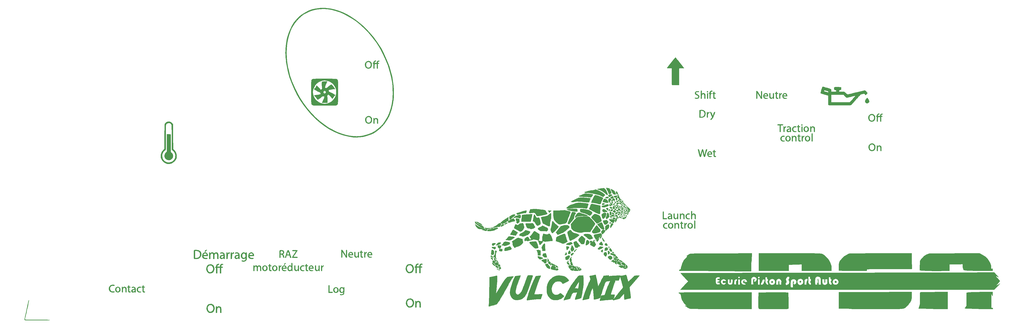
<source format=gbr>
G04 #@! TF.FileFunction,Legend,Top*
%FSLAX46Y46*%
G04 Gerber Fmt 4.6, Leading zero omitted, Abs format (unit mm)*
G04 Created by KiCad (PCBNEW 4.0.7) date 05/26/18 23:39:53*
%MOMM*%
%LPD*%
G01*
G04 APERTURE LIST*
%ADD10C,0.100000*%
%ADD11C,0.010000*%
G04 APERTURE END LIST*
D10*
D11*
G36*
X-27592549Y-140321136D02*
X-27597026Y-140422851D01*
X-27622665Y-140602413D01*
X-27671911Y-140872526D01*
X-27747203Y-141245894D01*
X-27850985Y-141735222D01*
X-27985699Y-142353215D01*
X-28153786Y-143112575D01*
X-28327481Y-143891000D01*
X-28495461Y-144644274D01*
X-28651420Y-145348013D01*
X-28791544Y-145984686D01*
X-28912020Y-146536765D01*
X-29009033Y-146986720D01*
X-29078770Y-147317022D01*
X-29117419Y-147510141D01*
X-29124099Y-147552833D01*
X-29091432Y-147576500D01*
X-28985556Y-147596604D01*
X-28795550Y-147613390D01*
X-28510492Y-147627104D01*
X-28119462Y-147637991D01*
X-27611539Y-147646299D01*
X-26975803Y-147652271D01*
X-26201331Y-147656155D01*
X-25277204Y-147658196D01*
X-24421337Y-147658667D01*
X-23279373Y-147660014D01*
X-22303722Y-147664094D01*
X-21491384Y-147670964D01*
X-20839357Y-147680679D01*
X-20344644Y-147693296D01*
X-20004243Y-147708872D01*
X-19815155Y-147727463D01*
X-19771460Y-147746234D01*
X-19864558Y-147763817D01*
X-20108295Y-147779197D01*
X-20483994Y-147792391D01*
X-20972975Y-147803416D01*
X-21556558Y-147812290D01*
X-22216066Y-147819030D01*
X-22932819Y-147823653D01*
X-23688138Y-147826177D01*
X-24463344Y-147826620D01*
X-25239759Y-147824998D01*
X-25998703Y-147821329D01*
X-26721497Y-147815631D01*
X-27389463Y-147807920D01*
X-27983921Y-147798215D01*
X-28486193Y-147786533D01*
X-28877599Y-147772891D01*
X-29139462Y-147757306D01*
X-29253101Y-147739797D01*
X-29256005Y-147737393D01*
X-29246444Y-147644664D01*
X-29203976Y-147407171D01*
X-29133041Y-147045314D01*
X-29038079Y-146579494D01*
X-28923530Y-146030109D01*
X-28793834Y-145417560D01*
X-28653431Y-144762247D01*
X-28506762Y-144084569D01*
X-28358267Y-143404926D01*
X-28212385Y-142743719D01*
X-28073557Y-142121346D01*
X-27946222Y-141558209D01*
X-27834822Y-141074705D01*
X-27743796Y-140691237D01*
X-27677584Y-140428202D01*
X-27640626Y-140306002D01*
X-27637320Y-140300431D01*
X-27606795Y-140284564D01*
X-27592549Y-140321136D01*
X-27592549Y-140321136D01*
G37*
X-27592549Y-140321136D02*
X-27597026Y-140422851D01*
X-27622665Y-140602413D01*
X-27671911Y-140872526D01*
X-27747203Y-141245894D01*
X-27850985Y-141735222D01*
X-27985699Y-142353215D01*
X-28153786Y-143112575D01*
X-28327481Y-143891000D01*
X-28495461Y-144644274D01*
X-28651420Y-145348013D01*
X-28791544Y-145984686D01*
X-28912020Y-146536765D01*
X-29009033Y-146986720D01*
X-29078770Y-147317022D01*
X-29117419Y-147510141D01*
X-29124099Y-147552833D01*
X-29091432Y-147576500D01*
X-28985556Y-147596604D01*
X-28795550Y-147613390D01*
X-28510492Y-147627104D01*
X-28119462Y-147637991D01*
X-27611539Y-147646299D01*
X-26975803Y-147652271D01*
X-26201331Y-147656155D01*
X-25277204Y-147658196D01*
X-24421337Y-147658667D01*
X-23279373Y-147660014D01*
X-22303722Y-147664094D01*
X-21491384Y-147670964D01*
X-20839357Y-147680679D01*
X-20344644Y-147693296D01*
X-20004243Y-147708872D01*
X-19815155Y-147727463D01*
X-19771460Y-147746234D01*
X-19864558Y-147763817D01*
X-20108295Y-147779197D01*
X-20483994Y-147792391D01*
X-20972975Y-147803416D01*
X-21556558Y-147812290D01*
X-22216066Y-147819030D01*
X-22932819Y-147823653D01*
X-23688138Y-147826177D01*
X-24463344Y-147826620D01*
X-25239759Y-147824998D01*
X-25998703Y-147821329D01*
X-26721497Y-147815631D01*
X-27389463Y-147807920D01*
X-27983921Y-147798215D01*
X-28486193Y-147786533D01*
X-28877599Y-147772891D01*
X-29139462Y-147757306D01*
X-29253101Y-147739797D01*
X-29256005Y-147737393D01*
X-29246444Y-147644664D01*
X-29203976Y-147407171D01*
X-29133041Y-147045314D01*
X-29038079Y-146579494D01*
X-28923530Y-146030109D01*
X-28793834Y-145417560D01*
X-28653431Y-144762247D01*
X-28506762Y-144084569D01*
X-28358267Y-143404926D01*
X-28212385Y-142743719D01*
X-28073557Y-142121346D01*
X-27946222Y-141558209D01*
X-27834822Y-141074705D01*
X-27743796Y-140691237D01*
X-27677584Y-140428202D01*
X-27640626Y-140306002D01*
X-27637320Y-140300431D01*
X-27606795Y-140284564D01*
X-27592549Y-140321136D01*
G36*
X41436643Y-141785226D02*
X41779864Y-142012865D01*
X42053689Y-142330125D01*
X42244302Y-142717224D01*
X42337888Y-143154381D01*
X42320629Y-143621817D01*
X42178710Y-144099750D01*
X41968926Y-144472366D01*
X41682325Y-144746980D01*
X41296038Y-144932308D01*
X40860932Y-145016569D01*
X40427874Y-144987985D01*
X40150851Y-144893375D01*
X39778936Y-144623697D01*
X39512892Y-144255422D01*
X39352959Y-143821597D01*
X39299373Y-143355266D01*
X39326645Y-143115597D01*
X39742694Y-143115597D01*
X39749846Y-143599043D01*
X39781033Y-143742833D01*
X39954111Y-144163114D01*
X40209596Y-144477870D01*
X40428333Y-144618892D01*
X40742390Y-144675829D01*
X41092192Y-144618202D01*
X41405517Y-144461893D01*
X41495884Y-144384111D01*
X41744413Y-144020323D01*
X41869613Y-143585978D01*
X41871803Y-143126212D01*
X41751305Y-142686163D01*
X41508437Y-142310965D01*
X41480996Y-142282333D01*
X41290758Y-142120914D01*
X41092487Y-142046325D01*
X40809333Y-142028333D01*
X40524193Y-142046686D01*
X40326336Y-142121900D01*
X40137671Y-142282333D01*
X39875747Y-142661223D01*
X39742694Y-143115597D01*
X39326645Y-143115597D01*
X39352376Y-142889474D01*
X39512204Y-142457265D01*
X39779098Y-142091684D01*
X40128773Y-141837833D01*
X40597282Y-141677929D01*
X41037844Y-141666986D01*
X41436643Y-141785226D01*
X41436643Y-141785226D01*
G37*
X41436643Y-141785226D02*
X41779864Y-142012865D01*
X42053689Y-142330125D01*
X42244302Y-142717224D01*
X42337888Y-143154381D01*
X42320629Y-143621817D01*
X42178710Y-144099750D01*
X41968926Y-144472366D01*
X41682325Y-144746980D01*
X41296038Y-144932308D01*
X40860932Y-145016569D01*
X40427874Y-144987985D01*
X40150851Y-144893375D01*
X39778936Y-144623697D01*
X39512892Y-144255422D01*
X39352959Y-143821597D01*
X39299373Y-143355266D01*
X39326645Y-143115597D01*
X39742694Y-143115597D01*
X39749846Y-143599043D01*
X39781033Y-143742833D01*
X39954111Y-144163114D01*
X40209596Y-144477870D01*
X40428333Y-144618892D01*
X40742390Y-144675829D01*
X41092192Y-144618202D01*
X41405517Y-144461893D01*
X41495884Y-144384111D01*
X41744413Y-144020323D01*
X41869613Y-143585978D01*
X41871803Y-143126212D01*
X41751305Y-142686163D01*
X41508437Y-142310965D01*
X41480996Y-142282333D01*
X41290758Y-142120914D01*
X41092487Y-142046325D01*
X40809333Y-142028333D01*
X40524193Y-142046686D01*
X40326336Y-142121900D01*
X40137671Y-142282333D01*
X39875747Y-142661223D01*
X39742694Y-143115597D01*
X39326645Y-143115597D01*
X39352376Y-142889474D01*
X39512204Y-142457265D01*
X39779098Y-142091684D01*
X40128773Y-141837833D01*
X40597282Y-141677929D01*
X41037844Y-141666986D01*
X41436643Y-141785226D01*
G36*
X43152171Y-142638535D02*
X43180000Y-142748000D01*
X43189395Y-142871598D01*
X43242052Y-142904057D01*
X43374677Y-142845410D01*
X43537787Y-142748316D01*
X43882669Y-142601467D01*
X44208807Y-142609328D01*
X44437721Y-142699317D01*
X44617639Y-142825452D01*
X44742559Y-143005452D01*
X44821081Y-143267939D01*
X44861805Y-143641534D01*
X44873333Y-144148984D01*
X44873333Y-145034000D01*
X44661667Y-145034000D01*
X44565394Y-145028801D01*
X44503897Y-144992537D01*
X44469384Y-144894204D01*
X44454059Y-144702800D01*
X44450128Y-144387324D01*
X44450000Y-144192054D01*
X44446326Y-143797379D01*
X44430259Y-143531248D01*
X44394231Y-143352941D01*
X44330671Y-143221738D01*
X44250367Y-143118022D01*
X44096352Y-142966155D01*
X43951721Y-142928197D01*
X43764608Y-142967995D01*
X43555427Y-143059878D01*
X43411601Y-143212995D01*
X43322500Y-143454689D01*
X43277495Y-143812301D01*
X43265915Y-144250833D01*
X43263747Y-144617541D01*
X43252841Y-144847058D01*
X43224458Y-144971528D01*
X43169859Y-145023095D01*
X43080306Y-145033900D01*
X43053000Y-145034000D01*
X42841333Y-145034000D01*
X42841333Y-143806333D01*
X42842512Y-143327677D01*
X42848402Y-142992772D01*
X42862531Y-142776041D01*
X42888425Y-142651906D01*
X42929615Y-142594790D01*
X42989626Y-142579113D01*
X43010667Y-142578667D01*
X43152171Y-142638535D01*
X43152171Y-142638535D01*
G37*
X43152171Y-142638535D02*
X43180000Y-142748000D01*
X43189395Y-142871598D01*
X43242052Y-142904057D01*
X43374677Y-142845410D01*
X43537787Y-142748316D01*
X43882669Y-142601467D01*
X44208807Y-142609328D01*
X44437721Y-142699317D01*
X44617639Y-142825452D01*
X44742559Y-143005452D01*
X44821081Y-143267939D01*
X44861805Y-143641534D01*
X44873333Y-144148984D01*
X44873333Y-145034000D01*
X44661667Y-145034000D01*
X44565394Y-145028801D01*
X44503897Y-144992537D01*
X44469384Y-144894204D01*
X44454059Y-144702800D01*
X44450128Y-144387324D01*
X44450000Y-144192054D01*
X44446326Y-143797379D01*
X44430259Y-143531248D01*
X44394231Y-143352941D01*
X44330671Y-143221738D01*
X44250367Y-143118022D01*
X44096352Y-142966155D01*
X43951721Y-142928197D01*
X43764608Y-142967995D01*
X43555427Y-143059878D01*
X43411601Y-143212995D01*
X43322500Y-143454689D01*
X43277495Y-143812301D01*
X43265915Y-144250833D01*
X43263747Y-144617541D01*
X43252841Y-144847058D01*
X43224458Y-144971528D01*
X43169859Y-145023095D01*
X43080306Y-145033900D01*
X43053000Y-145034000D01*
X42841333Y-145034000D01*
X42841333Y-143806333D01*
X42842512Y-143327677D01*
X42848402Y-142992772D01*
X42862531Y-142776041D01*
X42888425Y-142651906D01*
X42929615Y-142594790D01*
X42989626Y-142579113D01*
X43010667Y-142578667D01*
X43152171Y-142638535D01*
G36*
X244602000Y-143597094D02*
X233997500Y-143580495D01*
X232650181Y-143577960D01*
X231336198Y-143574660D01*
X230067012Y-143570666D01*
X228854086Y-143566048D01*
X227708884Y-143560876D01*
X226642869Y-143555221D01*
X225667502Y-143549155D01*
X224794249Y-143542746D01*
X224034570Y-143536066D01*
X223399930Y-143529185D01*
X222901791Y-143522174D01*
X222551616Y-143515104D01*
X222377000Y-143508999D01*
X221726372Y-143456441D01*
X221241734Y-143377956D01*
X220980000Y-143299397D01*
X220767226Y-143195986D01*
X220496131Y-143041054D01*
X220203515Y-142858826D01*
X219926178Y-142673528D01*
X219700920Y-142509383D01*
X219564541Y-142390619D01*
X219540667Y-142351901D01*
X219614527Y-142333079D01*
X219798997Y-142345564D01*
X219873042Y-142356173D01*
X220205418Y-142409322D01*
X219703413Y-141930491D01*
X219385551Y-141590070D01*
X219051532Y-141170288D01*
X218733211Y-140717299D01*
X218462438Y-140277252D01*
X218271065Y-139896299D01*
X218234489Y-139802115D01*
X218148281Y-139505943D01*
X218076207Y-139173471D01*
X218065080Y-139106215D01*
X217987285Y-138615945D01*
X217922302Y-138269485D01*
X217861936Y-138042618D01*
X217797993Y-137911129D01*
X217722279Y-137850802D01*
X217635711Y-137837333D01*
X217411618Y-137775766D01*
X217235723Y-137625582D01*
X217170000Y-137450286D01*
X217187267Y-137434349D01*
X217243944Y-137419841D01*
X217347339Y-137406697D01*
X217504765Y-137394854D01*
X217723531Y-137384245D01*
X218010947Y-137374808D01*
X218374325Y-137366477D01*
X218820974Y-137359187D01*
X219358205Y-137352876D01*
X219993330Y-137347477D01*
X220733657Y-137342927D01*
X221586498Y-137339162D01*
X222559163Y-137336115D01*
X223658962Y-137333724D01*
X224893207Y-137331924D01*
X226269207Y-137330650D01*
X227794273Y-137329838D01*
X229475716Y-137329423D01*
X230886000Y-137329333D01*
X244602000Y-137329333D01*
X244602000Y-143597094D01*
X244602000Y-143597094D01*
G37*
X244602000Y-143597094D02*
X233997500Y-143580495D01*
X232650181Y-143577960D01*
X231336198Y-143574660D01*
X230067012Y-143570666D01*
X228854086Y-143566048D01*
X227708884Y-143560876D01*
X226642869Y-143555221D01*
X225667502Y-143549155D01*
X224794249Y-143542746D01*
X224034570Y-143536066D01*
X223399930Y-143529185D01*
X222901791Y-143522174D01*
X222551616Y-143515104D01*
X222377000Y-143508999D01*
X221726372Y-143456441D01*
X221241734Y-143377956D01*
X220980000Y-143299397D01*
X220767226Y-143195986D01*
X220496131Y-143041054D01*
X220203515Y-142858826D01*
X219926178Y-142673528D01*
X219700920Y-142509383D01*
X219564541Y-142390619D01*
X219540667Y-142351901D01*
X219614527Y-142333079D01*
X219798997Y-142345564D01*
X219873042Y-142356173D01*
X220205418Y-142409322D01*
X219703413Y-141930491D01*
X219385551Y-141590070D01*
X219051532Y-141170288D01*
X218733211Y-140717299D01*
X218462438Y-140277252D01*
X218271065Y-139896299D01*
X218234489Y-139802115D01*
X218148281Y-139505943D01*
X218076207Y-139173471D01*
X218065080Y-139106215D01*
X217987285Y-138615945D01*
X217922302Y-138269485D01*
X217861936Y-138042618D01*
X217797993Y-137911129D01*
X217722279Y-137850802D01*
X217635711Y-137837333D01*
X217411618Y-137775766D01*
X217235723Y-137625582D01*
X217170000Y-137450286D01*
X217187267Y-137434349D01*
X217243944Y-137419841D01*
X217347339Y-137406697D01*
X217504765Y-137394854D01*
X217723531Y-137384245D01*
X218010947Y-137374808D01*
X218374325Y-137366477D01*
X218820974Y-137359187D01*
X219358205Y-137352876D01*
X219993330Y-137347477D01*
X220733657Y-137342927D01*
X221586498Y-137339162D01*
X222559163Y-137336115D01*
X223658962Y-137333724D01*
X224893207Y-137331924D01*
X226269207Y-137330650D01*
X227794273Y-137329838D01*
X229475716Y-137329423D01*
X230886000Y-137329333D01*
X244602000Y-137329333D01*
X244602000Y-143597094D01*
G36*
X256280218Y-137341874D02*
X256832558Y-137344337D01*
X257276287Y-137349136D01*
X257623551Y-137356545D01*
X257886491Y-137366839D01*
X258077254Y-137380292D01*
X258207983Y-137397178D01*
X258290822Y-137417772D01*
X258337914Y-137442347D01*
X258361405Y-137471179D01*
X258364087Y-137476894D01*
X258380637Y-137594721D01*
X258397940Y-137860940D01*
X258415271Y-138254613D01*
X258431907Y-138754807D01*
X258447124Y-139340584D01*
X258460197Y-139991009D01*
X258467658Y-140471632D01*
X258506561Y-143317597D01*
X258308775Y-143456132D01*
X258255614Y-143484511D01*
X258174940Y-143508773D01*
X258054145Y-143529234D01*
X257880619Y-143546212D01*
X257641754Y-143560024D01*
X257324941Y-143570985D01*
X256917573Y-143579413D01*
X256407040Y-143585625D01*
X255780733Y-143589938D01*
X255026045Y-143592668D01*
X254130366Y-143594133D01*
X253081088Y-143594649D01*
X252795828Y-143594667D01*
X251715864Y-143594547D01*
X250792494Y-143593923D01*
X250012979Y-143592400D01*
X249364579Y-143589582D01*
X248834555Y-143585072D01*
X248410167Y-143578476D01*
X248078676Y-143569398D01*
X247827343Y-143557440D01*
X247643429Y-143542209D01*
X247514193Y-143523308D01*
X247426897Y-143500340D01*
X247368801Y-143472911D01*
X247327166Y-143440625D01*
X247310237Y-143424237D01*
X247264877Y-143373266D01*
X247228553Y-143308953D01*
X247200430Y-143213729D01*
X247179669Y-143070024D01*
X247165435Y-142860268D01*
X247156892Y-142566890D01*
X247153201Y-142172321D01*
X247153527Y-141658991D01*
X247157033Y-141009329D01*
X247162071Y-140312737D01*
X247184333Y-137371667D01*
X252741876Y-137349894D01*
X253850097Y-137345757D01*
X254801132Y-137342858D01*
X255607124Y-137341472D01*
X256280218Y-137341874D01*
X256280218Y-137341874D01*
G37*
X256280218Y-137341874D02*
X256832558Y-137344337D01*
X257276287Y-137349136D01*
X257623551Y-137356545D01*
X257886491Y-137366839D01*
X258077254Y-137380292D01*
X258207983Y-137397178D01*
X258290822Y-137417772D01*
X258337914Y-137442347D01*
X258361405Y-137471179D01*
X258364087Y-137476894D01*
X258380637Y-137594721D01*
X258397940Y-137860940D01*
X258415271Y-138254613D01*
X258431907Y-138754807D01*
X258447124Y-139340584D01*
X258460197Y-139991009D01*
X258467658Y-140471632D01*
X258506561Y-143317597D01*
X258308775Y-143456132D01*
X258255614Y-143484511D01*
X258174940Y-143508773D01*
X258054145Y-143529234D01*
X257880619Y-143546212D01*
X257641754Y-143560024D01*
X257324941Y-143570985D01*
X256917573Y-143579413D01*
X256407040Y-143585625D01*
X255780733Y-143589938D01*
X255026045Y-143592668D01*
X254130366Y-143594133D01*
X253081088Y-143594649D01*
X252795828Y-143594667D01*
X251715864Y-143594547D01*
X250792494Y-143593923D01*
X250012979Y-143592400D01*
X249364579Y-143589582D01*
X248834555Y-143585072D01*
X248410167Y-143578476D01*
X248078676Y-143569398D01*
X247827343Y-143557440D01*
X247643429Y-143542209D01*
X247514193Y-143523308D01*
X247426897Y-143500340D01*
X247368801Y-143472911D01*
X247327166Y-143440625D01*
X247310237Y-143424237D01*
X247264877Y-143373266D01*
X247228553Y-143308953D01*
X247200430Y-143213729D01*
X247179669Y-143070024D01*
X247165435Y-142860268D01*
X247156892Y-142566890D01*
X247153201Y-142172321D01*
X247153527Y-141658991D01*
X247157033Y-141009329D01*
X247162071Y-140312737D01*
X247184333Y-137371667D01*
X252741876Y-137349894D01*
X253850097Y-137345757D01*
X254801132Y-137342858D01*
X255607124Y-137341472D01*
X256280218Y-137341874D01*
G36*
X304884667Y-138423793D02*
X304882050Y-138934563D01*
X304871313Y-139314391D01*
X304848122Y-139601627D01*
X304808145Y-139834621D01*
X304747050Y-140051721D01*
X304679281Y-140241793D01*
X304546798Y-140576288D01*
X304416412Y-140852257D01*
X304261182Y-141114287D01*
X304054165Y-141406965D01*
X303768418Y-141774878D01*
X303704226Y-141855436D01*
X303349252Y-142285074D01*
X303053682Y-142603613D01*
X302784359Y-142841747D01*
X302508126Y-143030173D01*
X302324922Y-143132322D01*
X302191484Y-143202642D01*
X302068231Y-143265422D01*
X301945292Y-143321092D01*
X301812797Y-143370076D01*
X301660874Y-143412804D01*
X301479654Y-143449701D01*
X301259265Y-143481195D01*
X300989837Y-143507713D01*
X300661499Y-143529682D01*
X300264379Y-143547530D01*
X299788608Y-143561683D01*
X299224315Y-143572569D01*
X298561628Y-143580614D01*
X297790677Y-143586247D01*
X296901591Y-143589893D01*
X295884500Y-143591981D01*
X294729532Y-143592937D01*
X293426818Y-143593188D01*
X291966485Y-143593162D01*
X291675313Y-143593161D01*
X290435996Y-143592891D01*
X289244586Y-143592085D01*
X288111962Y-143590779D01*
X287049002Y-143589010D01*
X286066584Y-143586813D01*
X285175584Y-143584227D01*
X284386882Y-143581286D01*
X283711355Y-143578029D01*
X283159881Y-143574491D01*
X282743338Y-143570708D01*
X282472604Y-143566718D01*
X282358557Y-143562557D01*
X282355564Y-143561867D01*
X282224498Y-143521849D01*
X281931171Y-143488446D01*
X281482535Y-143461975D01*
X280885544Y-143442755D01*
X280147153Y-143431103D01*
X279414943Y-143427388D01*
X277440219Y-143425333D01*
X277459407Y-142261167D01*
X277464817Y-141830189D01*
X277466302Y-141458528D01*
X277463962Y-141179776D01*
X277457901Y-141027525D01*
X277455604Y-141012333D01*
X277449301Y-140906065D01*
X277444577Y-140656277D01*
X277441606Y-140288779D01*
X277440560Y-139829378D01*
X277441615Y-139303884D01*
X277442640Y-139085187D01*
X277452667Y-137242708D01*
X284035500Y-137228033D01*
X285256881Y-137225091D01*
X286614089Y-137221435D01*
X288073621Y-137217174D01*
X289601973Y-137212420D01*
X291165639Y-137207285D01*
X292731117Y-137201881D01*
X294264903Y-137196318D01*
X295733492Y-137190709D01*
X297103381Y-137185164D01*
X297751500Y-137182405D01*
X304884667Y-137151451D01*
X304884667Y-138423793D01*
X304884667Y-138423793D01*
G37*
X304884667Y-138423793D02*
X304882050Y-138934563D01*
X304871313Y-139314391D01*
X304848122Y-139601627D01*
X304808145Y-139834621D01*
X304747050Y-140051721D01*
X304679281Y-140241793D01*
X304546798Y-140576288D01*
X304416412Y-140852257D01*
X304261182Y-141114287D01*
X304054165Y-141406965D01*
X303768418Y-141774878D01*
X303704226Y-141855436D01*
X303349252Y-142285074D01*
X303053682Y-142603613D01*
X302784359Y-142841747D01*
X302508126Y-143030173D01*
X302324922Y-143132322D01*
X302191484Y-143202642D01*
X302068231Y-143265422D01*
X301945292Y-143321092D01*
X301812797Y-143370076D01*
X301660874Y-143412804D01*
X301479654Y-143449701D01*
X301259265Y-143481195D01*
X300989837Y-143507713D01*
X300661499Y-143529682D01*
X300264379Y-143547530D01*
X299788608Y-143561683D01*
X299224315Y-143572569D01*
X298561628Y-143580614D01*
X297790677Y-143586247D01*
X296901591Y-143589893D01*
X295884500Y-143591981D01*
X294729532Y-143592937D01*
X293426818Y-143593188D01*
X291966485Y-143593162D01*
X291675313Y-143593161D01*
X290435996Y-143592891D01*
X289244586Y-143592085D01*
X288111962Y-143590779D01*
X287049002Y-143589010D01*
X286066584Y-143586813D01*
X285175584Y-143584227D01*
X284386882Y-143581286D01*
X283711355Y-143578029D01*
X283159881Y-143574491D01*
X282743338Y-143570708D01*
X282472604Y-143566718D01*
X282358557Y-143562557D01*
X282355564Y-143561867D01*
X282224498Y-143521849D01*
X281931171Y-143488446D01*
X281482535Y-143461975D01*
X280885544Y-143442755D01*
X280147153Y-143431103D01*
X279414943Y-143427388D01*
X277440219Y-143425333D01*
X277459407Y-142261167D01*
X277464817Y-141830189D01*
X277466302Y-141458528D01*
X277463962Y-141179776D01*
X277457901Y-141027525D01*
X277455604Y-141012333D01*
X277449301Y-140906065D01*
X277444577Y-140656277D01*
X277441606Y-140288779D01*
X277440560Y-139829378D01*
X277441615Y-139303884D01*
X277442640Y-139085187D01*
X277452667Y-137242708D01*
X284035500Y-137228033D01*
X285256881Y-137225091D01*
X286614089Y-137221435D01*
X288073621Y-137217174D01*
X289601973Y-137212420D01*
X291165639Y-137207285D01*
X292731117Y-137201881D01*
X294264903Y-137196318D01*
X295733492Y-137190709D01*
X297103381Y-137185164D01*
X297751500Y-137182405D01*
X304884667Y-137151451D01*
X304884667Y-138423793D01*
G36*
X318431333Y-143597213D02*
X315319833Y-143574773D01*
X314584083Y-143568114D01*
X313879695Y-143559186D01*
X313230041Y-143548474D01*
X312658488Y-143536465D01*
X312188407Y-143523642D01*
X311843167Y-143510492D01*
X311658000Y-143498729D01*
X311403156Y-143481836D01*
X311014841Y-143466121D01*
X310528915Y-143452558D01*
X309981240Y-143442121D01*
X309407677Y-143435782D01*
X309318838Y-143435229D01*
X307530010Y-143425333D01*
X307645675Y-142873541D01*
X307726278Y-142553577D01*
X307819931Y-142274753D01*
X307894170Y-142119027D01*
X307934760Y-142035867D01*
X307965926Y-141912317D01*
X307988624Y-141728397D01*
X308003805Y-141464126D01*
X308012425Y-141099524D01*
X308015436Y-140614613D01*
X308013793Y-139989411D01*
X308011779Y-139655401D01*
X308008681Y-138946294D01*
X308010486Y-138389959D01*
X308017870Y-137969885D01*
X308031510Y-137669564D01*
X308052081Y-137472487D01*
X308080260Y-137362143D01*
X308107155Y-137326147D01*
X308139092Y-137309560D01*
X308185525Y-137295102D01*
X308258532Y-137282487D01*
X308370185Y-137271432D01*
X308532561Y-137261652D01*
X308757736Y-137252862D01*
X309057783Y-137244778D01*
X309444779Y-137237117D01*
X309930800Y-137229592D01*
X310527919Y-137221920D01*
X311248213Y-137213816D01*
X312103757Y-137204996D01*
X313106626Y-137195175D01*
X314049833Y-137186152D01*
X318431333Y-137144457D01*
X318431333Y-143597213D01*
X318431333Y-143597213D01*
G37*
X318431333Y-143597213D02*
X315319833Y-143574773D01*
X314584083Y-143568114D01*
X313879695Y-143559186D01*
X313230041Y-143548474D01*
X312658488Y-143536465D01*
X312188407Y-143523642D01*
X311843167Y-143510492D01*
X311658000Y-143498729D01*
X311403156Y-143481836D01*
X311014841Y-143466121D01*
X310528915Y-143452558D01*
X309981240Y-143442121D01*
X309407677Y-143435782D01*
X309318838Y-143435229D01*
X307530010Y-143425333D01*
X307645675Y-142873541D01*
X307726278Y-142553577D01*
X307819931Y-142274753D01*
X307894170Y-142119027D01*
X307934760Y-142035867D01*
X307965926Y-141912317D01*
X307988624Y-141728397D01*
X308003805Y-141464126D01*
X308012425Y-141099524D01*
X308015436Y-140614613D01*
X308013793Y-139989411D01*
X308011779Y-139655401D01*
X308008681Y-138946294D01*
X308010486Y-138389959D01*
X308017870Y-137969885D01*
X308031510Y-137669564D01*
X308052081Y-137472487D01*
X308080260Y-137362143D01*
X308107155Y-137326147D01*
X308139092Y-137309560D01*
X308185525Y-137295102D01*
X308258532Y-137282487D01*
X308370185Y-137271432D01*
X308532561Y-137261652D01*
X308757736Y-137252862D01*
X309057783Y-137244778D01*
X309444779Y-137237117D01*
X309930800Y-137229592D01*
X310527919Y-137221920D01*
X311248213Y-137213816D01*
X312103757Y-137204996D01*
X313106626Y-137195175D01*
X314049833Y-137186152D01*
X318431333Y-137144457D01*
X318431333Y-143597213D01*
G36*
X335364667Y-137914535D02*
X335360794Y-138251910D01*
X335350416Y-138514062D01*
X335335387Y-138663391D01*
X335326660Y-138684000D01*
X335283034Y-138610391D01*
X335209150Y-138419771D01*
X335141512Y-138217214D01*
X335059966Y-137981144D01*
X334992637Y-137843852D01*
X334938275Y-137814018D01*
X334895629Y-137900321D01*
X334863448Y-138111439D01*
X334840481Y-138456053D01*
X334825479Y-138942841D01*
X334817191Y-139580482D01*
X334814365Y-140377655D01*
X334814333Y-140487763D01*
X334814333Y-143044333D01*
X334391000Y-143094532D01*
X334207502Y-143118849D01*
X334155504Y-143135241D01*
X334245883Y-143146246D01*
X334489517Y-143154401D01*
X334663188Y-143158032D01*
X335018106Y-143170512D01*
X335241117Y-143196926D01*
X335369554Y-143245593D01*
X335440750Y-143324831D01*
X335444804Y-143332203D01*
X335484831Y-143474347D01*
X335415329Y-143537421D01*
X335295545Y-143550791D01*
X335029373Y-143561080D01*
X334639728Y-143568400D01*
X334149525Y-143572864D01*
X333581681Y-143574582D01*
X332959110Y-143573668D01*
X332304727Y-143570234D01*
X331641449Y-143564390D01*
X330992189Y-143556250D01*
X330379864Y-143545925D01*
X329827389Y-143533527D01*
X329357678Y-143519168D01*
X329057000Y-143506349D01*
X328516723Y-143483106D01*
X327880246Y-143462370D01*
X327220701Y-143446173D01*
X326611220Y-143436545D01*
X326512015Y-143435663D01*
X325962445Y-143427843D01*
X325558719Y-143412580D01*
X325277438Y-143387807D01*
X325095197Y-143351457D01*
X324988595Y-143301463D01*
X324988015Y-143301026D01*
X324898547Y-143206967D01*
X324931365Y-143174026D01*
X325032942Y-143106080D01*
X325180606Y-142933936D01*
X325291198Y-142773757D01*
X325543333Y-142376181D01*
X325543333Y-137451520D01*
X326284167Y-137336187D01*
X326556588Y-137304470D01*
X326946301Y-137276576D01*
X327461691Y-137252243D01*
X328111140Y-137231209D01*
X328903032Y-137213212D01*
X329845752Y-137197993D01*
X330947683Y-137185287D01*
X331194833Y-137182962D01*
X335364667Y-137145070D01*
X335364667Y-137914535D01*
X335364667Y-137914535D01*
G37*
X335364667Y-137914535D02*
X335360794Y-138251910D01*
X335350416Y-138514062D01*
X335335387Y-138663391D01*
X335326660Y-138684000D01*
X335283034Y-138610391D01*
X335209150Y-138419771D01*
X335141512Y-138217214D01*
X335059966Y-137981144D01*
X334992637Y-137843852D01*
X334938275Y-137814018D01*
X334895629Y-137900321D01*
X334863448Y-138111439D01*
X334840481Y-138456053D01*
X334825479Y-138942841D01*
X334817191Y-139580482D01*
X334814365Y-140377655D01*
X334814333Y-140487763D01*
X334814333Y-143044333D01*
X334391000Y-143094532D01*
X334207502Y-143118849D01*
X334155504Y-143135241D01*
X334245883Y-143146246D01*
X334489517Y-143154401D01*
X334663188Y-143158032D01*
X335018106Y-143170512D01*
X335241117Y-143196926D01*
X335369554Y-143245593D01*
X335440750Y-143324831D01*
X335444804Y-143332203D01*
X335484831Y-143474347D01*
X335415329Y-143537421D01*
X335295545Y-143550791D01*
X335029373Y-143561080D01*
X334639728Y-143568400D01*
X334149525Y-143572864D01*
X333581681Y-143574582D01*
X332959110Y-143573668D01*
X332304727Y-143570234D01*
X331641449Y-143564390D01*
X330992189Y-143556250D01*
X330379864Y-143545925D01*
X329827389Y-143533527D01*
X329357678Y-143519168D01*
X329057000Y-143506349D01*
X328516723Y-143483106D01*
X327880246Y-143462370D01*
X327220701Y-143446173D01*
X326611220Y-143436545D01*
X326512015Y-143435663D01*
X325962445Y-143427843D01*
X325558719Y-143412580D01*
X325277438Y-143387807D01*
X325095197Y-143351457D01*
X324988595Y-143301463D01*
X324988015Y-143301026D01*
X324898547Y-143206967D01*
X324931365Y-143174026D01*
X325032942Y-143106080D01*
X325180606Y-142933936D01*
X325291198Y-142773757D01*
X325543333Y-142376181D01*
X325543333Y-137451520D01*
X326284167Y-137336187D01*
X326556588Y-137304470D01*
X326946301Y-137276576D01*
X327461691Y-137252243D01*
X328111140Y-137231209D01*
X328903032Y-137213212D01*
X329845752Y-137197993D01*
X330947683Y-137185287D01*
X331194833Y-137182962D01*
X335364667Y-137145070D01*
X335364667Y-137914535D01*
G36*
X116535977Y-139753226D02*
X116879197Y-139980865D01*
X117153022Y-140298125D01*
X117343636Y-140685224D01*
X117437221Y-141122381D01*
X117419963Y-141589817D01*
X117278044Y-142067750D01*
X117068259Y-142440366D01*
X116781658Y-142714980D01*
X116395371Y-142900308D01*
X115960265Y-142984569D01*
X115527208Y-142955985D01*
X115250184Y-142861375D01*
X114878269Y-142591697D01*
X114612226Y-142223422D01*
X114452292Y-141789597D01*
X114398707Y-141323266D01*
X114425978Y-141083597D01*
X114842028Y-141083597D01*
X114849180Y-141567043D01*
X114880366Y-141710833D01*
X115053444Y-142131114D01*
X115308929Y-142445870D01*
X115527667Y-142586892D01*
X115841724Y-142643829D01*
X116191526Y-142586202D01*
X116504850Y-142429893D01*
X116595218Y-142352111D01*
X116843746Y-141988323D01*
X116968946Y-141553978D01*
X116971137Y-141094212D01*
X116850638Y-140654163D01*
X116607770Y-140278965D01*
X116580329Y-140250333D01*
X116390092Y-140088914D01*
X116191820Y-140014325D01*
X115908667Y-139996333D01*
X115623526Y-140014686D01*
X115425669Y-140089900D01*
X115237004Y-140250333D01*
X114975080Y-140629223D01*
X114842028Y-141083597D01*
X114425978Y-141083597D01*
X114451709Y-140857474D01*
X114611538Y-140425265D01*
X114878431Y-140059684D01*
X115228106Y-139805833D01*
X115696615Y-139645929D01*
X116137177Y-139634986D01*
X116535977Y-139753226D01*
X116535977Y-139753226D01*
G37*
X116535977Y-139753226D02*
X116879197Y-139980865D01*
X117153022Y-140298125D01*
X117343636Y-140685224D01*
X117437221Y-141122381D01*
X117419963Y-141589817D01*
X117278044Y-142067750D01*
X117068259Y-142440366D01*
X116781658Y-142714980D01*
X116395371Y-142900308D01*
X115960265Y-142984569D01*
X115527208Y-142955985D01*
X115250184Y-142861375D01*
X114878269Y-142591697D01*
X114612226Y-142223422D01*
X114452292Y-141789597D01*
X114398707Y-141323266D01*
X114425978Y-141083597D01*
X114842028Y-141083597D01*
X114849180Y-141567043D01*
X114880366Y-141710833D01*
X115053444Y-142131114D01*
X115308929Y-142445870D01*
X115527667Y-142586892D01*
X115841724Y-142643829D01*
X116191526Y-142586202D01*
X116504850Y-142429893D01*
X116595218Y-142352111D01*
X116843746Y-141988323D01*
X116968946Y-141553978D01*
X116971137Y-141094212D01*
X116850638Y-140654163D01*
X116607770Y-140278965D01*
X116580329Y-140250333D01*
X116390092Y-140088914D01*
X116191820Y-140014325D01*
X115908667Y-139996333D01*
X115623526Y-140014686D01*
X115425669Y-140089900D01*
X115237004Y-140250333D01*
X114975080Y-140629223D01*
X114842028Y-141083597D01*
X114425978Y-141083597D01*
X114451709Y-140857474D01*
X114611538Y-140425265D01*
X114878431Y-140059684D01*
X115228106Y-139805833D01*
X115696615Y-139645929D01*
X116137177Y-139634986D01*
X116535977Y-139753226D01*
G36*
X118251504Y-140606535D02*
X118279333Y-140716000D01*
X118288729Y-140839598D01*
X118341385Y-140872057D01*
X118474010Y-140813410D01*
X118637120Y-140716316D01*
X118982002Y-140569467D01*
X119308140Y-140577328D01*
X119537054Y-140667317D01*
X119716972Y-140793452D01*
X119841892Y-140973452D01*
X119920414Y-141235939D01*
X119961138Y-141609534D01*
X119972667Y-142116984D01*
X119972667Y-143002000D01*
X119761000Y-143002000D01*
X119664727Y-142996801D01*
X119603231Y-142960537D01*
X119568717Y-142862204D01*
X119553392Y-142670800D01*
X119549461Y-142355324D01*
X119549333Y-142160054D01*
X119545659Y-141765379D01*
X119529593Y-141499248D01*
X119493564Y-141320941D01*
X119430004Y-141189738D01*
X119349700Y-141086022D01*
X119195685Y-140934155D01*
X119051054Y-140896197D01*
X118863941Y-140935995D01*
X118654760Y-141027878D01*
X118510934Y-141180995D01*
X118421833Y-141422689D01*
X118376828Y-141780301D01*
X118365248Y-142218833D01*
X118363081Y-142585541D01*
X118352175Y-142815058D01*
X118323791Y-142939528D01*
X118269192Y-142991095D01*
X118179639Y-143001900D01*
X118152333Y-143002000D01*
X117940667Y-143002000D01*
X117940667Y-141774333D01*
X117941846Y-141295677D01*
X117947736Y-140960772D01*
X117961864Y-140744041D01*
X117987759Y-140619906D01*
X118028948Y-140562790D01*
X118088959Y-140547113D01*
X118110000Y-140546667D01*
X118251504Y-140606535D01*
X118251504Y-140606535D01*
G37*
X118251504Y-140606535D02*
X118279333Y-140716000D01*
X118288729Y-140839598D01*
X118341385Y-140872057D01*
X118474010Y-140813410D01*
X118637120Y-140716316D01*
X118982002Y-140569467D01*
X119308140Y-140577328D01*
X119537054Y-140667317D01*
X119716972Y-140793452D01*
X119841892Y-140973452D01*
X119920414Y-141235939D01*
X119961138Y-141609534D01*
X119972667Y-142116984D01*
X119972667Y-143002000D01*
X119761000Y-143002000D01*
X119664727Y-142996801D01*
X119603231Y-142960537D01*
X119568717Y-142862204D01*
X119553392Y-142670800D01*
X119549461Y-142355324D01*
X119549333Y-142160054D01*
X119545659Y-141765379D01*
X119529593Y-141499248D01*
X119493564Y-141320941D01*
X119430004Y-141189738D01*
X119349700Y-141086022D01*
X119195685Y-140934155D01*
X119051054Y-140896197D01*
X118863941Y-140935995D01*
X118654760Y-141027878D01*
X118510934Y-141180995D01*
X118421833Y-141422689D01*
X118376828Y-141780301D01*
X118365248Y-142218833D01*
X118363081Y-142585541D01*
X118352175Y-142815058D01*
X118323791Y-142939528D01*
X118269192Y-142991095D01*
X118179639Y-143001900D01*
X118152333Y-143002000D01*
X117940667Y-143002000D01*
X117940667Y-141774333D01*
X117941846Y-141295677D01*
X117947736Y-140960772D01*
X117961864Y-140744041D01*
X117987759Y-140619906D01*
X118028948Y-140562790D01*
X118088959Y-140547113D01*
X118110000Y-140546667D01*
X118251504Y-140606535D01*
G36*
X148718457Y-131128472D02*
X148740833Y-131358034D01*
X148754815Y-131683162D01*
X148758196Y-131979163D01*
X148746502Y-132517595D01*
X148713440Y-133205876D01*
X148660311Y-134026048D01*
X148588416Y-134960151D01*
X148499056Y-135990226D01*
X148393535Y-137098315D01*
X148370442Y-137329333D01*
X148323531Y-137795000D01*
X148990479Y-136694333D01*
X149644369Y-135628749D01*
X150254091Y-134662456D01*
X150813648Y-133804334D01*
X151317047Y-133063267D01*
X151758292Y-132448136D01*
X152131388Y-131967825D01*
X152353581Y-131711409D01*
X152455593Y-131622743D01*
X152593326Y-131557126D01*
X152800966Y-131505847D01*
X153112695Y-131460196D01*
X153509646Y-131416808D01*
X153922437Y-131377015D01*
X154294356Y-131344885D01*
X154580580Y-131324070D01*
X154722455Y-131318000D01*
X154883406Y-131329450D01*
X154902675Y-131387697D01*
X154844493Y-131478252D01*
X154357148Y-132185991D01*
X153837356Y-133010900D01*
X153275530Y-133968596D01*
X152864026Y-134704667D01*
X152147177Y-136002438D01*
X151503575Y-137154335D01*
X150930066Y-138165606D01*
X150423500Y-139041496D01*
X149980725Y-139787251D01*
X149598590Y-140408119D01*
X149273941Y-140909345D01*
X149003629Y-141296176D01*
X148784502Y-141573859D01*
X148655739Y-141710011D01*
X148500005Y-141806788D01*
X148218562Y-141917426D01*
X147798621Y-142046173D01*
X147227388Y-142197274D01*
X147070812Y-142236240D01*
X146606890Y-142349534D01*
X146199605Y-142447006D01*
X145877673Y-142521943D01*
X145669809Y-142567632D01*
X145606061Y-142578667D01*
X145562165Y-142512796D01*
X145572826Y-142430500D01*
X145603534Y-142240646D01*
X145634488Y-141891566D01*
X145665327Y-141393369D01*
X145695690Y-140756160D01*
X145725216Y-139990047D01*
X145753546Y-139105137D01*
X145780317Y-138111536D01*
X145805169Y-137019353D01*
X145827742Y-135838693D01*
X145843978Y-134833126D01*
X145855083Y-134113484D01*
X145866086Y-133449385D01*
X145876621Y-132859305D01*
X145886327Y-132361719D01*
X145894839Y-131975101D01*
X145901795Y-131717924D01*
X145906831Y-131608665D01*
X145907429Y-131606149D01*
X146009406Y-131573265D01*
X146240750Y-131516376D01*
X146567619Y-131442472D01*
X146956172Y-131358542D01*
X147372569Y-131271577D01*
X147782967Y-131188566D01*
X148153527Y-131116499D01*
X148450407Y-131062366D01*
X148639765Y-131033156D01*
X148690329Y-131031346D01*
X148718457Y-131128472D01*
X148718457Y-131128472D01*
G37*
X148718457Y-131128472D02*
X148740833Y-131358034D01*
X148754815Y-131683162D01*
X148758196Y-131979163D01*
X148746502Y-132517595D01*
X148713440Y-133205876D01*
X148660311Y-134026048D01*
X148588416Y-134960151D01*
X148499056Y-135990226D01*
X148393535Y-137098315D01*
X148370442Y-137329333D01*
X148323531Y-137795000D01*
X148990479Y-136694333D01*
X149644369Y-135628749D01*
X150254091Y-134662456D01*
X150813648Y-133804334D01*
X151317047Y-133063267D01*
X151758292Y-132448136D01*
X152131388Y-131967825D01*
X152353581Y-131711409D01*
X152455593Y-131622743D01*
X152593326Y-131557126D01*
X152800966Y-131505847D01*
X153112695Y-131460196D01*
X153509646Y-131416808D01*
X153922437Y-131377015D01*
X154294356Y-131344885D01*
X154580580Y-131324070D01*
X154722455Y-131318000D01*
X154883406Y-131329450D01*
X154902675Y-131387697D01*
X154844493Y-131478252D01*
X154357148Y-132185991D01*
X153837356Y-133010900D01*
X153275530Y-133968596D01*
X152864026Y-134704667D01*
X152147177Y-136002438D01*
X151503575Y-137154335D01*
X150930066Y-138165606D01*
X150423500Y-139041496D01*
X149980725Y-139787251D01*
X149598590Y-140408119D01*
X149273941Y-140909345D01*
X149003629Y-141296176D01*
X148784502Y-141573859D01*
X148655739Y-141710011D01*
X148500005Y-141806788D01*
X148218562Y-141917426D01*
X147798621Y-142046173D01*
X147227388Y-142197274D01*
X147070812Y-142236240D01*
X146606890Y-142349534D01*
X146199605Y-142447006D01*
X145877673Y-142521943D01*
X145669809Y-142567632D01*
X145606061Y-142578667D01*
X145562165Y-142512796D01*
X145572826Y-142430500D01*
X145603534Y-142240646D01*
X145634488Y-141891566D01*
X145665327Y-141393369D01*
X145695690Y-140756160D01*
X145725216Y-139990047D01*
X145753546Y-139105137D01*
X145780317Y-138111536D01*
X145805169Y-137019353D01*
X145827742Y-135838693D01*
X145843978Y-134833126D01*
X145855083Y-134113484D01*
X145866086Y-133449385D01*
X145876621Y-132859305D01*
X145886327Y-132361719D01*
X145894839Y-131975101D01*
X145901795Y-131717924D01*
X145906831Y-131608665D01*
X145907429Y-131606149D01*
X146009406Y-131573265D01*
X146240750Y-131516376D01*
X146567619Y-131442472D01*
X146956172Y-131358542D01*
X147372569Y-131271577D01*
X147782967Y-131188566D01*
X148153527Y-131116499D01*
X148450407Y-131062366D01*
X148639765Y-131033156D01*
X148690329Y-131031346D01*
X148718457Y-131128472D01*
G36*
X185856238Y-130710297D02*
X185890695Y-130808383D01*
X185952045Y-131044464D01*
X186034222Y-131390441D01*
X186131160Y-131818216D01*
X186236793Y-132299688D01*
X186345057Y-132806758D01*
X186449884Y-133311327D01*
X186545211Y-133785296D01*
X186624969Y-134200565D01*
X186683095Y-134529035D01*
X186690548Y-134575227D01*
X186739580Y-134869356D01*
X186780780Y-135088060D01*
X186805736Y-135186927D01*
X186806679Y-135188234D01*
X186847828Y-135127034D01*
X186937960Y-134944134D01*
X187060465Y-134673947D01*
X187111995Y-134555673D01*
X187286928Y-134165503D01*
X187497430Y-133726748D01*
X187755463Y-133215794D01*
X188072987Y-132609026D01*
X188461965Y-131882830D01*
X188523569Y-131768877D01*
X188898094Y-131076754D01*
X189466214Y-131025998D01*
X189839210Y-130991461D01*
X190214967Y-130954753D01*
X190443422Y-130931120D01*
X190685746Y-130910368D01*
X190797394Y-130926313D01*
X190815461Y-130992709D01*
X190796911Y-131062181D01*
X190776843Y-131173132D01*
X190839754Y-131212308D01*
X191024474Y-131198681D01*
X191065155Y-131193246D01*
X191383530Y-131157459D01*
X191826472Y-131117853D01*
X192349356Y-131077477D01*
X192907555Y-131039382D01*
X193456442Y-131006618D01*
X193951391Y-130982235D01*
X194339747Y-130969437D01*
X194772329Y-130973004D01*
X195044876Y-131003450D01*
X195150308Y-131053712D01*
X195227781Y-131087834D01*
X195406950Y-131081196D01*
X195707507Y-131031390D01*
X196149145Y-130936006D01*
X196190862Y-130926403D01*
X196584559Y-130841345D01*
X196923987Y-130778947D01*
X197171915Y-130745332D01*
X197289121Y-130745765D01*
X197356683Y-130842720D01*
X197454727Y-131078844D01*
X197573998Y-131428696D01*
X197705242Y-131866842D01*
X197732674Y-131964853D01*
X197851529Y-132394129D01*
X197955942Y-132770732D01*
X198036765Y-133061711D01*
X198084855Y-133234117D01*
X198092323Y-133260569D01*
X198162873Y-133249586D01*
X198341920Y-133117412D01*
X198624371Y-132868440D01*
X199005136Y-132507062D01*
X199287803Y-132229028D01*
X200448333Y-131075252D01*
X201400833Y-131004210D01*
X201778683Y-130979667D01*
X202085074Y-130966696D01*
X202286527Y-130966242D01*
X202350440Y-130977417D01*
X202311320Y-131038484D01*
X202193085Y-131188264D01*
X201990756Y-131432627D01*
X201699357Y-131777439D01*
X201313912Y-132228567D01*
X200829443Y-132791879D01*
X200240973Y-133473243D01*
X199863755Y-133909010D01*
X199520231Y-134305704D01*
X199209454Y-134664794D01*
X198950490Y-134964235D01*
X198762403Y-135181981D01*
X198664257Y-135295988D01*
X198660155Y-135300796D01*
X198614879Y-135386480D01*
X198599682Y-135523968D01*
X198616172Y-135744666D01*
X198665950Y-136079980D01*
X198714220Y-136359129D01*
X198866169Y-137314838D01*
X198964574Y-138166714D01*
X199006689Y-138889907D01*
X199008116Y-139016924D01*
X199009000Y-139476848D01*
X197876359Y-139761061D01*
X197461509Y-139860698D01*
X197107124Y-139937383D01*
X196844499Y-139984983D01*
X196704931Y-139997362D01*
X196691741Y-139993297D01*
X196669226Y-139892833D01*
X196646906Y-139658587D01*
X196627436Y-139326094D01*
X196614029Y-138952826D01*
X196602423Y-138552067D01*
X196590281Y-138208029D01*
X196579105Y-137959286D01*
X196570981Y-137847853D01*
X196513456Y-137867500D01*
X196366039Y-137997900D01*
X196147719Y-138220116D01*
X195877486Y-138515216D01*
X195707000Y-138709357D01*
X194860333Y-139687342D01*
X193655785Y-139990004D01*
X193228069Y-140096799D01*
X192861417Y-140187065D01*
X192585848Y-140253513D01*
X192431383Y-140288851D01*
X192409609Y-140292667D01*
X192399315Y-140228258D01*
X192421632Y-140152855D01*
X192430274Y-140095412D01*
X192386359Y-140059281D01*
X192264309Y-140042395D01*
X192038550Y-140042685D01*
X191683505Y-140058085D01*
X191424141Y-140072230D01*
X190927370Y-140104985D01*
X190350615Y-140150672D01*
X189736048Y-140205209D01*
X189125840Y-140264515D01*
X188562164Y-140324510D01*
X188087190Y-140381110D01*
X187769500Y-140425922D01*
X187567028Y-140441977D01*
X187458046Y-140418599D01*
X187452000Y-140405763D01*
X187474702Y-140287274D01*
X187534782Y-140053493D01*
X187620198Y-139745457D01*
X187718912Y-139404205D01*
X187818883Y-139070777D01*
X187908070Y-138786210D01*
X187974433Y-138591543D01*
X188002831Y-138528280D01*
X188106388Y-138498338D01*
X188329057Y-138467816D01*
X188595947Y-138445256D01*
X188889533Y-138413232D01*
X189115239Y-138364105D01*
X189216356Y-138314450D01*
X189269555Y-138201970D01*
X189285928Y-138159491D01*
X191615651Y-138159491D01*
X191632225Y-138181980D01*
X191758198Y-138183448D01*
X192004490Y-138181883D01*
X192322119Y-138177636D01*
X192383833Y-138176601D01*
X192731660Y-138177854D01*
X192937766Y-138199260D01*
X193029018Y-138245078D01*
X193040000Y-138280633D01*
X193015791Y-138407426D01*
X192950720Y-138653886D01*
X192856120Y-138978593D01*
X192791952Y-139187203D01*
X192698487Y-139505927D01*
X192642811Y-139739125D01*
X192630717Y-139859028D01*
X192651579Y-139860357D01*
X192737730Y-139756685D01*
X192908319Y-139544114D01*
X193143734Y-139247342D01*
X193424362Y-138891064D01*
X193652964Y-138599333D01*
X194030418Y-138124080D01*
X194452395Y-137604952D01*
X194874734Y-137095566D01*
X195253278Y-136649538D01*
X195361403Y-136525000D01*
X195677479Y-136162140D01*
X195897791Y-135899791D01*
X196038148Y-135711086D01*
X196114358Y-135569155D01*
X196142229Y-135447131D01*
X196137569Y-135318146D01*
X196125698Y-135225973D01*
X196087985Y-135040682D01*
X196010884Y-134725558D01*
X195903372Y-134313045D01*
X195774427Y-133835591D01*
X195633026Y-133325640D01*
X195488147Y-132815639D01*
X195348766Y-132338032D01*
X195223861Y-131925267D01*
X195138115Y-131656667D01*
X195039845Y-131360333D01*
X194591921Y-132799667D01*
X193804333Y-132824164D01*
X193437576Y-132839408D01*
X193218485Y-132860111D01*
X193125396Y-132890523D01*
X193136646Y-132934889D01*
X193156594Y-132951164D01*
X193216972Y-133012969D01*
X193232971Y-133103006D01*
X193197872Y-133254840D01*
X193104951Y-133502036D01*
X192991948Y-133773333D01*
X192809706Y-134224661D01*
X192618629Y-134733953D01*
X192425748Y-135278415D01*
X192238093Y-135835249D01*
X192062696Y-136381659D01*
X191906587Y-136894850D01*
X191776797Y-137352025D01*
X191680357Y-137730387D01*
X191624298Y-138007142D01*
X191615651Y-138159491D01*
X189285928Y-138159491D01*
X189362458Y-137960951D01*
X189483081Y-137624108D01*
X189619441Y-137224153D01*
X189654741Y-137117667D01*
X189820009Y-136648096D01*
X190035295Y-136082747D01*
X190277916Y-135478773D01*
X190525193Y-134893331D01*
X190645926Y-134620000D01*
X190850196Y-134165623D01*
X191031830Y-133761061D01*
X191178811Y-133433127D01*
X191279119Y-133208634D01*
X191319568Y-133117167D01*
X191325062Y-133053063D01*
X191257558Y-133020642D01*
X191093606Y-133019742D01*
X190809759Y-133050201D01*
X190389642Y-133110782D01*
X189728951Y-133211350D01*
X189431103Y-133852175D01*
X189210654Y-134366948D01*
X188959832Y-135024229D01*
X188686437Y-135801551D01*
X188398271Y-136676448D01*
X188103135Y-137626453D01*
X187995295Y-137987200D01*
X187856987Y-138441321D01*
X187727814Y-138840991D01*
X187617935Y-139156594D01*
X187537510Y-139358512D01*
X187505469Y-139415146D01*
X187389350Y-139470358D01*
X187143348Y-139550153D01*
X186803226Y-139643960D01*
X186404745Y-139741210D01*
X186393667Y-139743749D01*
X185995001Y-139836054D01*
X185653874Y-139917079D01*
X185405769Y-139978255D01*
X185286169Y-140011013D01*
X185284799Y-140011519D01*
X185237793Y-139952110D01*
X185197327Y-139733157D01*
X185162913Y-139351113D01*
X185141149Y-138963250D01*
X185112476Y-138491345D01*
X185069925Y-137969947D01*
X185017388Y-137432308D01*
X184958756Y-136911680D01*
X184897922Y-136441314D01*
X184838775Y-136054461D01*
X184785209Y-135784374D01*
X184758718Y-135695552D01*
X184710677Y-135713111D01*
X184619425Y-135866362D01*
X184494658Y-136130145D01*
X184346078Y-136479298D01*
X184183381Y-136888661D01*
X184016268Y-137333071D01*
X183854437Y-137787368D01*
X183707588Y-138226390D01*
X183585419Y-138624976D01*
X183497628Y-138957964D01*
X183492534Y-138980333D01*
X183340457Y-139657667D01*
X182327062Y-139925683D01*
X181920013Y-140030077D01*
X181558890Y-140116707D01*
X181282696Y-140176609D01*
X181130435Y-140200819D01*
X181129690Y-140200850D01*
X180945714Y-140208000D01*
X181116608Y-139594167D01*
X181708885Y-137656928D01*
X182370185Y-135856954D01*
X183108281Y-134173642D01*
X183339395Y-133701182D01*
X183537383Y-133295944D01*
X183704329Y-132934933D01*
X183826471Y-132649420D01*
X183890048Y-132470676D01*
X183896000Y-132436315D01*
X183869820Y-132278739D01*
X183801573Y-132020934D01*
X183717294Y-131753035D01*
X183631570Y-131479125D01*
X183580499Y-131275369D01*
X183574877Y-131187567D01*
X183677545Y-131146669D01*
X183905159Y-131084648D01*
X184220317Y-131009328D01*
X184585618Y-130928533D01*
X184963661Y-130850088D01*
X185317045Y-130781818D01*
X185608367Y-130731547D01*
X185800227Y-130707099D01*
X185856238Y-130710297D01*
X185856238Y-130710297D01*
G37*
X185856238Y-130710297D02*
X185890695Y-130808383D01*
X185952045Y-131044464D01*
X186034222Y-131390441D01*
X186131160Y-131818216D01*
X186236793Y-132299688D01*
X186345057Y-132806758D01*
X186449884Y-133311327D01*
X186545211Y-133785296D01*
X186624969Y-134200565D01*
X186683095Y-134529035D01*
X186690548Y-134575227D01*
X186739580Y-134869356D01*
X186780780Y-135088060D01*
X186805736Y-135186927D01*
X186806679Y-135188234D01*
X186847828Y-135127034D01*
X186937960Y-134944134D01*
X187060465Y-134673947D01*
X187111995Y-134555673D01*
X187286928Y-134165503D01*
X187497430Y-133726748D01*
X187755463Y-133215794D01*
X188072987Y-132609026D01*
X188461965Y-131882830D01*
X188523569Y-131768877D01*
X188898094Y-131076754D01*
X189466214Y-131025998D01*
X189839210Y-130991461D01*
X190214967Y-130954753D01*
X190443422Y-130931120D01*
X190685746Y-130910368D01*
X190797394Y-130926313D01*
X190815461Y-130992709D01*
X190796911Y-131062181D01*
X190776843Y-131173132D01*
X190839754Y-131212308D01*
X191024474Y-131198681D01*
X191065155Y-131193246D01*
X191383530Y-131157459D01*
X191826472Y-131117853D01*
X192349356Y-131077477D01*
X192907555Y-131039382D01*
X193456442Y-131006618D01*
X193951391Y-130982235D01*
X194339747Y-130969437D01*
X194772329Y-130973004D01*
X195044876Y-131003450D01*
X195150308Y-131053712D01*
X195227781Y-131087834D01*
X195406950Y-131081196D01*
X195707507Y-131031390D01*
X196149145Y-130936006D01*
X196190862Y-130926403D01*
X196584559Y-130841345D01*
X196923987Y-130778947D01*
X197171915Y-130745332D01*
X197289121Y-130745765D01*
X197356683Y-130842720D01*
X197454727Y-131078844D01*
X197573998Y-131428696D01*
X197705242Y-131866842D01*
X197732674Y-131964853D01*
X197851529Y-132394129D01*
X197955942Y-132770732D01*
X198036765Y-133061711D01*
X198084855Y-133234117D01*
X198092323Y-133260569D01*
X198162873Y-133249586D01*
X198341920Y-133117412D01*
X198624371Y-132868440D01*
X199005136Y-132507062D01*
X199287803Y-132229028D01*
X200448333Y-131075252D01*
X201400833Y-131004210D01*
X201778683Y-130979667D01*
X202085074Y-130966696D01*
X202286527Y-130966242D01*
X202350440Y-130977417D01*
X202311320Y-131038484D01*
X202193085Y-131188264D01*
X201990756Y-131432627D01*
X201699357Y-131777439D01*
X201313912Y-132228567D01*
X200829443Y-132791879D01*
X200240973Y-133473243D01*
X199863755Y-133909010D01*
X199520231Y-134305704D01*
X199209454Y-134664794D01*
X198950490Y-134964235D01*
X198762403Y-135181981D01*
X198664257Y-135295988D01*
X198660155Y-135300796D01*
X198614879Y-135386480D01*
X198599682Y-135523968D01*
X198616172Y-135744666D01*
X198665950Y-136079980D01*
X198714220Y-136359129D01*
X198866169Y-137314838D01*
X198964574Y-138166714D01*
X199006689Y-138889907D01*
X199008116Y-139016924D01*
X199009000Y-139476848D01*
X197876359Y-139761061D01*
X197461509Y-139860698D01*
X197107124Y-139937383D01*
X196844499Y-139984983D01*
X196704931Y-139997362D01*
X196691741Y-139993297D01*
X196669226Y-139892833D01*
X196646906Y-139658587D01*
X196627436Y-139326094D01*
X196614029Y-138952826D01*
X196602423Y-138552067D01*
X196590281Y-138208029D01*
X196579105Y-137959286D01*
X196570981Y-137847853D01*
X196513456Y-137867500D01*
X196366039Y-137997900D01*
X196147719Y-138220116D01*
X195877486Y-138515216D01*
X195707000Y-138709357D01*
X194860333Y-139687342D01*
X193655785Y-139990004D01*
X193228069Y-140096799D01*
X192861417Y-140187065D01*
X192585848Y-140253513D01*
X192431383Y-140288851D01*
X192409609Y-140292667D01*
X192399315Y-140228258D01*
X192421632Y-140152855D01*
X192430274Y-140095412D01*
X192386359Y-140059281D01*
X192264309Y-140042395D01*
X192038550Y-140042685D01*
X191683505Y-140058085D01*
X191424141Y-140072230D01*
X190927370Y-140104985D01*
X190350615Y-140150672D01*
X189736048Y-140205209D01*
X189125840Y-140264515D01*
X188562164Y-140324510D01*
X188087190Y-140381110D01*
X187769500Y-140425922D01*
X187567028Y-140441977D01*
X187458046Y-140418599D01*
X187452000Y-140405763D01*
X187474702Y-140287274D01*
X187534782Y-140053493D01*
X187620198Y-139745457D01*
X187718912Y-139404205D01*
X187818883Y-139070777D01*
X187908070Y-138786210D01*
X187974433Y-138591543D01*
X188002831Y-138528280D01*
X188106388Y-138498338D01*
X188329057Y-138467816D01*
X188595947Y-138445256D01*
X188889533Y-138413232D01*
X189115239Y-138364105D01*
X189216356Y-138314450D01*
X189269555Y-138201970D01*
X189285928Y-138159491D01*
X191615651Y-138159491D01*
X191632225Y-138181980D01*
X191758198Y-138183448D01*
X192004490Y-138181883D01*
X192322119Y-138177636D01*
X192383833Y-138176601D01*
X192731660Y-138177854D01*
X192937766Y-138199260D01*
X193029018Y-138245078D01*
X193040000Y-138280633D01*
X193015791Y-138407426D01*
X192950720Y-138653886D01*
X192856120Y-138978593D01*
X192791952Y-139187203D01*
X192698487Y-139505927D01*
X192642811Y-139739125D01*
X192630717Y-139859028D01*
X192651579Y-139860357D01*
X192737730Y-139756685D01*
X192908319Y-139544114D01*
X193143734Y-139247342D01*
X193424362Y-138891064D01*
X193652964Y-138599333D01*
X194030418Y-138124080D01*
X194452395Y-137604952D01*
X194874734Y-137095566D01*
X195253278Y-136649538D01*
X195361403Y-136525000D01*
X195677479Y-136162140D01*
X195897791Y-135899791D01*
X196038148Y-135711086D01*
X196114358Y-135569155D01*
X196142229Y-135447131D01*
X196137569Y-135318146D01*
X196125698Y-135225973D01*
X196087985Y-135040682D01*
X196010884Y-134725558D01*
X195903372Y-134313045D01*
X195774427Y-133835591D01*
X195633026Y-133325640D01*
X195488147Y-132815639D01*
X195348766Y-132338032D01*
X195223861Y-131925267D01*
X195138115Y-131656667D01*
X195039845Y-131360333D01*
X194591921Y-132799667D01*
X193804333Y-132824164D01*
X193437576Y-132839408D01*
X193218485Y-132860111D01*
X193125396Y-132890523D01*
X193136646Y-132934889D01*
X193156594Y-132951164D01*
X193216972Y-133012969D01*
X193232971Y-133103006D01*
X193197872Y-133254840D01*
X193104951Y-133502036D01*
X192991948Y-133773333D01*
X192809706Y-134224661D01*
X192618629Y-134733953D01*
X192425748Y-135278415D01*
X192238093Y-135835249D01*
X192062696Y-136381659D01*
X191906587Y-136894850D01*
X191776797Y-137352025D01*
X191680357Y-137730387D01*
X191624298Y-138007142D01*
X191615651Y-138159491D01*
X189285928Y-138159491D01*
X189362458Y-137960951D01*
X189483081Y-137624108D01*
X189619441Y-137224153D01*
X189654741Y-137117667D01*
X189820009Y-136648096D01*
X190035295Y-136082747D01*
X190277916Y-135478773D01*
X190525193Y-134893331D01*
X190645926Y-134620000D01*
X190850196Y-134165623D01*
X191031830Y-133761061D01*
X191178811Y-133433127D01*
X191279119Y-133208634D01*
X191319568Y-133117167D01*
X191325062Y-133053063D01*
X191257558Y-133020642D01*
X191093606Y-133019742D01*
X190809759Y-133050201D01*
X190389642Y-133110782D01*
X189728951Y-133211350D01*
X189431103Y-133852175D01*
X189210654Y-134366948D01*
X188959832Y-135024229D01*
X188686437Y-135801551D01*
X188398271Y-136676448D01*
X188103135Y-137626453D01*
X187995295Y-137987200D01*
X187856987Y-138441321D01*
X187727814Y-138840991D01*
X187617935Y-139156594D01*
X187537510Y-139358512D01*
X187505469Y-139415146D01*
X187389350Y-139470358D01*
X187143348Y-139550153D01*
X186803226Y-139643960D01*
X186404745Y-139741210D01*
X186393667Y-139743749D01*
X185995001Y-139836054D01*
X185653874Y-139917079D01*
X185405769Y-139978255D01*
X185286169Y-140011013D01*
X185284799Y-140011519D01*
X185237793Y-139952110D01*
X185197327Y-139733157D01*
X185162913Y-139351113D01*
X185141149Y-138963250D01*
X185112476Y-138491345D01*
X185069925Y-137969947D01*
X185017388Y-137432308D01*
X184958756Y-136911680D01*
X184897922Y-136441314D01*
X184838775Y-136054461D01*
X184785209Y-135784374D01*
X184758718Y-135695552D01*
X184710677Y-135713111D01*
X184619425Y-135866362D01*
X184494658Y-136130145D01*
X184346078Y-136479298D01*
X184183381Y-136888661D01*
X184016268Y-137333071D01*
X183854437Y-137787368D01*
X183707588Y-138226390D01*
X183585419Y-138624976D01*
X183497628Y-138957964D01*
X183492534Y-138980333D01*
X183340457Y-139657667D01*
X182327062Y-139925683D01*
X181920013Y-140030077D01*
X181558890Y-140116707D01*
X181282696Y-140176609D01*
X181130435Y-140200819D01*
X181129690Y-140200850D01*
X180945714Y-140208000D01*
X181116608Y-139594167D01*
X181708885Y-137656928D01*
X182370185Y-135856954D01*
X183108281Y-134173642D01*
X183339395Y-133701182D01*
X183537383Y-133295944D01*
X183704329Y-132934933D01*
X183826471Y-132649420D01*
X183890048Y-132470676D01*
X183896000Y-132436315D01*
X183869820Y-132278739D01*
X183801573Y-132020934D01*
X183717294Y-131753035D01*
X183631570Y-131479125D01*
X183580499Y-131275369D01*
X183574877Y-131187567D01*
X183677545Y-131146669D01*
X183905159Y-131084648D01*
X184220317Y-131009328D01*
X184585618Y-130928533D01*
X184963661Y-130850088D01*
X185317045Y-130781818D01*
X185608367Y-130731547D01*
X185800227Y-130707099D01*
X185856238Y-130710297D01*
G36*
X165151177Y-130991420D02*
X165168946Y-131042571D01*
X165143986Y-131161539D01*
X165071277Y-131368959D01*
X164945797Y-131685468D01*
X164762526Y-132131701D01*
X164694575Y-132296251D01*
X164318368Y-133249770D01*
X163927551Y-134318704D01*
X163540017Y-135452282D01*
X163173658Y-136599733D01*
X163144661Y-136694333D01*
X163017042Y-137112078D01*
X162904422Y-137480711D01*
X162817516Y-137765162D01*
X162767037Y-137930364D01*
X162761930Y-137947073D01*
X162754311Y-138000676D01*
X162784053Y-138038497D01*
X162873240Y-138061917D01*
X163043954Y-138072320D01*
X163318281Y-138071088D01*
X163718301Y-138059604D01*
X164246388Y-138040012D01*
X164734106Y-138022954D01*
X165157537Y-138011547D01*
X165490081Y-138006228D01*
X165705143Y-138007431D01*
X165776412Y-138014938D01*
X165751411Y-138104320D01*
X165684341Y-138320523D01*
X165585920Y-138629471D01*
X165486119Y-138938000D01*
X165196746Y-139827000D01*
X164619206Y-139839782D01*
X163845100Y-139868477D01*
X163025643Y-139919226D01*
X162203967Y-139987965D01*
X161423203Y-140070630D01*
X160726482Y-140163156D01*
X160168167Y-140259208D01*
X159994284Y-140269606D01*
X159936316Y-140193176D01*
X159935333Y-140171697D01*
X159959832Y-140019054D01*
X160027478Y-139735275D01*
X160129495Y-139350401D01*
X160257107Y-138894473D01*
X160401537Y-138397532D01*
X160554010Y-137889619D01*
X160705749Y-137400774D01*
X160847978Y-136961038D01*
X160971921Y-136600451D01*
X161005151Y-136509726D01*
X161162063Y-136102360D01*
X161356505Y-135617140D01*
X161579034Y-135075806D01*
X161820208Y-134500095D01*
X162070585Y-133911745D01*
X162320723Y-133332495D01*
X162561180Y-132784082D01*
X162782513Y-132288246D01*
X162975282Y-131866723D01*
X163130043Y-131541253D01*
X163237354Y-131333574D01*
X163282281Y-131267155D01*
X163420178Y-131217595D01*
X163678149Y-131168592D01*
X164007130Y-131128888D01*
X164104042Y-131120723D01*
X164457985Y-131088801D01*
X164768289Y-131051978D01*
X164978811Y-131017132D01*
X165007538Y-131010029D01*
X165095701Y-130987452D01*
X165151177Y-130991420D01*
X165151177Y-130991420D01*
G37*
X165151177Y-130991420D02*
X165168946Y-131042571D01*
X165143986Y-131161539D01*
X165071277Y-131368959D01*
X164945797Y-131685468D01*
X164762526Y-132131701D01*
X164694575Y-132296251D01*
X164318368Y-133249770D01*
X163927551Y-134318704D01*
X163540017Y-135452282D01*
X163173658Y-136599733D01*
X163144661Y-136694333D01*
X163017042Y-137112078D01*
X162904422Y-137480711D01*
X162817516Y-137765162D01*
X162767037Y-137930364D01*
X162761930Y-137947073D01*
X162754311Y-138000676D01*
X162784053Y-138038497D01*
X162873240Y-138061917D01*
X163043954Y-138072320D01*
X163318281Y-138071088D01*
X163718301Y-138059604D01*
X164246388Y-138040012D01*
X164734106Y-138022954D01*
X165157537Y-138011547D01*
X165490081Y-138006228D01*
X165705143Y-138007431D01*
X165776412Y-138014938D01*
X165751411Y-138104320D01*
X165684341Y-138320523D01*
X165585920Y-138629471D01*
X165486119Y-138938000D01*
X165196746Y-139827000D01*
X164619206Y-139839782D01*
X163845100Y-139868477D01*
X163025643Y-139919226D01*
X162203967Y-139987965D01*
X161423203Y-140070630D01*
X160726482Y-140163156D01*
X160168167Y-140259208D01*
X159994284Y-140269606D01*
X159936316Y-140193176D01*
X159935333Y-140171697D01*
X159959832Y-140019054D01*
X160027478Y-139735275D01*
X160129495Y-139350401D01*
X160257107Y-138894473D01*
X160401537Y-138397532D01*
X160554010Y-137889619D01*
X160705749Y-137400774D01*
X160847978Y-136961038D01*
X160971921Y-136600451D01*
X161005151Y-136509726D01*
X161162063Y-136102360D01*
X161356505Y-135617140D01*
X161579034Y-135075806D01*
X161820208Y-134500095D01*
X162070585Y-133911745D01*
X162320723Y-133332495D01*
X162561180Y-132784082D01*
X162782513Y-132288246D01*
X162975282Y-131866723D01*
X163130043Y-131541253D01*
X163237354Y-131333574D01*
X163282281Y-131267155D01*
X163420178Y-131217595D01*
X163678149Y-131168592D01*
X164007130Y-131128888D01*
X164104042Y-131120723D01*
X164457985Y-131088801D01*
X164768289Y-131051978D01*
X164978811Y-131017132D01*
X165007538Y-131010029D01*
X165095701Y-130987452D01*
X165151177Y-130991420D01*
G36*
X181198644Y-131445000D02*
X181227001Y-131823648D01*
X181246250Y-132315315D01*
X181256529Y-132878363D01*
X181257974Y-133471155D01*
X181250721Y-134052054D01*
X181234908Y-134579421D01*
X181210671Y-135011621D01*
X181186129Y-135255000D01*
X181127021Y-135654382D01*
X181050462Y-136129154D01*
X180961464Y-136652429D01*
X180865037Y-137197323D01*
X180766192Y-137736952D01*
X180669939Y-138244432D01*
X180581289Y-138692876D01*
X180505254Y-139055402D01*
X180446843Y-139305125D01*
X180411067Y-139415159D01*
X180410670Y-139415684D01*
X180306071Y-139469640D01*
X180077284Y-139548449D01*
X179761016Y-139642706D01*
X179393975Y-139743007D01*
X179012872Y-139839950D01*
X178654413Y-139924129D01*
X178355308Y-139986141D01*
X178152266Y-140016583D01*
X178083601Y-140011823D01*
X178091952Y-139919110D01*
X178145890Y-139693539D01*
X178237783Y-139363006D01*
X178359998Y-138955408D01*
X178457166Y-138646467D01*
X178878954Y-137329333D01*
X178656977Y-137329935D01*
X178458347Y-137338167D01*
X178159311Y-137359050D01*
X177856416Y-137385173D01*
X177545474Y-137420040D01*
X177352463Y-137467570D01*
X177226361Y-137551763D01*
X177116145Y-137696621D01*
X177082499Y-137749235D01*
X176966889Y-137962503D01*
X176815886Y-138282687D01*
X176653252Y-138658040D01*
X176562760Y-138881136D01*
X176443112Y-139190950D01*
X176348305Y-139416512D01*
X176250580Y-139576893D01*
X176122176Y-139691167D01*
X175935332Y-139778407D01*
X175662288Y-139857686D01*
X175275284Y-139948078D01*
X174879000Y-140037981D01*
X174523650Y-140120983D01*
X174218265Y-140194614D01*
X174009899Y-140247433D01*
X173960475Y-140261317D01*
X173852381Y-140272215D01*
X173846768Y-140178693D01*
X173866183Y-140110525D01*
X173952870Y-139886697D01*
X174107992Y-139539797D01*
X174318555Y-139095223D01*
X174571566Y-138578373D01*
X174854033Y-138014646D01*
X175152962Y-137429439D01*
X175455362Y-136848150D01*
X175748239Y-136296179D01*
X176018601Y-135798923D01*
X176038825Y-135763000D01*
X177989444Y-135763000D01*
X178550889Y-135811549D01*
X178853023Y-135838588D01*
X179092371Y-135861672D01*
X179211151Y-135875049D01*
X179284125Y-135809139D01*
X179360168Y-135624504D01*
X179395377Y-135487833D01*
X179439004Y-135228756D01*
X179478915Y-134896416D01*
X179513070Y-134525255D01*
X179539427Y-134149715D01*
X179555943Y-133804237D01*
X179560576Y-133523262D01*
X179551286Y-133341233D01*
X179526030Y-133292590D01*
X179525494Y-133293075D01*
X179458318Y-133385908D01*
X179320025Y-133597994D01*
X179126946Y-133903579D01*
X178895409Y-134276910D01*
X178720222Y-134563075D01*
X177989444Y-135763000D01*
X176038825Y-135763000D01*
X176253455Y-135381781D01*
X176439808Y-135070150D01*
X176464362Y-135031613D01*
X176733287Y-134626325D01*
X177054540Y-134160846D01*
X177410197Y-133659338D01*
X177782334Y-133145964D01*
X178153025Y-132644885D01*
X178504346Y-132180265D01*
X178818373Y-131776264D01*
X179077182Y-131457046D01*
X179262847Y-131246773D01*
X179297866Y-131212043D01*
X179427145Y-131101992D01*
X179560218Y-131031804D01*
X179739984Y-130991070D01*
X180009345Y-130969382D01*
X180344761Y-130958043D01*
X181144333Y-130937000D01*
X181198644Y-131445000D01*
X181198644Y-131445000D01*
G37*
X181198644Y-131445000D02*
X181227001Y-131823648D01*
X181246250Y-132315315D01*
X181256529Y-132878363D01*
X181257974Y-133471155D01*
X181250721Y-134052054D01*
X181234908Y-134579421D01*
X181210671Y-135011621D01*
X181186129Y-135255000D01*
X181127021Y-135654382D01*
X181050462Y-136129154D01*
X180961464Y-136652429D01*
X180865037Y-137197323D01*
X180766192Y-137736952D01*
X180669939Y-138244432D01*
X180581289Y-138692876D01*
X180505254Y-139055402D01*
X180446843Y-139305125D01*
X180411067Y-139415159D01*
X180410670Y-139415684D01*
X180306071Y-139469640D01*
X180077284Y-139548449D01*
X179761016Y-139642706D01*
X179393975Y-139743007D01*
X179012872Y-139839950D01*
X178654413Y-139924129D01*
X178355308Y-139986141D01*
X178152266Y-140016583D01*
X178083601Y-140011823D01*
X178091952Y-139919110D01*
X178145890Y-139693539D01*
X178237783Y-139363006D01*
X178359998Y-138955408D01*
X178457166Y-138646467D01*
X178878954Y-137329333D01*
X178656977Y-137329935D01*
X178458347Y-137338167D01*
X178159311Y-137359050D01*
X177856416Y-137385173D01*
X177545474Y-137420040D01*
X177352463Y-137467570D01*
X177226361Y-137551763D01*
X177116145Y-137696621D01*
X177082499Y-137749235D01*
X176966889Y-137962503D01*
X176815886Y-138282687D01*
X176653252Y-138658040D01*
X176562760Y-138881136D01*
X176443112Y-139190950D01*
X176348305Y-139416512D01*
X176250580Y-139576893D01*
X176122176Y-139691167D01*
X175935332Y-139778407D01*
X175662288Y-139857686D01*
X175275284Y-139948078D01*
X174879000Y-140037981D01*
X174523650Y-140120983D01*
X174218265Y-140194614D01*
X174009899Y-140247433D01*
X173960475Y-140261317D01*
X173852381Y-140272215D01*
X173846768Y-140178693D01*
X173866183Y-140110525D01*
X173952870Y-139886697D01*
X174107992Y-139539797D01*
X174318555Y-139095223D01*
X174571566Y-138578373D01*
X174854033Y-138014646D01*
X175152962Y-137429439D01*
X175455362Y-136848150D01*
X175748239Y-136296179D01*
X176018601Y-135798923D01*
X176038825Y-135763000D01*
X177989444Y-135763000D01*
X178550889Y-135811549D01*
X178853023Y-135838588D01*
X179092371Y-135861672D01*
X179211151Y-135875049D01*
X179284125Y-135809139D01*
X179360168Y-135624504D01*
X179395377Y-135487833D01*
X179439004Y-135228756D01*
X179478915Y-134896416D01*
X179513070Y-134525255D01*
X179539427Y-134149715D01*
X179555943Y-133804237D01*
X179560576Y-133523262D01*
X179551286Y-133341233D01*
X179526030Y-133292590D01*
X179525494Y-133293075D01*
X179458318Y-133385908D01*
X179320025Y-133597994D01*
X179126946Y-133903579D01*
X178895409Y-134276910D01*
X178720222Y-134563075D01*
X177989444Y-135763000D01*
X176038825Y-135763000D01*
X176253455Y-135381781D01*
X176439808Y-135070150D01*
X176464362Y-135031613D01*
X176733287Y-134626325D01*
X177054540Y-134160846D01*
X177410197Y-133659338D01*
X177782334Y-133145964D01*
X178153025Y-132644885D01*
X178504346Y-132180265D01*
X178818373Y-131776264D01*
X179077182Y-131457046D01*
X179262847Y-131246773D01*
X179297866Y-131212043D01*
X179427145Y-131101992D01*
X179560218Y-131031804D01*
X179739984Y-130991070D01*
X180009345Y-130969382D01*
X180344761Y-130958043D01*
X181144333Y-130937000D01*
X181198644Y-131445000D01*
G36*
X161262510Y-130900945D02*
X161629651Y-130912192D01*
X161928791Y-130931506D01*
X162122692Y-130955873D01*
X162176252Y-130974887D01*
X162159327Y-131066479D01*
X162094625Y-131300086D01*
X161987906Y-131657073D01*
X161844930Y-132118808D01*
X161671459Y-132666658D01*
X161473251Y-133281990D01*
X161282917Y-133864579D01*
X160943522Y-134882490D01*
X160641744Y-135753057D01*
X160370276Y-136492199D01*
X160121810Y-137115837D01*
X159889039Y-137639891D01*
X159664654Y-138080282D01*
X159441348Y-138452930D01*
X159211814Y-138773755D01*
X158968743Y-139058678D01*
X158835019Y-139197487D01*
X158404348Y-139585127D01*
X157983985Y-139858515D01*
X157528210Y-140036546D01*
X156991304Y-140138113D01*
X156464000Y-140177369D01*
X156018836Y-140186018D01*
X155694751Y-140166316D01*
X155445189Y-140113835D01*
X155321000Y-140068631D01*
X154704141Y-139734493D01*
X154224199Y-139304748D01*
X153880728Y-138778114D01*
X153673281Y-138153311D01*
X153601415Y-137429058D01*
X153664683Y-136604075D01*
X153832784Y-135789888D01*
X153966622Y-135312199D01*
X154135801Y-134770641D01*
X154330478Y-134191062D01*
X154540811Y-133599306D01*
X154756957Y-133021220D01*
X154969076Y-132482650D01*
X155167323Y-132009442D01*
X155341857Y-131627443D01*
X155482836Y-131362498D01*
X155558408Y-131258353D01*
X155671943Y-131214096D01*
X155908605Y-131161913D01*
X156227094Y-131107263D01*
X156586112Y-131055600D01*
X156944359Y-131012381D01*
X157260535Y-130983061D01*
X157493341Y-130973097D01*
X157601478Y-130987945D01*
X157601942Y-130988386D01*
X157584921Y-131076195D01*
X157512930Y-131296857D01*
X157394662Y-131626318D01*
X157238815Y-132040523D01*
X157054082Y-132515415D01*
X157006749Y-132634906D01*
X156611671Y-133653344D01*
X156292256Y-134533652D01*
X156045667Y-135287738D01*
X155869068Y-135927512D01*
X155759623Y-136464883D01*
X155714494Y-136911758D01*
X155730847Y-137280047D01*
X155805843Y-137581660D01*
X155820056Y-137617321D01*
X156023082Y-137946431D01*
X156283857Y-138128335D01*
X156587032Y-138168570D01*
X156917258Y-138072674D01*
X157259187Y-137846184D01*
X157597471Y-137494637D01*
X157916760Y-137023570D01*
X158026378Y-136821333D01*
X158102548Y-136650569D01*
X158228479Y-136342882D01*
X158395600Y-135920316D01*
X158595339Y-135404918D01*
X158819124Y-134818731D01*
X159058384Y-134183803D01*
X159210880Y-133774950D01*
X159449723Y-133135995D01*
X159673314Y-132545406D01*
X159874085Y-132022593D01*
X160044468Y-131586967D01*
X160176895Y-131257940D01*
X160263799Y-131054922D01*
X160293431Y-130998253D01*
X160398144Y-130943406D01*
X160615574Y-130911058D01*
X160966990Y-130899071D01*
X161262510Y-130900945D01*
X161262510Y-130900945D01*
G37*
X161262510Y-130900945D02*
X161629651Y-130912192D01*
X161928791Y-130931506D01*
X162122692Y-130955873D01*
X162176252Y-130974887D01*
X162159327Y-131066479D01*
X162094625Y-131300086D01*
X161987906Y-131657073D01*
X161844930Y-132118808D01*
X161671459Y-132666658D01*
X161473251Y-133281990D01*
X161282917Y-133864579D01*
X160943522Y-134882490D01*
X160641744Y-135753057D01*
X160370276Y-136492199D01*
X160121810Y-137115837D01*
X159889039Y-137639891D01*
X159664654Y-138080282D01*
X159441348Y-138452930D01*
X159211814Y-138773755D01*
X158968743Y-139058678D01*
X158835019Y-139197487D01*
X158404348Y-139585127D01*
X157983985Y-139858515D01*
X157528210Y-140036546D01*
X156991304Y-140138113D01*
X156464000Y-140177369D01*
X156018836Y-140186018D01*
X155694751Y-140166316D01*
X155445189Y-140113835D01*
X155321000Y-140068631D01*
X154704141Y-139734493D01*
X154224199Y-139304748D01*
X153880728Y-138778114D01*
X153673281Y-138153311D01*
X153601415Y-137429058D01*
X153664683Y-136604075D01*
X153832784Y-135789888D01*
X153966622Y-135312199D01*
X154135801Y-134770641D01*
X154330478Y-134191062D01*
X154540811Y-133599306D01*
X154756957Y-133021220D01*
X154969076Y-132482650D01*
X155167323Y-132009442D01*
X155341857Y-131627443D01*
X155482836Y-131362498D01*
X155558408Y-131258353D01*
X155671943Y-131214096D01*
X155908605Y-131161913D01*
X156227094Y-131107263D01*
X156586112Y-131055600D01*
X156944359Y-131012381D01*
X157260535Y-130983061D01*
X157493341Y-130973097D01*
X157601478Y-130987945D01*
X157601942Y-130988386D01*
X157584921Y-131076195D01*
X157512930Y-131296857D01*
X157394662Y-131626318D01*
X157238815Y-132040523D01*
X157054082Y-132515415D01*
X157006749Y-132634906D01*
X156611671Y-133653344D01*
X156292256Y-134533652D01*
X156045667Y-135287738D01*
X155869068Y-135927512D01*
X155759623Y-136464883D01*
X155714494Y-136911758D01*
X155730847Y-137280047D01*
X155805843Y-137581660D01*
X155820056Y-137617321D01*
X156023082Y-137946431D01*
X156283857Y-138128335D01*
X156587032Y-138168570D01*
X156917258Y-138072674D01*
X157259187Y-137846184D01*
X157597471Y-137494637D01*
X157916760Y-137023570D01*
X158026378Y-136821333D01*
X158102548Y-136650569D01*
X158228479Y-136342882D01*
X158395600Y-135920316D01*
X158595339Y-135404918D01*
X158819124Y-134818731D01*
X159058384Y-134183803D01*
X159210880Y-133774950D01*
X159449723Y-133135995D01*
X159673314Y-132545406D01*
X159874085Y-132022593D01*
X160044468Y-131586967D01*
X160176895Y-131257940D01*
X160263799Y-131054922D01*
X160293431Y-130998253D01*
X160398144Y-130943406D01*
X160615574Y-130911058D01*
X160966990Y-130899071D01*
X161262510Y-130900945D01*
G36*
X173092937Y-131037117D02*
X173877896Y-131241917D01*
X174572241Y-131577488D01*
X175163854Y-132038480D01*
X175492443Y-132409218D01*
X175643898Y-132630396D01*
X175733463Y-132805994D01*
X175744942Y-132874184D01*
X175665871Y-132937946D01*
X175468034Y-133060805D01*
X175183699Y-133225298D01*
X174845135Y-133413960D01*
X174484613Y-133609327D01*
X174134401Y-133793935D01*
X173826770Y-133950320D01*
X173593988Y-134061017D01*
X173468325Y-134108563D01*
X173463007Y-134109166D01*
X173386783Y-134043812D01*
X173282209Y-133880476D01*
X173270146Y-133857639D01*
X173117620Y-133654798D01*
X172888767Y-133444063D01*
X172790876Y-133373157D01*
X172573086Y-133246294D01*
X172361965Y-133176785D01*
X172092169Y-133149008D01*
X171840737Y-133145989D01*
X171449539Y-133164410D01*
X171145078Y-133226881D01*
X170846839Y-133351000D01*
X170804556Y-133372463D01*
X170271451Y-133739908D01*
X169839191Y-134232081D01*
X169519199Y-134829913D01*
X169322901Y-135514333D01*
X169270982Y-135932333D01*
X169286829Y-136604843D01*
X169432608Y-137175973D01*
X169705618Y-137640915D01*
X170103159Y-137994863D01*
X170549718Y-138209283D01*
X170959161Y-138287675D01*
X171385692Y-138238473D01*
X171849835Y-138055637D01*
X172372117Y-137733125D01*
X172511603Y-137631882D01*
X172616820Y-137635966D01*
X172813396Y-137746245D01*
X173111626Y-137969146D01*
X173303500Y-138126021D01*
X173585977Y-138367560D01*
X173812032Y-138572145D01*
X173954448Y-138714434D01*
X173990000Y-138765189D01*
X173925079Y-138877234D01*
X173754533Y-139051568D01*
X173514689Y-139258155D01*
X173241874Y-139466961D01*
X172972414Y-139647950D01*
X172813727Y-139737742D01*
X172469139Y-139889523D01*
X172079017Y-140029201D01*
X171899301Y-140081705D01*
X171485852Y-140155920D01*
X170997086Y-140193302D01*
X170494325Y-140193631D01*
X170038892Y-140156688D01*
X169714333Y-140089566D01*
X169270892Y-139920339D01*
X168912273Y-139704517D01*
X168566505Y-139396162D01*
X168469958Y-139295302D01*
X168077576Y-138811958D01*
X167787971Y-138297588D01*
X167591376Y-137721963D01*
X167478025Y-137054854D01*
X167438149Y-136266033D01*
X167438062Y-136101667D01*
X167446977Y-135617513D01*
X167472030Y-135246054D01*
X167520900Y-134930862D01*
X167601267Y-134615509D01*
X167670331Y-134395008D01*
X167988221Y-133633596D01*
X168429009Y-132938190D01*
X169014526Y-132275122D01*
X169097552Y-132194206D01*
X169727855Y-131675137D01*
X170392183Y-131306069D01*
X171117741Y-131076355D01*
X171931730Y-130975349D01*
X172229481Y-130968439D01*
X173092937Y-131037117D01*
X173092937Y-131037117D01*
G37*
X173092937Y-131037117D02*
X173877896Y-131241917D01*
X174572241Y-131577488D01*
X175163854Y-132038480D01*
X175492443Y-132409218D01*
X175643898Y-132630396D01*
X175733463Y-132805994D01*
X175744942Y-132874184D01*
X175665871Y-132937946D01*
X175468034Y-133060805D01*
X175183699Y-133225298D01*
X174845135Y-133413960D01*
X174484613Y-133609327D01*
X174134401Y-133793935D01*
X173826770Y-133950320D01*
X173593988Y-134061017D01*
X173468325Y-134108563D01*
X173463007Y-134109166D01*
X173386783Y-134043812D01*
X173282209Y-133880476D01*
X173270146Y-133857639D01*
X173117620Y-133654798D01*
X172888767Y-133444063D01*
X172790876Y-133373157D01*
X172573086Y-133246294D01*
X172361965Y-133176785D01*
X172092169Y-133149008D01*
X171840737Y-133145989D01*
X171449539Y-133164410D01*
X171145078Y-133226881D01*
X170846839Y-133351000D01*
X170804556Y-133372463D01*
X170271451Y-133739908D01*
X169839191Y-134232081D01*
X169519199Y-134829913D01*
X169322901Y-135514333D01*
X169270982Y-135932333D01*
X169286829Y-136604843D01*
X169432608Y-137175973D01*
X169705618Y-137640915D01*
X170103159Y-137994863D01*
X170549718Y-138209283D01*
X170959161Y-138287675D01*
X171385692Y-138238473D01*
X171849835Y-138055637D01*
X172372117Y-137733125D01*
X172511603Y-137631882D01*
X172616820Y-137635966D01*
X172813396Y-137746245D01*
X173111626Y-137969146D01*
X173303500Y-138126021D01*
X173585977Y-138367560D01*
X173812032Y-138572145D01*
X173954448Y-138714434D01*
X173990000Y-138765189D01*
X173925079Y-138877234D01*
X173754533Y-139051568D01*
X173514689Y-139258155D01*
X173241874Y-139466961D01*
X172972414Y-139647950D01*
X172813727Y-139737742D01*
X172469139Y-139889523D01*
X172079017Y-140029201D01*
X171899301Y-140081705D01*
X171485852Y-140155920D01*
X170997086Y-140193302D01*
X170494325Y-140193631D01*
X170038892Y-140156688D01*
X169714333Y-140089566D01*
X169270892Y-139920339D01*
X168912273Y-139704517D01*
X168566505Y-139396162D01*
X168469958Y-139295302D01*
X168077576Y-138811958D01*
X167787971Y-138297588D01*
X167591376Y-137721963D01*
X167478025Y-137054854D01*
X167438149Y-136266033D01*
X167438062Y-136101667D01*
X167446977Y-135617513D01*
X167472030Y-135246054D01*
X167520900Y-134930862D01*
X167601267Y-134615509D01*
X167670331Y-134395008D01*
X167988221Y-133633596D01*
X168429009Y-132938190D01*
X169014526Y-132275122D01*
X169097552Y-132194206D01*
X169727855Y-131675137D01*
X170392183Y-131306069D01*
X171117741Y-131076355D01*
X171931730Y-130975349D01*
X172229481Y-130968439D01*
X173092937Y-131037117D01*
G36*
X91138074Y-135394187D02*
X91176877Y-135448426D01*
X91198812Y-135570054D01*
X91206117Y-135784579D01*
X91201030Y-136117511D01*
X91186000Y-136588328D01*
X91161107Y-137095962D01*
X91126430Y-137514641D01*
X91084805Y-137817468D01*
X91039620Y-137976594D01*
X90846362Y-138161582D01*
X90545245Y-138285519D01*
X90190248Y-138337173D01*
X89835352Y-138305312D01*
X89684577Y-138258550D01*
X89548631Y-138153016D01*
X89542527Y-138059914D01*
X89616308Y-137983315D01*
X89776266Y-137992912D01*
X89858058Y-138014331D01*
X90094327Y-138069048D01*
X90279123Y-138091333D01*
X90473210Y-138020495D01*
X90667053Y-137846665D01*
X90807993Y-137627868D01*
X90847333Y-137465203D01*
X90836350Y-137324941D01*
X90771407Y-137303117D01*
X90614500Y-137376166D01*
X90263190Y-137483433D01*
X89941788Y-137445936D01*
X89669478Y-137287904D01*
X89465443Y-137033567D01*
X89348868Y-136707155D01*
X89341788Y-136440333D01*
X89718444Y-136440333D01*
X89736802Y-136717757D01*
X89810244Y-136900554D01*
X89948943Y-137046400D01*
X90170747Y-137203464D01*
X90354444Y-137226104D01*
X90562109Y-137116415D01*
X90624248Y-137069188D01*
X90758773Y-136937805D01*
X90825560Y-136778741D01*
X90846627Y-136529930D01*
X90847333Y-136440333D01*
X90834753Y-136157042D01*
X90782335Y-135980079D01*
X90668062Y-135847376D01*
X90624248Y-135811478D01*
X90401105Y-135669429D01*
X90217261Y-135659192D01*
X90010641Y-135782861D01*
X89948943Y-135834267D01*
X89801061Y-135993948D01*
X89733446Y-136182042D01*
X89718444Y-136440333D01*
X89341788Y-136440333D01*
X89338936Y-136332896D01*
X89454831Y-135935021D01*
X89461750Y-135920232D01*
X89668099Y-135637902D01*
X89947455Y-135454955D01*
X90255573Y-135386928D01*
X90548205Y-135449354D01*
X90640651Y-135506307D01*
X90823821Y-135618452D01*
X90914784Y-135600239D01*
X90932000Y-135509000D01*
X91001280Y-135401549D01*
X91080167Y-135381828D01*
X91138074Y-135394187D01*
X91138074Y-135394187D01*
G37*
X91138074Y-135394187D02*
X91176877Y-135448426D01*
X91198812Y-135570054D01*
X91206117Y-135784579D01*
X91201030Y-136117511D01*
X91186000Y-136588328D01*
X91161107Y-137095962D01*
X91126430Y-137514641D01*
X91084805Y-137817468D01*
X91039620Y-137976594D01*
X90846362Y-138161582D01*
X90545245Y-138285519D01*
X90190248Y-138337173D01*
X89835352Y-138305312D01*
X89684577Y-138258550D01*
X89548631Y-138153016D01*
X89542527Y-138059914D01*
X89616308Y-137983315D01*
X89776266Y-137992912D01*
X89858058Y-138014331D01*
X90094327Y-138069048D01*
X90279123Y-138091333D01*
X90473210Y-138020495D01*
X90667053Y-137846665D01*
X90807993Y-137627868D01*
X90847333Y-137465203D01*
X90836350Y-137324941D01*
X90771407Y-137303117D01*
X90614500Y-137376166D01*
X90263190Y-137483433D01*
X89941788Y-137445936D01*
X89669478Y-137287904D01*
X89465443Y-137033567D01*
X89348868Y-136707155D01*
X89341788Y-136440333D01*
X89718444Y-136440333D01*
X89736802Y-136717757D01*
X89810244Y-136900554D01*
X89948943Y-137046400D01*
X90170747Y-137203464D01*
X90354444Y-137226104D01*
X90562109Y-137116415D01*
X90624248Y-137069188D01*
X90758773Y-136937805D01*
X90825560Y-136778741D01*
X90846627Y-136529930D01*
X90847333Y-136440333D01*
X90834753Y-136157042D01*
X90782335Y-135980079D01*
X90668062Y-135847376D01*
X90624248Y-135811478D01*
X90401105Y-135669429D01*
X90217261Y-135659192D01*
X90010641Y-135782861D01*
X89948943Y-135834267D01*
X89801061Y-135993948D01*
X89733446Y-136182042D01*
X89718444Y-136440333D01*
X89341788Y-136440333D01*
X89338936Y-136332896D01*
X89454831Y-135935021D01*
X89461750Y-135920232D01*
X89668099Y-135637902D01*
X89947455Y-135454955D01*
X90255573Y-135386928D01*
X90548205Y-135449354D01*
X90640651Y-135506307D01*
X90823821Y-135618452D01*
X90914784Y-135600239D01*
X90932000Y-135509000D01*
X91001280Y-135401549D01*
X91080167Y-135381828D01*
X91138074Y-135394187D01*
G36*
X85493746Y-134628322D02*
X85539603Y-134670059D01*
X85569590Y-134770366D01*
X85587061Y-134954396D01*
X85595371Y-135247304D01*
X85597874Y-135674245D01*
X85598000Y-135890000D01*
X85598000Y-137160000D01*
X86190667Y-137160000D01*
X86502131Y-137164568D01*
X86680565Y-137185170D01*
X86762175Y-137232151D01*
X86783168Y-137315854D01*
X86783333Y-137329333D01*
X86770601Y-137409785D01*
X86710917Y-137459777D01*
X86572054Y-137486470D01*
X86321781Y-137497027D01*
X86021333Y-137498667D01*
X85259333Y-137498667D01*
X85259333Y-136059333D01*
X85260221Y-135534916D01*
X85264738Y-135156182D01*
X85275668Y-134899482D01*
X85295791Y-134741169D01*
X85327891Y-134657593D01*
X85374750Y-134625107D01*
X85428667Y-134620000D01*
X85493746Y-134628322D01*
X85493746Y-134628322D01*
G37*
X85493746Y-134628322D02*
X85539603Y-134670059D01*
X85569590Y-134770366D01*
X85587061Y-134954396D01*
X85595371Y-135247304D01*
X85597874Y-135674245D01*
X85598000Y-135890000D01*
X85598000Y-137160000D01*
X86190667Y-137160000D01*
X86502131Y-137164568D01*
X86680565Y-137185170D01*
X86762175Y-137232151D01*
X86783168Y-137315854D01*
X86783333Y-137329333D01*
X86770601Y-137409785D01*
X86710917Y-137459777D01*
X86572054Y-137486470D01*
X86321781Y-137497027D01*
X86021333Y-137498667D01*
X85259333Y-137498667D01*
X85259333Y-136059333D01*
X85260221Y-135534916D01*
X85264738Y-135156182D01*
X85275668Y-134899482D01*
X85295791Y-134741169D01*
X85327891Y-134657593D01*
X85374750Y-134625107D01*
X85428667Y-134620000D01*
X85493746Y-134628322D01*
G36*
X88374203Y-135457279D02*
X88702112Y-135667455D01*
X88751833Y-135719062D01*
X88899031Y-135917491D01*
X88968125Y-136132131D01*
X88984667Y-136422830D01*
X88940039Y-136831496D01*
X88793840Y-137127077D01*
X88527598Y-137344034D01*
X88475731Y-137372150D01*
X88085692Y-137488808D01*
X87699143Y-137436469D01*
X87492894Y-137336988D01*
X87229272Y-137087033D01*
X87082328Y-136758870D01*
X87049481Y-136394502D01*
X87085277Y-136231345D01*
X87430497Y-136231345D01*
X87431169Y-136523591D01*
X87521057Y-136826512D01*
X87673972Y-137069385D01*
X87770233Y-137148779D01*
X87927145Y-137225950D01*
X88061369Y-137228481D01*
X88246266Y-137167122D01*
X88458845Y-137010129D01*
X88582887Y-136763422D01*
X88623563Y-136468481D01*
X88586044Y-136166787D01*
X88475503Y-135899822D01*
X88297111Y-135709066D01*
X88056040Y-135636000D01*
X88055371Y-135636000D01*
X87829351Y-135708711D01*
X87612648Y-135891735D01*
X87460540Y-136132407D01*
X87430497Y-136231345D01*
X87085277Y-136231345D01*
X87128151Y-136035936D01*
X87315757Y-135725175D01*
X87605367Y-135506275D01*
X87998851Y-135401739D01*
X88374203Y-135457279D01*
X88374203Y-135457279D01*
G37*
X88374203Y-135457279D02*
X88702112Y-135667455D01*
X88751833Y-135719062D01*
X88899031Y-135917491D01*
X88968125Y-136132131D01*
X88984667Y-136422830D01*
X88940039Y-136831496D01*
X88793840Y-137127077D01*
X88527598Y-137344034D01*
X88475731Y-137372150D01*
X88085692Y-137488808D01*
X87699143Y-137436469D01*
X87492894Y-137336988D01*
X87229272Y-137087033D01*
X87082328Y-136758870D01*
X87049481Y-136394502D01*
X87085277Y-136231345D01*
X87430497Y-136231345D01*
X87431169Y-136523591D01*
X87521057Y-136826512D01*
X87673972Y-137069385D01*
X87770233Y-137148779D01*
X87927145Y-137225950D01*
X88061369Y-137228481D01*
X88246266Y-137167122D01*
X88458845Y-137010129D01*
X88582887Y-136763422D01*
X88623563Y-136468481D01*
X88586044Y-136166787D01*
X88475503Y-135899822D01*
X88297111Y-135709066D01*
X88056040Y-135636000D01*
X88055371Y-135636000D01*
X87829351Y-135708711D01*
X87612648Y-135891735D01*
X87460540Y-136132407D01*
X87430497Y-136231345D01*
X87085277Y-136231345D01*
X87128151Y-136035936D01*
X87315757Y-135725175D01*
X87605367Y-135506275D01*
X87998851Y-135401739D01*
X88374203Y-135457279D01*
G36*
X4497359Y-134513468D02*
X4637339Y-134622689D01*
X4656667Y-134697387D01*
X4633605Y-134774381D01*
X4540119Y-134811749D01*
X4339757Y-134816894D01*
X4123269Y-134805728D01*
X3815954Y-134794360D01*
X3614227Y-134818762D01*
X3455625Y-134893928D01*
X3320535Y-134998396D01*
X3093209Y-135268033D01*
X2961669Y-135557514D01*
X2921767Y-135996156D01*
X3031311Y-136405109D01*
X3278595Y-136744445D01*
X3320535Y-136781604D01*
X3489081Y-136907186D01*
X3651660Y-136970222D01*
X3870738Y-136985705D01*
X4123269Y-136974272D01*
X4417369Y-136961698D01*
X4579745Y-136976299D01*
X4646852Y-137025481D01*
X4656667Y-137082612D01*
X4580970Y-137203801D01*
X4382708Y-137286425D01*
X4105124Y-137326293D01*
X3791462Y-137319213D01*
X3484963Y-137260993D01*
X3344333Y-137209814D01*
X2974168Y-136962759D01*
X2718010Y-136623471D01*
X2576454Y-136225459D01*
X2550094Y-135802233D01*
X2639525Y-135387304D01*
X2845341Y-135014179D01*
X3168136Y-134716370D01*
X3298773Y-134641167D01*
X3616509Y-134521338D01*
X3948088Y-134461184D01*
X4254657Y-134459097D01*
X4497359Y-134513468D01*
X4497359Y-134513468D01*
G37*
X4497359Y-134513468D02*
X4637339Y-134622689D01*
X4656667Y-134697387D01*
X4633605Y-134774381D01*
X4540119Y-134811749D01*
X4339757Y-134816894D01*
X4123269Y-134805728D01*
X3815954Y-134794360D01*
X3614227Y-134818762D01*
X3455625Y-134893928D01*
X3320535Y-134998396D01*
X3093209Y-135268033D01*
X2961669Y-135557514D01*
X2921767Y-135996156D01*
X3031311Y-136405109D01*
X3278595Y-136744445D01*
X3320535Y-136781604D01*
X3489081Y-136907186D01*
X3651660Y-136970222D01*
X3870738Y-136985705D01*
X4123269Y-136974272D01*
X4417369Y-136961698D01*
X4579745Y-136976299D01*
X4646852Y-137025481D01*
X4656667Y-137082612D01*
X4580970Y-137203801D01*
X4382708Y-137286425D01*
X4105124Y-137326293D01*
X3791462Y-137319213D01*
X3484963Y-137260993D01*
X3344333Y-137209814D01*
X2974168Y-136962759D01*
X2718010Y-136623471D01*
X2576454Y-136225459D01*
X2550094Y-135802233D01*
X2639525Y-135387304D01*
X2845341Y-135014179D01*
X3168136Y-134716370D01*
X3298773Y-134641167D01*
X3616509Y-134521338D01*
X3948088Y-134461184D01*
X4254657Y-134459097D01*
X4497359Y-134513468D01*
G36*
X6247536Y-135287946D02*
X6575445Y-135498122D01*
X6625167Y-135549728D01*
X6772365Y-135748158D01*
X6841458Y-135962797D01*
X6858000Y-136253497D01*
X6813372Y-136662162D01*
X6667173Y-136957744D01*
X6400931Y-137174700D01*
X6349065Y-137202817D01*
X5959025Y-137319475D01*
X5572477Y-137267136D01*
X5366228Y-137167655D01*
X5102606Y-136917700D01*
X4955662Y-136589536D01*
X4922815Y-136225169D01*
X4958611Y-136062012D01*
X5303831Y-136062012D01*
X5304502Y-136354258D01*
X5394390Y-136657179D01*
X5547306Y-136900051D01*
X5643567Y-136979445D01*
X5800479Y-137056617D01*
X5934702Y-137059148D01*
X6119599Y-136997789D01*
X6332179Y-136840796D01*
X6456220Y-136594088D01*
X6496896Y-136299147D01*
X6459378Y-135997454D01*
X6348837Y-135730488D01*
X6170445Y-135539733D01*
X5929374Y-135466667D01*
X5928705Y-135466667D01*
X5702684Y-135539378D01*
X5485981Y-135722402D01*
X5333873Y-135963074D01*
X5303831Y-136062012D01*
X4958611Y-136062012D01*
X5001485Y-135866603D01*
X5189090Y-135555842D01*
X5478701Y-135336942D01*
X5872185Y-135232406D01*
X6247536Y-135287946D01*
X6247536Y-135287946D01*
G37*
X6247536Y-135287946D02*
X6575445Y-135498122D01*
X6625167Y-135549728D01*
X6772365Y-135748158D01*
X6841458Y-135962797D01*
X6858000Y-136253497D01*
X6813372Y-136662162D01*
X6667173Y-136957744D01*
X6400931Y-137174700D01*
X6349065Y-137202817D01*
X5959025Y-137319475D01*
X5572477Y-137267136D01*
X5366228Y-137167655D01*
X5102606Y-136917700D01*
X4955662Y-136589536D01*
X4922815Y-136225169D01*
X4958611Y-136062012D01*
X5303831Y-136062012D01*
X5304502Y-136354258D01*
X5394390Y-136657179D01*
X5547306Y-136900051D01*
X5643567Y-136979445D01*
X5800479Y-137056617D01*
X5934702Y-137059148D01*
X6119599Y-136997789D01*
X6332179Y-136840796D01*
X6456220Y-136594088D01*
X6496896Y-136299147D01*
X6459378Y-135997454D01*
X6348837Y-135730488D01*
X6170445Y-135539733D01*
X5929374Y-135466667D01*
X5928705Y-135466667D01*
X5702684Y-135539378D01*
X5485981Y-135722402D01*
X5333873Y-135963074D01*
X5303831Y-136062012D01*
X4958611Y-136062012D01*
X5001485Y-135866603D01*
X5189090Y-135555842D01*
X5478701Y-135336942D01*
X5872185Y-135232406D01*
X6247536Y-135287946D01*
G36*
X7681428Y-135281260D02*
X7704667Y-135380755D01*
X7711996Y-135485679D01*
X7762474Y-135502151D01*
X7898834Y-135430218D01*
X7979833Y-135381072D01*
X8338874Y-135233611D01*
X8661367Y-135248034D01*
X8936182Y-135420485D01*
X9031413Y-135528113D01*
X9092117Y-135646998D01*
X9125987Y-135816319D01*
X9140716Y-136075255D01*
X9143998Y-136462983D01*
X9144000Y-136478818D01*
X9141695Y-136865201D01*
X9130722Y-137112853D01*
X9104992Y-137252356D01*
X9058417Y-137314292D01*
X8984906Y-137329244D01*
X8974667Y-137329333D01*
X8893954Y-137316511D01*
X8843918Y-137256478D01*
X8817312Y-137116883D01*
X8806890Y-136865374D01*
X8805333Y-136573381D01*
X8792098Y-136134207D01*
X8744013Y-135837669D01*
X8648510Y-135658545D01*
X8493022Y-135571609D01*
X8296086Y-135551333D01*
X8076928Y-135593183D01*
X7926347Y-135731817D01*
X7835112Y-135986860D01*
X7793988Y-136377937D01*
X7789333Y-136628505D01*
X7785837Y-136973369D01*
X7770123Y-137182341D01*
X7734356Y-137288806D01*
X7670701Y-137326149D01*
X7624839Y-137329333D01*
X7556183Y-137317701D01*
X7508568Y-137264554D01*
X7477066Y-137142522D01*
X7456750Y-136924231D01*
X7442696Y-136582307D01*
X7434339Y-136270846D01*
X7425467Y-135829972D01*
X7426537Y-135531169D01*
X7440680Y-135347309D01*
X7471027Y-135251267D01*
X7520710Y-135215916D01*
X7556500Y-135212512D01*
X7681428Y-135281260D01*
X7681428Y-135281260D01*
G37*
X7681428Y-135281260D02*
X7704667Y-135380755D01*
X7711996Y-135485679D01*
X7762474Y-135502151D01*
X7898834Y-135430218D01*
X7979833Y-135381072D01*
X8338874Y-135233611D01*
X8661367Y-135248034D01*
X8936182Y-135420485D01*
X9031413Y-135528113D01*
X9092117Y-135646998D01*
X9125987Y-135816319D01*
X9140716Y-136075255D01*
X9143998Y-136462983D01*
X9144000Y-136478818D01*
X9141695Y-136865201D01*
X9130722Y-137112853D01*
X9104992Y-137252356D01*
X9058417Y-137314292D01*
X8984906Y-137329244D01*
X8974667Y-137329333D01*
X8893954Y-137316511D01*
X8843918Y-137256478D01*
X8817312Y-137116883D01*
X8806890Y-136865374D01*
X8805333Y-136573381D01*
X8792098Y-136134207D01*
X8744013Y-135837669D01*
X8648510Y-135658545D01*
X8493022Y-135571609D01*
X8296086Y-135551333D01*
X8076928Y-135593183D01*
X7926347Y-135731817D01*
X7835112Y-135986860D01*
X7793988Y-136377937D01*
X7789333Y-136628505D01*
X7785837Y-136973369D01*
X7770123Y-137182341D01*
X7734356Y-137288806D01*
X7670701Y-137326149D01*
X7624839Y-137329333D01*
X7556183Y-137317701D01*
X7508568Y-137264554D01*
X7477066Y-137142522D01*
X7456750Y-136924231D01*
X7442696Y-136582307D01*
X7434339Y-136270846D01*
X7425467Y-135829972D01*
X7426537Y-135531169D01*
X7440680Y-135347309D01*
X7471027Y-135251267D01*
X7520710Y-135215916D01*
X7556500Y-135212512D01*
X7681428Y-135281260D01*
G36*
X10152654Y-134767192D02*
X10160000Y-134924260D01*
X10175178Y-135119856D01*
X10251177Y-135198679D01*
X10414000Y-135212667D01*
X10615652Y-135250531D01*
X10668000Y-135339667D01*
X10592272Y-135440493D01*
X10414000Y-135466667D01*
X10160000Y-135466667D01*
X10160000Y-136183354D01*
X10165603Y-136545811D01*
X10186830Y-136774647D01*
X10230311Y-136905332D01*
X10302675Y-136973340D01*
X10308167Y-136976247D01*
X10482991Y-137022933D01*
X10562167Y-137014503D01*
X10647905Y-137050505D01*
X10668000Y-137152944D01*
X10627250Y-137285086D01*
X10476114Y-137328448D01*
X10432839Y-137329333D01*
X10181164Y-137280646D01*
X10009505Y-137197532D01*
X9921058Y-137121195D01*
X9865588Y-137017758D01*
X9835533Y-136849786D01*
X9823328Y-136579845D01*
X9821333Y-136266199D01*
X9818747Y-135893686D01*
X9806543Y-135658980D01*
X9778047Y-135530580D01*
X9726589Y-135476986D01*
X9652000Y-135466667D01*
X9514096Y-135413727D01*
X9482667Y-135339667D01*
X9553253Y-135236238D01*
X9652000Y-135212667D01*
X9777866Y-135170775D01*
X9820297Y-135017113D01*
X9821333Y-134968541D01*
X9865585Y-134763860D01*
X9990667Y-134680134D01*
X10105654Y-134674532D01*
X10152654Y-134767192D01*
X10152654Y-134767192D01*
G37*
X10152654Y-134767192D02*
X10160000Y-134924260D01*
X10175178Y-135119856D01*
X10251177Y-135198679D01*
X10414000Y-135212667D01*
X10615652Y-135250531D01*
X10668000Y-135339667D01*
X10592272Y-135440493D01*
X10414000Y-135466667D01*
X10160000Y-135466667D01*
X10160000Y-136183354D01*
X10165603Y-136545811D01*
X10186830Y-136774647D01*
X10230311Y-136905332D01*
X10302675Y-136973340D01*
X10308167Y-136976247D01*
X10482991Y-137022933D01*
X10562167Y-137014503D01*
X10647905Y-137050505D01*
X10668000Y-137152944D01*
X10627250Y-137285086D01*
X10476114Y-137328448D01*
X10432839Y-137329333D01*
X10181164Y-137280646D01*
X10009505Y-137197532D01*
X9921058Y-137121195D01*
X9865588Y-137017758D01*
X9835533Y-136849786D01*
X9823328Y-136579845D01*
X9821333Y-136266199D01*
X9818747Y-135893686D01*
X9806543Y-135658980D01*
X9778047Y-135530580D01*
X9726589Y-135476986D01*
X9652000Y-135466667D01*
X9514096Y-135413727D01*
X9482667Y-135339667D01*
X9553253Y-135236238D01*
X9652000Y-135212667D01*
X9777866Y-135170775D01*
X9820297Y-135017113D01*
X9821333Y-134968541D01*
X9865585Y-134763860D01*
X9990667Y-134680134D01*
X10105654Y-134674532D01*
X10152654Y-134767192D01*
G36*
X12120733Y-135280420D02*
X12335445Y-135416871D01*
X12443869Y-135519378D01*
X12514671Y-135628361D01*
X12557600Y-135782510D01*
X12582403Y-136020516D01*
X12598829Y-136381069D01*
X12602100Y-136475205D01*
X12613438Y-136861697D01*
X12612155Y-137109666D01*
X12592935Y-137249761D01*
X12550459Y-137312635D01*
X12479411Y-137328939D01*
X12453934Y-137329333D01*
X12309005Y-137277315D01*
X12276667Y-137200159D01*
X12259684Y-137121055D01*
X12179021Y-137127424D01*
X12026871Y-137200159D01*
X11659819Y-137319001D01*
X11333328Y-137274066D01*
X11194839Y-137197532D01*
X11042358Y-137006993D01*
X11006667Y-136780344D01*
X11016485Y-136742826D01*
X11345333Y-136742826D01*
X11414107Y-136916548D01*
X11585817Y-137015465D01*
X11808543Y-137033287D01*
X12030369Y-136963724D01*
X12170833Y-136842850D01*
X12255650Y-136648403D01*
X12276667Y-136497670D01*
X12262242Y-136368087D01*
X12187604Y-136318814D01*
X12005704Y-136327737D01*
X11934679Y-136336907D01*
X11585252Y-136425839D01*
X11390846Y-136578962D01*
X11345333Y-136742826D01*
X11016485Y-136742826D01*
X11083247Y-136487713D01*
X11308116Y-136267750D01*
X11673966Y-136126318D01*
X11864761Y-136092159D01*
X12110575Y-136051680D01*
X12224096Y-136000507D01*
X12241870Y-135915041D01*
X12227937Y-135857640D01*
X12081525Y-135603473D01*
X11841129Y-135484954D01*
X11520858Y-135507387D01*
X11400382Y-135546499D01*
X11227718Y-135583288D01*
X11146654Y-135512295D01*
X11146017Y-135510654D01*
X11184542Y-135398696D01*
X11363114Y-135303821D01*
X11776465Y-135218497D01*
X12120733Y-135280420D01*
X12120733Y-135280420D01*
G37*
X12120733Y-135280420D02*
X12335445Y-135416871D01*
X12443869Y-135519378D01*
X12514671Y-135628361D01*
X12557600Y-135782510D01*
X12582403Y-136020516D01*
X12598829Y-136381069D01*
X12602100Y-136475205D01*
X12613438Y-136861697D01*
X12612155Y-137109666D01*
X12592935Y-137249761D01*
X12550459Y-137312635D01*
X12479411Y-137328939D01*
X12453934Y-137329333D01*
X12309005Y-137277315D01*
X12276667Y-137200159D01*
X12259684Y-137121055D01*
X12179021Y-137127424D01*
X12026871Y-137200159D01*
X11659819Y-137319001D01*
X11333328Y-137274066D01*
X11194839Y-137197532D01*
X11042358Y-137006993D01*
X11006667Y-136780344D01*
X11016485Y-136742826D01*
X11345333Y-136742826D01*
X11414107Y-136916548D01*
X11585817Y-137015465D01*
X11808543Y-137033287D01*
X12030369Y-136963724D01*
X12170833Y-136842850D01*
X12255650Y-136648403D01*
X12276667Y-136497670D01*
X12262242Y-136368087D01*
X12187604Y-136318814D01*
X12005704Y-136327737D01*
X11934679Y-136336907D01*
X11585252Y-136425839D01*
X11390846Y-136578962D01*
X11345333Y-136742826D01*
X11016485Y-136742826D01*
X11083247Y-136487713D01*
X11308116Y-136267750D01*
X11673966Y-136126318D01*
X11864761Y-136092159D01*
X12110575Y-136051680D01*
X12224096Y-136000507D01*
X12241870Y-135915041D01*
X12227937Y-135857640D01*
X12081525Y-135603473D01*
X11841129Y-135484954D01*
X11520858Y-135507387D01*
X11400382Y-135546499D01*
X11227718Y-135583288D01*
X11146654Y-135512295D01*
X11146017Y-135510654D01*
X11184542Y-135398696D01*
X11363114Y-135303821D01*
X11776465Y-135218497D01*
X12120733Y-135280420D01*
G36*
X14401215Y-135224768D02*
X14552347Y-135289164D01*
X14632292Y-135391436D01*
X14578016Y-135475920D01*
X14424018Y-135510394D01*
X14326550Y-135500066D01*
X13989110Y-135507204D01*
X13707225Y-135648604D01*
X13508502Y-135891518D01*
X13420547Y-136203197D01*
X13462161Y-136525488D01*
X13597405Y-136809505D01*
X13795584Y-136967435D01*
X14098317Y-137027542D01*
X14206003Y-137030683D01*
X14456815Y-137056021D01*
X14601494Y-137115988D01*
X14620582Y-137191888D01*
X14494626Y-137265024D01*
X14460295Y-137275064D01*
X14002078Y-137317381D01*
X13564664Y-137201774D01*
X13292427Y-136998587D01*
X13117581Y-136694670D01*
X13051251Y-136335004D01*
X13104563Y-135964571D01*
X13204572Y-135745944D01*
X13437337Y-135486979D01*
X13747870Y-135302440D01*
X14085916Y-135209359D01*
X14401215Y-135224768D01*
X14401215Y-135224768D01*
G37*
X14401215Y-135224768D02*
X14552347Y-135289164D01*
X14632292Y-135391436D01*
X14578016Y-135475920D01*
X14424018Y-135510394D01*
X14326550Y-135500066D01*
X13989110Y-135507204D01*
X13707225Y-135648604D01*
X13508502Y-135891518D01*
X13420547Y-136203197D01*
X13462161Y-136525488D01*
X13597405Y-136809505D01*
X13795584Y-136967435D01*
X14098317Y-137027542D01*
X14206003Y-137030683D01*
X14456815Y-137056021D01*
X14601494Y-137115988D01*
X14620582Y-137191888D01*
X14494626Y-137265024D01*
X14460295Y-137275064D01*
X14002078Y-137317381D01*
X13564664Y-137201774D01*
X13292427Y-136998587D01*
X13117581Y-136694670D01*
X13051251Y-136335004D01*
X13104563Y-135964571D01*
X13204572Y-135745944D01*
X13437337Y-135486979D01*
X13747870Y-135302440D01*
X14085916Y-135209359D01*
X14401215Y-135224768D01*
G36*
X15571320Y-134767192D02*
X15578667Y-134924260D01*
X15593845Y-135119856D01*
X15669843Y-135198679D01*
X15832667Y-135212667D01*
X16034319Y-135250531D01*
X16086667Y-135339667D01*
X16010938Y-135440493D01*
X15832667Y-135466667D01*
X15578667Y-135466667D01*
X15578667Y-136183354D01*
X15584269Y-136545811D01*
X15605497Y-136774647D01*
X15648978Y-136905332D01*
X15721341Y-136973340D01*
X15726833Y-136976247D01*
X15901658Y-137022933D01*
X15980833Y-137014503D01*
X16066572Y-137050505D01*
X16086667Y-137152944D01*
X16045917Y-137285086D01*
X15894781Y-137328448D01*
X15851505Y-137329333D01*
X15599830Y-137280646D01*
X15428172Y-137197532D01*
X15339725Y-137121195D01*
X15284255Y-137017758D01*
X15254199Y-136849786D01*
X15241994Y-136579845D01*
X15240000Y-136266199D01*
X15237414Y-135893686D01*
X15225209Y-135658980D01*
X15196714Y-135530580D01*
X15145256Y-135476986D01*
X15070667Y-135466667D01*
X14932762Y-135413727D01*
X14901333Y-135339667D01*
X14971919Y-135236238D01*
X15070667Y-135212667D01*
X15196532Y-135170775D01*
X15238963Y-135017113D01*
X15240000Y-134968541D01*
X15284252Y-134763860D01*
X15409333Y-134680134D01*
X15524321Y-134674532D01*
X15571320Y-134767192D01*
X15571320Y-134767192D01*
G37*
X15571320Y-134767192D02*
X15578667Y-134924260D01*
X15593845Y-135119856D01*
X15669843Y-135198679D01*
X15832667Y-135212667D01*
X16034319Y-135250531D01*
X16086667Y-135339667D01*
X16010938Y-135440493D01*
X15832667Y-135466667D01*
X15578667Y-135466667D01*
X15578667Y-136183354D01*
X15584269Y-136545811D01*
X15605497Y-136774647D01*
X15648978Y-136905332D01*
X15721341Y-136973340D01*
X15726833Y-136976247D01*
X15901658Y-137022933D01*
X15980833Y-137014503D01*
X16066572Y-137050505D01*
X16086667Y-137152944D01*
X16045917Y-137285086D01*
X15894781Y-137328448D01*
X15851505Y-137329333D01*
X15599830Y-137280646D01*
X15428172Y-137197532D01*
X15339725Y-137121195D01*
X15284255Y-137017758D01*
X15254199Y-136849786D01*
X15241994Y-136579845D01*
X15240000Y-136266199D01*
X15237414Y-135893686D01*
X15225209Y-135658980D01*
X15196714Y-135530580D01*
X15145256Y-135476986D01*
X15070667Y-135466667D01*
X14932762Y-135413727D01*
X14901333Y-135339667D01*
X14971919Y-135236238D01*
X15070667Y-135212667D01*
X15196532Y-135170775D01*
X15238963Y-135017113D01*
X15240000Y-134968541D01*
X15284252Y-134763860D01*
X15409333Y-134680134D01*
X15524321Y-134674532D01*
X15571320Y-134767192D01*
G36*
X336747018Y-130655663D02*
X337035756Y-130969793D01*
X337274315Y-131238117D01*
X337442882Y-131437656D01*
X337521647Y-131545432D01*
X337524315Y-131557241D01*
X337440122Y-131535548D01*
X337252163Y-131446674D01*
X337015667Y-131318000D01*
X336765707Y-131185218D01*
X336577179Y-131104095D01*
X336494070Y-131091707D01*
X336522618Y-131172382D01*
X336641944Y-131338796D01*
X336817727Y-131545295D01*
X337063051Y-131820491D01*
X337355020Y-132154521D01*
X337631583Y-132476378D01*
X337638685Y-132484739D01*
X337858746Y-132747489D01*
X337983904Y-132918166D01*
X338029213Y-133033476D01*
X338009724Y-133130123D01*
X337946580Y-133235523D01*
X337819047Y-133404956D01*
X337616388Y-133647805D01*
X337380011Y-133914631D01*
X337353932Y-133943102D01*
X337031642Y-134309139D01*
X336835834Y-134569388D01*
X336764049Y-134727827D01*
X336813827Y-134788430D01*
X336830232Y-134789333D01*
X336970787Y-134731200D01*
X337100333Y-134620000D01*
X337243347Y-134493512D01*
X337338297Y-134450667D01*
X337453226Y-134403029D01*
X337639444Y-134283669D01*
X337711736Y-134230450D01*
X337933354Y-134073794D01*
X338038333Y-134028886D01*
X338031266Y-134089250D01*
X337916747Y-134248413D01*
X337699369Y-134499901D01*
X337383727Y-134837239D01*
X337012753Y-135215587D01*
X335917443Y-136313333D01*
X276840055Y-136313333D01*
X273683560Y-136313257D01*
X270568985Y-136313030D01*
X267500623Y-136312656D01*
X264482764Y-136312140D01*
X261519699Y-136311485D01*
X258615720Y-136310695D01*
X255775117Y-136309775D01*
X253002182Y-136308727D01*
X250301207Y-136307557D01*
X247676481Y-136306267D01*
X245132298Y-136304862D01*
X242672946Y-136303346D01*
X240302719Y-136301722D01*
X238025906Y-136299995D01*
X235846800Y-136298168D01*
X233769690Y-136296245D01*
X231798870Y-136294231D01*
X229938629Y-136292129D01*
X228193259Y-136289943D01*
X226567051Y-136287677D01*
X225064296Y-136285334D01*
X223689285Y-136282920D01*
X222446310Y-136280437D01*
X221339662Y-136277890D01*
X220373632Y-136275282D01*
X219552511Y-136272618D01*
X218880590Y-136269901D01*
X218362161Y-136267135D01*
X218001514Y-136264325D01*
X217802941Y-136261473D01*
X217762667Y-136259479D01*
X217819810Y-136187049D01*
X217980561Y-136011528D01*
X218228898Y-135749673D01*
X218548801Y-135418238D01*
X218924249Y-135033980D01*
X219257113Y-134696488D01*
X220751560Y-133187350D01*
X220484663Y-132909720D01*
X231055333Y-132909720D01*
X231057960Y-133310258D01*
X231071285Y-133582280D01*
X231103474Y-133766586D01*
X231162690Y-133903974D01*
X231257101Y-134035244D01*
X231288167Y-134073100D01*
X231431057Y-134228823D01*
X231569663Y-134313801D01*
X231762821Y-134350178D01*
X232050167Y-134359887D01*
X232579333Y-134366000D01*
X232579333Y-134037208D01*
X232551534Y-133812280D01*
X232446841Y-133680160D01*
X232233311Y-133618590D01*
X231959292Y-133605156D01*
X231786865Y-133578126D01*
X231744449Y-133483593D01*
X231748355Y-133455833D01*
X231787383Y-133401137D01*
X233002983Y-133401137D01*
X233082367Y-133771390D01*
X233314439Y-134081879D01*
X233688994Y-134319105D01*
X233700749Y-134324264D01*
X233979221Y-134423925D01*
X234193386Y-134427794D01*
X234421112Y-134332055D01*
X234500900Y-134285059D01*
X234683934Y-134144998D01*
X234857848Y-133967884D01*
X234986678Y-133797090D01*
X235034461Y-133675992D01*
X235024969Y-133652982D01*
X234931046Y-133649195D01*
X234717764Y-133669151D01*
X234453548Y-133705272D01*
X234165341Y-133737741D01*
X233945020Y-133740859D01*
X233846715Y-133717148D01*
X233787227Y-133589643D01*
X233738145Y-133380316D01*
X233737311Y-133374913D01*
X233744629Y-133108068D01*
X233863564Y-132967933D01*
X234089228Y-132958338D01*
X234220752Y-132996340D01*
X234468246Y-133061648D01*
X234720440Y-133091736D01*
X234925130Y-133084911D01*
X235030108Y-133039478D01*
X235034667Y-133022751D01*
X234985749Y-132906540D01*
X235615803Y-132906540D01*
X235623148Y-133289969D01*
X235626523Y-133434667D01*
X235644326Y-133757567D01*
X235691367Y-133970408D01*
X235785250Y-134132063D01*
X235860700Y-134217833D01*
X236031412Y-134364304D01*
X236222540Y-134432644D01*
X236507149Y-134448799D01*
X236511007Y-134448784D01*
X236882888Y-134408019D01*
X237128367Y-134300617D01*
X237304531Y-134073042D01*
X237380790Y-133863748D01*
X238000023Y-133863748D01*
X238011506Y-134128304D01*
X238044901Y-134292573D01*
X238058474Y-134313585D01*
X238176136Y-134347518D01*
X238385024Y-134351267D01*
X238418307Y-134348863D01*
X238717667Y-134323667D01*
X238742723Y-133700890D01*
X238761854Y-133373385D01*
X238793699Y-133177879D01*
X238848933Y-133077050D01*
X238933223Y-133034848D01*
X239047088Y-132962546D01*
X239093882Y-132795014D01*
X239098667Y-132662792D01*
X239087481Y-132449571D01*
X239068363Y-132418667D01*
X239522000Y-132418667D01*
X239522000Y-134460888D01*
X239839500Y-134434611D01*
X240157000Y-134408333D01*
X240180853Y-133413500D01*
X240186635Y-133172361D01*
X240642511Y-133172361D01*
X240652602Y-133573025D01*
X240807580Y-133953004D01*
X241098060Y-134273857D01*
X241312631Y-134377231D01*
X241605324Y-134439616D01*
X241918406Y-134458172D01*
X242194145Y-134430057D01*
X242374810Y-134352428D01*
X242389256Y-134337415D01*
X242423751Y-134235087D01*
X242318896Y-134137469D01*
X242272623Y-134111441D01*
X242119356Y-134007192D01*
X242062000Y-133928360D01*
X242039187Y-133912936D01*
X244420210Y-133912936D01*
X244431356Y-134148420D01*
X244461588Y-134286574D01*
X244518498Y-134351386D01*
X244609681Y-134366845D01*
X244742726Y-134356937D01*
X244834833Y-134349472D01*
X245237000Y-134323667D01*
X245212243Y-133434592D01*
X245211085Y-132928922D01*
X245243014Y-132576601D01*
X245312108Y-132364147D01*
X245422448Y-132278080D01*
X245556733Y-132296117D01*
X245681827Y-132407341D01*
X245687100Y-132552416D01*
X245618000Y-132630333D01*
X245563881Y-132741344D01*
X245534880Y-132951914D01*
X245533333Y-133016330D01*
X245544269Y-133231682D01*
X245600167Y-133326613D01*
X245735663Y-133349718D01*
X245771151Y-133350000D01*
X246072342Y-133272000D01*
X246321844Y-133061655D01*
X246490513Y-132754445D01*
X246549333Y-132402650D01*
X246542666Y-132353219D01*
X246972667Y-132353219D01*
X246972667Y-134450667D01*
X247650000Y-134450667D01*
X247650000Y-134114979D01*
X248073333Y-134114979D01*
X248081983Y-134330505D01*
X248139509Y-134425794D01*
X248293278Y-134449935D01*
X248397241Y-134450667D01*
X248702444Y-134398961D01*
X248894661Y-134260167D01*
X249134616Y-133932110D01*
X249251003Y-133623205D01*
X249258667Y-133535266D01*
X249320386Y-133343069D01*
X249385667Y-133265333D01*
X249475018Y-133099655D01*
X249512334Y-132821244D01*
X249512667Y-132789300D01*
X249506096Y-132559355D01*
X249460260Y-132452016D01*
X249335971Y-132420558D01*
X249201833Y-132418667D01*
X248891378Y-132475840D01*
X248673664Y-132630556D01*
X248582240Y-132857610D01*
X248581333Y-132884821D01*
X248539286Y-133174753D01*
X248432285Y-133453156D01*
X248289038Y-133653241D01*
X248233761Y-133693433D01*
X248116572Y-133820453D01*
X248074230Y-134058148D01*
X248073333Y-134114979D01*
X247650000Y-134114979D01*
X247650000Y-133399389D01*
X247647638Y-132940669D01*
X247633812Y-132626248D01*
X247598412Y-132431098D01*
X247531325Y-132330188D01*
X247422442Y-132298491D01*
X247261651Y-132310977D01*
X247213121Y-132317928D01*
X246972667Y-132353219D01*
X246542666Y-132353219D01*
X246516391Y-132158424D01*
X246394595Y-131944467D01*
X246254248Y-131790559D01*
X246084330Y-131663009D01*
X246989606Y-131663009D01*
X246993914Y-131884101D01*
X247074220Y-132007034D01*
X247158939Y-132055183D01*
X247379389Y-132084402D01*
X247547785Y-131975001D01*
X247632062Y-131756512D01*
X247632942Y-131618660D01*
X247623430Y-131572000D01*
X249766667Y-131572000D01*
X249767188Y-132566833D01*
X249775041Y-133065222D01*
X249800074Y-133424222D01*
X249845403Y-133673196D01*
X249899813Y-133815667D01*
X250142973Y-134182906D01*
X250406891Y-134396378D01*
X250628092Y-134450667D01*
X250800904Y-134426087D01*
X250862011Y-134316500D01*
X250867333Y-134209277D01*
X250827547Y-133994472D01*
X250726202Y-133716754D01*
X250654058Y-133566771D01*
X250537192Y-133340110D01*
X251144397Y-133340110D01*
X251177985Y-133541242D01*
X251197338Y-133608476D01*
X251398139Y-134060106D01*
X251680216Y-134364934D01*
X252033773Y-134518918D01*
X252449018Y-134518015D01*
X252916155Y-134358184D01*
X252960088Y-134336032D01*
X253212642Y-134116419D01*
X253381505Y-133786245D01*
X253391721Y-133726795D01*
X253830667Y-133726795D01*
X253830667Y-134450667D01*
X254677333Y-134450667D01*
X254678489Y-133921500D01*
X254694744Y-133483559D01*
X254739672Y-133181455D01*
X254810801Y-133028234D01*
X254850836Y-133011333D01*
X254939022Y-133091774D01*
X255005237Y-133317861D01*
X255044301Y-133666741D01*
X255052309Y-133900333D01*
X255058333Y-134408333D01*
X255407748Y-134433859D01*
X255757162Y-134459385D01*
X255759825Y-134095192D01*
X255765688Y-133981166D01*
X257385821Y-133981166D01*
X257391243Y-134234666D01*
X257455512Y-134457171D01*
X257574086Y-134597025D01*
X257660414Y-134620000D01*
X257770313Y-134584383D01*
X257976254Y-134492995D01*
X258135633Y-134414938D01*
X258423024Y-134253111D01*
X259249650Y-134253111D01*
X259250520Y-134724158D01*
X259261710Y-135052085D01*
X259295619Y-135263092D01*
X259364648Y-135383378D01*
X259481196Y-135439144D01*
X259657664Y-135456590D01*
X259820833Y-135459982D01*
X260180667Y-135466667D01*
X260180667Y-133265333D01*
X260395312Y-133265333D01*
X260544074Y-133281512D01*
X260554433Y-133360910D01*
X260513017Y-133446468D01*
X260360028Y-133808783D01*
X260331574Y-134084668D01*
X260404322Y-134238893D01*
X260623246Y-134356747D01*
X260871119Y-134330066D01*
X261119861Y-134173757D01*
X261341392Y-133902725D01*
X261453441Y-133681968D01*
X261503252Y-133411099D01*
X261779919Y-133411099D01*
X261851417Y-133782381D01*
X262047105Y-134125436D01*
X262374248Y-134410739D01*
X262465346Y-134463230D01*
X262714760Y-134577979D01*
X262917967Y-134607595D01*
X263141024Y-134549686D01*
X263396270Y-134429500D01*
X263768715Y-134190283D01*
X263993664Y-133912493D01*
X264092922Y-133560799D01*
X264100825Y-133287919D01*
X264076838Y-132992697D01*
X264008951Y-132787553D01*
X263936239Y-132690208D01*
X264498667Y-132690208D01*
X264498667Y-134450667D01*
X264879667Y-134450667D01*
X265117316Y-134440199D01*
X265232242Y-134393920D01*
X265270514Y-134289517D01*
X265272994Y-134260167D01*
X265283271Y-134067168D01*
X265295935Y-133784158D01*
X265302994Y-133608462D01*
X265329439Y-133313156D01*
X265392042Y-133134965D01*
X265502333Y-133026635D01*
X265556251Y-132969899D01*
X265903063Y-132969899D01*
X265905513Y-133321171D01*
X265927132Y-133568174D01*
X265969924Y-133743102D01*
X266000912Y-133815667D01*
X266235801Y-134183298D01*
X266494943Y-134396630D01*
X266714758Y-134450667D01*
X266857576Y-134439758D01*
X266928079Y-134377656D01*
X266951714Y-134220298D01*
X266954000Y-134036392D01*
X266932374Y-133744817D01*
X266863551Y-133595886D01*
X266827000Y-133573382D01*
X266807979Y-133551190D01*
X268489440Y-133551190D01*
X268507834Y-133905256D01*
X268515786Y-133977923D01*
X268574851Y-134450667D01*
X269324667Y-134450667D01*
X269324667Y-134121058D01*
X269357861Y-133859292D01*
X269461006Y-133739133D01*
X269461585Y-133738909D01*
X269526943Y-133691758D01*
X269560945Y-133590444D01*
X269566947Y-133400600D01*
X269548304Y-133087860D01*
X269537830Y-132957988D01*
X269512531Y-132600812D01*
X269510780Y-132384487D01*
X269534683Y-132281898D01*
X269586343Y-132265927D01*
X269591411Y-132267470D01*
X269644947Y-132334445D01*
X269686299Y-132508285D01*
X269718284Y-132808576D01*
X269743716Y-133254899D01*
X269748000Y-133356832D01*
X269790333Y-134408333D01*
X270234833Y-134433924D01*
X270679333Y-134459516D01*
X270679333Y-133307887D01*
X270672621Y-132758597D01*
X270647011Y-132348434D01*
X270644483Y-132334000D01*
X271187333Y-132334000D01*
X271187333Y-133048155D01*
X271199876Y-133516230D01*
X271245287Y-133851077D01*
X271335244Y-134087468D01*
X271481422Y-134260176D01*
X271629723Y-134365644D01*
X271990777Y-134518035D01*
X272328042Y-134509726D01*
X272663615Y-134338130D01*
X272795756Y-134229148D01*
X273134667Y-133922962D01*
X273134667Y-132334000D01*
X272288000Y-132334000D01*
X272288000Y-132959941D01*
X272279117Y-133306557D01*
X272248589Y-133515497D01*
X272190595Y-133617675D01*
X272161000Y-133634618D01*
X272096956Y-133633960D01*
X272058351Y-133552317D01*
X272039322Y-133360806D01*
X272034011Y-133030541D01*
X272034000Y-133008676D01*
X272034000Y-132334000D01*
X271187333Y-132334000D01*
X270644483Y-132334000D01*
X270594292Y-132047526D01*
X270506253Y-131826005D01*
X270374682Y-131653999D01*
X270276024Y-131572000D01*
X273629868Y-131572000D01*
X273657434Y-132764490D01*
X273685000Y-133956981D01*
X273961502Y-134203824D01*
X274251803Y-134394717D01*
X274490669Y-134450667D01*
X274646482Y-134439363D01*
X274719984Y-134374707D01*
X274742000Y-134210584D01*
X274743333Y-134072645D01*
X274722775Y-133808295D01*
X274648798Y-133658547D01*
X274574000Y-133604000D01*
X274456026Y-133480491D01*
X274444371Y-133441889D01*
X275054261Y-133441889D01*
X275099019Y-133623371D01*
X275278408Y-134016703D01*
X275510471Y-134273794D01*
X275610437Y-134338464D01*
X275886917Y-134423221D01*
X276241582Y-134443959D01*
X276596700Y-134402719D01*
X276868063Y-134305435D01*
X277094560Y-134087158D01*
X277262282Y-133767373D01*
X277344828Y-133410781D01*
X277335361Y-133160235D01*
X277207479Y-132791254D01*
X276963761Y-132509078D01*
X276667535Y-132322199D01*
X276428013Y-132214976D01*
X276248350Y-132190007D01*
X276046040Y-132237859D01*
X276016963Y-132247824D01*
X275643653Y-132407721D01*
X275391583Y-132601154D01*
X275212815Y-132868912D01*
X275165098Y-132972660D01*
X275069106Y-133239046D01*
X275054261Y-133441889D01*
X274444371Y-133441889D01*
X274405305Y-133312511D01*
X274427107Y-133163298D01*
X274526702Y-133096090D01*
X274531667Y-133096000D01*
X274611532Y-133050680D01*
X274650540Y-132893773D01*
X274658667Y-132672667D01*
X274649955Y-132419106D01*
X274612449Y-132292626D01*
X274529094Y-132251378D01*
X274486129Y-132249333D01*
X274353120Y-132203423D01*
X274329963Y-132058833D01*
X274340660Y-131784974D01*
X274293428Y-131638717D01*
X274159704Y-131580899D01*
X273974934Y-131572000D01*
X273629868Y-131572000D01*
X270276024Y-131572000D01*
X270191369Y-131501640D01*
X270180707Y-131494008D01*
X269855816Y-131355113D01*
X269485154Y-131336477D01*
X269120619Y-131426981D01*
X268814108Y-131615510D01*
X268649473Y-131822002D01*
X268593250Y-132011021D01*
X268546320Y-132323850D01*
X268511499Y-132715087D01*
X268491600Y-133139334D01*
X268489440Y-133551190D01*
X266807979Y-133551190D01*
X266730348Y-133460619D01*
X266700000Y-133310324D01*
X266743697Y-133138097D01*
X266827000Y-133096000D01*
X266906865Y-133050680D01*
X266945873Y-132893773D01*
X266954000Y-132672667D01*
X266945085Y-132418749D01*
X266907243Y-132292111D01*
X266823833Y-132251145D01*
X266784667Y-132249333D01*
X266683100Y-132227045D01*
X266632444Y-132132442D01*
X266616058Y-131923916D01*
X266615333Y-131826000D01*
X266615333Y-131402667D01*
X265960861Y-131402667D01*
X265917772Y-132482167D01*
X265903063Y-132969899D01*
X265556251Y-132969899D01*
X265626549Y-132895927D01*
X265678467Y-132687661D01*
X265684000Y-132535340D01*
X265677061Y-132305363D01*
X265631596Y-132198001D01*
X265510631Y-132166542D01*
X265390613Y-132164667D01*
X265098775Y-132225089D01*
X264804414Y-132421782D01*
X264797946Y-132427437D01*
X264498667Y-132690208D01*
X263936239Y-132690208D01*
X263864060Y-132593579D01*
X263766142Y-132490166D01*
X263556614Y-132294785D01*
X263377319Y-132198071D01*
X263152616Y-132166534D01*
X263030977Y-132164667D01*
X262590510Y-132234207D01*
X262237906Y-132423145D01*
X261980429Y-132701957D01*
X261825344Y-133041116D01*
X261779919Y-133411099D01*
X261503252Y-133411099D01*
X261517199Y-133335260D01*
X261440521Y-133003455D01*
X261252120Y-132709379D01*
X260980709Y-132475861D01*
X260655000Y-132325727D01*
X260303706Y-132281803D01*
X259955539Y-132366916D01*
X259862393Y-132417060D01*
X259632514Y-132580041D01*
X259467155Y-132763127D01*
X259356255Y-132996471D01*
X259289749Y-133310224D01*
X259257577Y-133734537D01*
X259249650Y-134253111D01*
X258423024Y-134253111D01*
X258450205Y-134237806D01*
X258641976Y-134071184D01*
X258748634Y-133871575D01*
X258799715Y-133648505D01*
X258802920Y-133366019D01*
X258710221Y-133049275D01*
X258649764Y-132911930D01*
X258449626Y-132484626D01*
X258637813Y-132332242D01*
X258766509Y-132177655D01*
X258820315Y-131953018D01*
X258826000Y-131795098D01*
X258817700Y-131557300D01*
X258769831Y-131436183D01*
X258647943Y-131379175D01*
X258538530Y-131356410D01*
X258212887Y-131366117D01*
X257933243Y-131530648D01*
X257691603Y-131855396D01*
X257634056Y-131966655D01*
X257538666Y-132174225D01*
X257495603Y-132332490D01*
X257502738Y-132502471D01*
X257557940Y-132745191D01*
X257601246Y-132906785D01*
X257752696Y-133466286D01*
X257569681Y-133587803D01*
X257443787Y-133748327D01*
X257385821Y-133981166D01*
X255765688Y-133981166D01*
X255776161Y-133777497D01*
X255812872Y-133468377D01*
X255820436Y-133425531D01*
X255819268Y-133060704D01*
X255693348Y-132732120D01*
X255472889Y-132461407D01*
X255188102Y-132270191D01*
X254869200Y-132180101D01*
X254546394Y-132212762D01*
X254306060Y-132341476D01*
X254084661Y-132557022D01*
X253940644Y-132813343D01*
X253860715Y-133149177D01*
X253831581Y-133603264D01*
X253830667Y-133726795D01*
X253391721Y-133726795D01*
X253449483Y-133390680D01*
X253428825Y-133104631D01*
X253333253Y-132797779D01*
X253142001Y-132557408D01*
X253056626Y-132484081D01*
X252666484Y-132255809D01*
X252277777Y-132192182D01*
X251906847Y-132289169D01*
X251570038Y-132542741D01*
X251300916Y-132917068D01*
X251181372Y-133158759D01*
X251144397Y-133340110D01*
X250537192Y-133340110D01*
X250534365Y-133334629D01*
X250491390Y-133210109D01*
X250521213Y-133151930D01*
X250611724Y-133120953D01*
X250721295Y-133059719D01*
X250771786Y-132920262D01*
X250782667Y-132697199D01*
X250768250Y-132451074D01*
X250711785Y-132324436D01*
X250608726Y-132272660D01*
X250467077Y-132165865D01*
X250448764Y-132047754D01*
X250458523Y-131777939D01*
X250414437Y-131635496D01*
X250287542Y-131580301D01*
X250105333Y-131572000D01*
X249766667Y-131572000D01*
X247623430Y-131572000D01*
X247597389Y-131444274D01*
X247500536Y-131373191D01*
X247311333Y-131360333D01*
X247112647Y-131374621D01*
X247024171Y-131451722D01*
X246991319Y-131642991D01*
X246989606Y-131663009D01*
X246084330Y-131663009D01*
X245899976Y-131524623D01*
X245536169Y-131427318D01*
X245160017Y-131498075D01*
X245052888Y-131547518D01*
X244801237Y-131695327D01*
X244627324Y-131855068D01*
X244516907Y-132060899D01*
X244455745Y-132346977D01*
X244429597Y-132747461D01*
X244424809Y-133054027D01*
X244420559Y-133556134D01*
X244420210Y-133912936D01*
X242039187Y-133912936D01*
X241988460Y-133878641D01*
X241811980Y-133858000D01*
X241634329Y-133832353D01*
X241534942Y-133722699D01*
X241480703Y-133563716D01*
X241433783Y-133236529D01*
X241487120Y-133004440D01*
X241626890Y-132887144D01*
X241839268Y-132904339D01*
X241918229Y-132940347D01*
X242100858Y-133038087D01*
X241912095Y-133122315D01*
X241756895Y-133238898D01*
X241738120Y-133361803D01*
X241861172Y-133447418D01*
X241871500Y-133450022D01*
X242038694Y-133464108D01*
X242300898Y-133461114D01*
X242464167Y-133451725D01*
X242724216Y-133424615D01*
X242856866Y-133379171D01*
X242904003Y-133293093D01*
X242908667Y-133215072D01*
X242839884Y-132991745D01*
X242663134Y-132740447D01*
X242422813Y-132507092D01*
X242163318Y-132337595D01*
X242008325Y-132283953D01*
X241649820Y-132285523D01*
X241278992Y-132396976D01*
X240959498Y-132592068D01*
X240785149Y-132788240D01*
X240642511Y-133172361D01*
X240186635Y-133172361D01*
X240204707Y-132418667D01*
X239522000Y-132418667D01*
X239068363Y-132418667D01*
X239029828Y-132356379D01*
X238889564Y-132334225D01*
X238856085Y-132334000D01*
X238548423Y-132412611D01*
X238284079Y-132624224D01*
X238105437Y-132932511D01*
X238086055Y-132994018D01*
X238038396Y-133244039D01*
X238009352Y-133551471D01*
X238000023Y-133863748D01*
X237380790Y-133863748D01*
X237430629Y-133726968D01*
X237494407Y-133308951D01*
X237490000Y-132926667D01*
X237447667Y-132461000D01*
X237087833Y-132434965D01*
X236857268Y-132430378D01*
X236750292Y-132471012D01*
X236724018Y-132561965D01*
X236707868Y-133019324D01*
X236684677Y-133334810D01*
X236650387Y-133535856D01*
X236600940Y-133649898D01*
X236556920Y-133691538D01*
X236437501Y-133752145D01*
X236362913Y-133733992D01*
X236322832Y-133612709D01*
X236306934Y-133363922D01*
X236304667Y-133096000D01*
X236304667Y-132418667D01*
X235966000Y-132418667D01*
X235813043Y-132419430D01*
X235710944Y-132440471D01*
X235650303Y-132509918D01*
X235621722Y-132655899D01*
X235615803Y-132906540D01*
X234985749Y-132906540D01*
X234968527Y-132865629D01*
X234800648Y-132671593D01*
X234576835Y-132486815D01*
X234398431Y-132381422D01*
X234203157Y-132299473D01*
X234048007Y-132282684D01*
X233856075Y-132331597D01*
X233708063Y-132386283D01*
X233334116Y-132604652D01*
X233099014Y-132919645D01*
X233004835Y-133328273D01*
X233002983Y-133401137D01*
X231787383Y-133401137D01*
X231824300Y-133349402D01*
X232022098Y-133292976D01*
X232135564Y-133281632D01*
X232360890Y-133256583D01*
X232464375Y-133197338D01*
X232493338Y-133062059D01*
X232494667Y-132964132D01*
X232483576Y-132775741D01*
X232417347Y-132693309D01*
X232246546Y-132673121D01*
X232165058Y-132672667D01*
X231897494Y-132631418D01*
X231760940Y-132497189D01*
X231732667Y-132327075D01*
X231808824Y-132282725D01*
X232003545Y-132254577D01*
X232156000Y-132249333D01*
X232579333Y-132249333D01*
X232579333Y-131572000D01*
X232054799Y-131572000D01*
X231743622Y-131582429D01*
X231539436Y-131625997D01*
X231380540Y-131721127D01*
X231292799Y-131799507D01*
X231186431Y-131909198D01*
X231117753Y-132018747D01*
X231078534Y-132166645D01*
X231060541Y-132391384D01*
X231055540Y-132731455D01*
X231055333Y-132909720D01*
X220484663Y-132909720D01*
X219803636Y-132201309D01*
X219428865Y-131807233D01*
X219195148Y-131556991D01*
X239536471Y-131556991D01*
X239536665Y-131819080D01*
X239640479Y-131954731D01*
X239862037Y-131981254D01*
X239881251Y-131979574D01*
X240067018Y-131944891D01*
X240142820Y-131852616D01*
X240157000Y-131656667D01*
X240143893Y-131458055D01*
X240069947Y-131376602D01*
X239883222Y-131360370D01*
X239860667Y-131360333D01*
X239653515Y-131380439D01*
X239560218Y-131462142D01*
X239536471Y-131556991D01*
X219195148Y-131556991D01*
X219047302Y-131398693D01*
X218696219Y-131016067D01*
X218412891Y-130699738D01*
X218335176Y-130610467D01*
X217814639Y-130005667D01*
X263995486Y-129945744D01*
X266898796Y-129941913D01*
X269805507Y-129937955D01*
X272708785Y-129933880D01*
X275601800Y-129929702D01*
X278477718Y-129925434D01*
X281329706Y-129921088D01*
X284150933Y-129916677D01*
X286934566Y-129912213D01*
X289673772Y-129907709D01*
X292361719Y-129903178D01*
X294991575Y-129898633D01*
X297556507Y-129894086D01*
X300049682Y-129889549D01*
X302464268Y-129885036D01*
X304793434Y-129880558D01*
X307030345Y-129876130D01*
X309168170Y-129871762D01*
X311200077Y-129867469D01*
X313119232Y-129863262D01*
X314918803Y-129859154D01*
X316591959Y-129855159D01*
X318131866Y-129851288D01*
X319531692Y-129847554D01*
X320784605Y-129843969D01*
X321883771Y-129840548D01*
X322822360Y-129837301D01*
X323056560Y-129836421D01*
X335936786Y-129787021D01*
X336747018Y-130655663D01*
X336747018Y-130655663D01*
G37*
X336747018Y-130655663D02*
X337035756Y-130969793D01*
X337274315Y-131238117D01*
X337442882Y-131437656D01*
X337521647Y-131545432D01*
X337524315Y-131557241D01*
X337440122Y-131535548D01*
X337252163Y-131446674D01*
X337015667Y-131318000D01*
X336765707Y-131185218D01*
X336577179Y-131104095D01*
X336494070Y-131091707D01*
X336522618Y-131172382D01*
X336641944Y-131338796D01*
X336817727Y-131545295D01*
X337063051Y-131820491D01*
X337355020Y-132154521D01*
X337631583Y-132476378D01*
X337638685Y-132484739D01*
X337858746Y-132747489D01*
X337983904Y-132918166D01*
X338029213Y-133033476D01*
X338009724Y-133130123D01*
X337946580Y-133235523D01*
X337819047Y-133404956D01*
X337616388Y-133647805D01*
X337380011Y-133914631D01*
X337353932Y-133943102D01*
X337031642Y-134309139D01*
X336835834Y-134569388D01*
X336764049Y-134727827D01*
X336813827Y-134788430D01*
X336830232Y-134789333D01*
X336970787Y-134731200D01*
X337100333Y-134620000D01*
X337243347Y-134493512D01*
X337338297Y-134450667D01*
X337453226Y-134403029D01*
X337639444Y-134283669D01*
X337711736Y-134230450D01*
X337933354Y-134073794D01*
X338038333Y-134028886D01*
X338031266Y-134089250D01*
X337916747Y-134248413D01*
X337699369Y-134499901D01*
X337383727Y-134837239D01*
X337012753Y-135215587D01*
X335917443Y-136313333D01*
X276840055Y-136313333D01*
X273683560Y-136313257D01*
X270568985Y-136313030D01*
X267500623Y-136312656D01*
X264482764Y-136312140D01*
X261519699Y-136311485D01*
X258615720Y-136310695D01*
X255775117Y-136309775D01*
X253002182Y-136308727D01*
X250301207Y-136307557D01*
X247676481Y-136306267D01*
X245132298Y-136304862D01*
X242672946Y-136303346D01*
X240302719Y-136301722D01*
X238025906Y-136299995D01*
X235846800Y-136298168D01*
X233769690Y-136296245D01*
X231798870Y-136294231D01*
X229938629Y-136292129D01*
X228193259Y-136289943D01*
X226567051Y-136287677D01*
X225064296Y-136285334D01*
X223689285Y-136282920D01*
X222446310Y-136280437D01*
X221339662Y-136277890D01*
X220373632Y-136275282D01*
X219552511Y-136272618D01*
X218880590Y-136269901D01*
X218362161Y-136267135D01*
X218001514Y-136264325D01*
X217802941Y-136261473D01*
X217762667Y-136259479D01*
X217819810Y-136187049D01*
X217980561Y-136011528D01*
X218228898Y-135749673D01*
X218548801Y-135418238D01*
X218924249Y-135033980D01*
X219257113Y-134696488D01*
X220751560Y-133187350D01*
X220484663Y-132909720D01*
X231055333Y-132909720D01*
X231057960Y-133310258D01*
X231071285Y-133582280D01*
X231103474Y-133766586D01*
X231162690Y-133903974D01*
X231257101Y-134035244D01*
X231288167Y-134073100D01*
X231431057Y-134228823D01*
X231569663Y-134313801D01*
X231762821Y-134350178D01*
X232050167Y-134359887D01*
X232579333Y-134366000D01*
X232579333Y-134037208D01*
X232551534Y-133812280D01*
X232446841Y-133680160D01*
X232233311Y-133618590D01*
X231959292Y-133605156D01*
X231786865Y-133578126D01*
X231744449Y-133483593D01*
X231748355Y-133455833D01*
X231787383Y-133401137D01*
X233002983Y-133401137D01*
X233082367Y-133771390D01*
X233314439Y-134081879D01*
X233688994Y-134319105D01*
X233700749Y-134324264D01*
X233979221Y-134423925D01*
X234193386Y-134427794D01*
X234421112Y-134332055D01*
X234500900Y-134285059D01*
X234683934Y-134144998D01*
X234857848Y-133967884D01*
X234986678Y-133797090D01*
X235034461Y-133675992D01*
X235024969Y-133652982D01*
X234931046Y-133649195D01*
X234717764Y-133669151D01*
X234453548Y-133705272D01*
X234165341Y-133737741D01*
X233945020Y-133740859D01*
X233846715Y-133717148D01*
X233787227Y-133589643D01*
X233738145Y-133380316D01*
X233737311Y-133374913D01*
X233744629Y-133108068D01*
X233863564Y-132967933D01*
X234089228Y-132958338D01*
X234220752Y-132996340D01*
X234468246Y-133061648D01*
X234720440Y-133091736D01*
X234925130Y-133084911D01*
X235030108Y-133039478D01*
X235034667Y-133022751D01*
X234985749Y-132906540D01*
X235615803Y-132906540D01*
X235623148Y-133289969D01*
X235626523Y-133434667D01*
X235644326Y-133757567D01*
X235691367Y-133970408D01*
X235785250Y-134132063D01*
X235860700Y-134217833D01*
X236031412Y-134364304D01*
X236222540Y-134432644D01*
X236507149Y-134448799D01*
X236511007Y-134448784D01*
X236882888Y-134408019D01*
X237128367Y-134300617D01*
X237304531Y-134073042D01*
X237380790Y-133863748D01*
X238000023Y-133863748D01*
X238011506Y-134128304D01*
X238044901Y-134292573D01*
X238058474Y-134313585D01*
X238176136Y-134347518D01*
X238385024Y-134351267D01*
X238418307Y-134348863D01*
X238717667Y-134323667D01*
X238742723Y-133700890D01*
X238761854Y-133373385D01*
X238793699Y-133177879D01*
X238848933Y-133077050D01*
X238933223Y-133034848D01*
X239047088Y-132962546D01*
X239093882Y-132795014D01*
X239098667Y-132662792D01*
X239087481Y-132449571D01*
X239068363Y-132418667D01*
X239522000Y-132418667D01*
X239522000Y-134460888D01*
X239839500Y-134434611D01*
X240157000Y-134408333D01*
X240180853Y-133413500D01*
X240186635Y-133172361D01*
X240642511Y-133172361D01*
X240652602Y-133573025D01*
X240807580Y-133953004D01*
X241098060Y-134273857D01*
X241312631Y-134377231D01*
X241605324Y-134439616D01*
X241918406Y-134458172D01*
X242194145Y-134430057D01*
X242374810Y-134352428D01*
X242389256Y-134337415D01*
X242423751Y-134235087D01*
X242318896Y-134137469D01*
X242272623Y-134111441D01*
X242119356Y-134007192D01*
X242062000Y-133928360D01*
X242039187Y-133912936D01*
X244420210Y-133912936D01*
X244431356Y-134148420D01*
X244461588Y-134286574D01*
X244518498Y-134351386D01*
X244609681Y-134366845D01*
X244742726Y-134356937D01*
X244834833Y-134349472D01*
X245237000Y-134323667D01*
X245212243Y-133434592D01*
X245211085Y-132928922D01*
X245243014Y-132576601D01*
X245312108Y-132364147D01*
X245422448Y-132278080D01*
X245556733Y-132296117D01*
X245681827Y-132407341D01*
X245687100Y-132552416D01*
X245618000Y-132630333D01*
X245563881Y-132741344D01*
X245534880Y-132951914D01*
X245533333Y-133016330D01*
X245544269Y-133231682D01*
X245600167Y-133326613D01*
X245735663Y-133349718D01*
X245771151Y-133350000D01*
X246072342Y-133272000D01*
X246321844Y-133061655D01*
X246490513Y-132754445D01*
X246549333Y-132402650D01*
X246542666Y-132353219D01*
X246972667Y-132353219D01*
X246972667Y-134450667D01*
X247650000Y-134450667D01*
X247650000Y-134114979D01*
X248073333Y-134114979D01*
X248081983Y-134330505D01*
X248139509Y-134425794D01*
X248293278Y-134449935D01*
X248397241Y-134450667D01*
X248702444Y-134398961D01*
X248894661Y-134260167D01*
X249134616Y-133932110D01*
X249251003Y-133623205D01*
X249258667Y-133535266D01*
X249320386Y-133343069D01*
X249385667Y-133265333D01*
X249475018Y-133099655D01*
X249512334Y-132821244D01*
X249512667Y-132789300D01*
X249506096Y-132559355D01*
X249460260Y-132452016D01*
X249335971Y-132420558D01*
X249201833Y-132418667D01*
X248891378Y-132475840D01*
X248673664Y-132630556D01*
X248582240Y-132857610D01*
X248581333Y-132884821D01*
X248539286Y-133174753D01*
X248432285Y-133453156D01*
X248289038Y-133653241D01*
X248233761Y-133693433D01*
X248116572Y-133820453D01*
X248074230Y-134058148D01*
X248073333Y-134114979D01*
X247650000Y-134114979D01*
X247650000Y-133399389D01*
X247647638Y-132940669D01*
X247633812Y-132626248D01*
X247598412Y-132431098D01*
X247531325Y-132330188D01*
X247422442Y-132298491D01*
X247261651Y-132310977D01*
X247213121Y-132317928D01*
X246972667Y-132353219D01*
X246542666Y-132353219D01*
X246516391Y-132158424D01*
X246394595Y-131944467D01*
X246254248Y-131790559D01*
X246084330Y-131663009D01*
X246989606Y-131663009D01*
X246993914Y-131884101D01*
X247074220Y-132007034D01*
X247158939Y-132055183D01*
X247379389Y-132084402D01*
X247547785Y-131975001D01*
X247632062Y-131756512D01*
X247632942Y-131618660D01*
X247623430Y-131572000D01*
X249766667Y-131572000D01*
X249767188Y-132566833D01*
X249775041Y-133065222D01*
X249800074Y-133424222D01*
X249845403Y-133673196D01*
X249899813Y-133815667D01*
X250142973Y-134182906D01*
X250406891Y-134396378D01*
X250628092Y-134450667D01*
X250800904Y-134426087D01*
X250862011Y-134316500D01*
X250867333Y-134209277D01*
X250827547Y-133994472D01*
X250726202Y-133716754D01*
X250654058Y-133566771D01*
X250537192Y-133340110D01*
X251144397Y-133340110D01*
X251177985Y-133541242D01*
X251197338Y-133608476D01*
X251398139Y-134060106D01*
X251680216Y-134364934D01*
X252033773Y-134518918D01*
X252449018Y-134518015D01*
X252916155Y-134358184D01*
X252960088Y-134336032D01*
X253212642Y-134116419D01*
X253381505Y-133786245D01*
X253391721Y-133726795D01*
X253830667Y-133726795D01*
X253830667Y-134450667D01*
X254677333Y-134450667D01*
X254678489Y-133921500D01*
X254694744Y-133483559D01*
X254739672Y-133181455D01*
X254810801Y-133028234D01*
X254850836Y-133011333D01*
X254939022Y-133091774D01*
X255005237Y-133317861D01*
X255044301Y-133666741D01*
X255052309Y-133900333D01*
X255058333Y-134408333D01*
X255407748Y-134433859D01*
X255757162Y-134459385D01*
X255759825Y-134095192D01*
X255765688Y-133981166D01*
X257385821Y-133981166D01*
X257391243Y-134234666D01*
X257455512Y-134457171D01*
X257574086Y-134597025D01*
X257660414Y-134620000D01*
X257770313Y-134584383D01*
X257976254Y-134492995D01*
X258135633Y-134414938D01*
X258423024Y-134253111D01*
X259249650Y-134253111D01*
X259250520Y-134724158D01*
X259261710Y-135052085D01*
X259295619Y-135263092D01*
X259364648Y-135383378D01*
X259481196Y-135439144D01*
X259657664Y-135456590D01*
X259820833Y-135459982D01*
X260180667Y-135466667D01*
X260180667Y-133265333D01*
X260395312Y-133265333D01*
X260544074Y-133281512D01*
X260554433Y-133360910D01*
X260513017Y-133446468D01*
X260360028Y-133808783D01*
X260331574Y-134084668D01*
X260404322Y-134238893D01*
X260623246Y-134356747D01*
X260871119Y-134330066D01*
X261119861Y-134173757D01*
X261341392Y-133902725D01*
X261453441Y-133681968D01*
X261503252Y-133411099D01*
X261779919Y-133411099D01*
X261851417Y-133782381D01*
X262047105Y-134125436D01*
X262374248Y-134410739D01*
X262465346Y-134463230D01*
X262714760Y-134577979D01*
X262917967Y-134607595D01*
X263141024Y-134549686D01*
X263396270Y-134429500D01*
X263768715Y-134190283D01*
X263993664Y-133912493D01*
X264092922Y-133560799D01*
X264100825Y-133287919D01*
X264076838Y-132992697D01*
X264008951Y-132787553D01*
X263936239Y-132690208D01*
X264498667Y-132690208D01*
X264498667Y-134450667D01*
X264879667Y-134450667D01*
X265117316Y-134440199D01*
X265232242Y-134393920D01*
X265270514Y-134289517D01*
X265272994Y-134260167D01*
X265283271Y-134067168D01*
X265295935Y-133784158D01*
X265302994Y-133608462D01*
X265329439Y-133313156D01*
X265392042Y-133134965D01*
X265502333Y-133026635D01*
X265556251Y-132969899D01*
X265903063Y-132969899D01*
X265905513Y-133321171D01*
X265927132Y-133568174D01*
X265969924Y-133743102D01*
X266000912Y-133815667D01*
X266235801Y-134183298D01*
X266494943Y-134396630D01*
X266714758Y-134450667D01*
X266857576Y-134439758D01*
X266928079Y-134377656D01*
X266951714Y-134220298D01*
X266954000Y-134036392D01*
X266932374Y-133744817D01*
X266863551Y-133595886D01*
X266827000Y-133573382D01*
X266807979Y-133551190D01*
X268489440Y-133551190D01*
X268507834Y-133905256D01*
X268515786Y-133977923D01*
X268574851Y-134450667D01*
X269324667Y-134450667D01*
X269324667Y-134121058D01*
X269357861Y-133859292D01*
X269461006Y-133739133D01*
X269461585Y-133738909D01*
X269526943Y-133691758D01*
X269560945Y-133590444D01*
X269566947Y-133400600D01*
X269548304Y-133087860D01*
X269537830Y-132957988D01*
X269512531Y-132600812D01*
X269510780Y-132384487D01*
X269534683Y-132281898D01*
X269586343Y-132265927D01*
X269591411Y-132267470D01*
X269644947Y-132334445D01*
X269686299Y-132508285D01*
X269718284Y-132808576D01*
X269743716Y-133254899D01*
X269748000Y-133356832D01*
X269790333Y-134408333D01*
X270234833Y-134433924D01*
X270679333Y-134459516D01*
X270679333Y-133307887D01*
X270672621Y-132758597D01*
X270647011Y-132348434D01*
X270644483Y-132334000D01*
X271187333Y-132334000D01*
X271187333Y-133048155D01*
X271199876Y-133516230D01*
X271245287Y-133851077D01*
X271335244Y-134087468D01*
X271481422Y-134260176D01*
X271629723Y-134365644D01*
X271990777Y-134518035D01*
X272328042Y-134509726D01*
X272663615Y-134338130D01*
X272795756Y-134229148D01*
X273134667Y-133922962D01*
X273134667Y-132334000D01*
X272288000Y-132334000D01*
X272288000Y-132959941D01*
X272279117Y-133306557D01*
X272248589Y-133515497D01*
X272190595Y-133617675D01*
X272161000Y-133634618D01*
X272096956Y-133633960D01*
X272058351Y-133552317D01*
X272039322Y-133360806D01*
X272034011Y-133030541D01*
X272034000Y-133008676D01*
X272034000Y-132334000D01*
X271187333Y-132334000D01*
X270644483Y-132334000D01*
X270594292Y-132047526D01*
X270506253Y-131826005D01*
X270374682Y-131653999D01*
X270276024Y-131572000D01*
X273629868Y-131572000D01*
X273657434Y-132764490D01*
X273685000Y-133956981D01*
X273961502Y-134203824D01*
X274251803Y-134394717D01*
X274490669Y-134450667D01*
X274646482Y-134439363D01*
X274719984Y-134374707D01*
X274742000Y-134210584D01*
X274743333Y-134072645D01*
X274722775Y-133808295D01*
X274648798Y-133658547D01*
X274574000Y-133604000D01*
X274456026Y-133480491D01*
X274444371Y-133441889D01*
X275054261Y-133441889D01*
X275099019Y-133623371D01*
X275278408Y-134016703D01*
X275510471Y-134273794D01*
X275610437Y-134338464D01*
X275886917Y-134423221D01*
X276241582Y-134443959D01*
X276596700Y-134402719D01*
X276868063Y-134305435D01*
X277094560Y-134087158D01*
X277262282Y-133767373D01*
X277344828Y-133410781D01*
X277335361Y-133160235D01*
X277207479Y-132791254D01*
X276963761Y-132509078D01*
X276667535Y-132322199D01*
X276428013Y-132214976D01*
X276248350Y-132190007D01*
X276046040Y-132237859D01*
X276016963Y-132247824D01*
X275643653Y-132407721D01*
X275391583Y-132601154D01*
X275212815Y-132868912D01*
X275165098Y-132972660D01*
X275069106Y-133239046D01*
X275054261Y-133441889D01*
X274444371Y-133441889D01*
X274405305Y-133312511D01*
X274427107Y-133163298D01*
X274526702Y-133096090D01*
X274531667Y-133096000D01*
X274611532Y-133050680D01*
X274650540Y-132893773D01*
X274658667Y-132672667D01*
X274649955Y-132419106D01*
X274612449Y-132292626D01*
X274529094Y-132251378D01*
X274486129Y-132249333D01*
X274353120Y-132203423D01*
X274329963Y-132058833D01*
X274340660Y-131784974D01*
X274293428Y-131638717D01*
X274159704Y-131580899D01*
X273974934Y-131572000D01*
X273629868Y-131572000D01*
X270276024Y-131572000D01*
X270191369Y-131501640D01*
X270180707Y-131494008D01*
X269855816Y-131355113D01*
X269485154Y-131336477D01*
X269120619Y-131426981D01*
X268814108Y-131615510D01*
X268649473Y-131822002D01*
X268593250Y-132011021D01*
X268546320Y-132323850D01*
X268511499Y-132715087D01*
X268491600Y-133139334D01*
X268489440Y-133551190D01*
X266807979Y-133551190D01*
X266730348Y-133460619D01*
X266700000Y-133310324D01*
X266743697Y-133138097D01*
X266827000Y-133096000D01*
X266906865Y-133050680D01*
X266945873Y-132893773D01*
X266954000Y-132672667D01*
X266945085Y-132418749D01*
X266907243Y-132292111D01*
X266823833Y-132251145D01*
X266784667Y-132249333D01*
X266683100Y-132227045D01*
X266632444Y-132132442D01*
X266616058Y-131923916D01*
X266615333Y-131826000D01*
X266615333Y-131402667D01*
X265960861Y-131402667D01*
X265917772Y-132482167D01*
X265903063Y-132969899D01*
X265556251Y-132969899D01*
X265626549Y-132895927D01*
X265678467Y-132687661D01*
X265684000Y-132535340D01*
X265677061Y-132305363D01*
X265631596Y-132198001D01*
X265510631Y-132166542D01*
X265390613Y-132164667D01*
X265098775Y-132225089D01*
X264804414Y-132421782D01*
X264797946Y-132427437D01*
X264498667Y-132690208D01*
X263936239Y-132690208D01*
X263864060Y-132593579D01*
X263766142Y-132490166D01*
X263556614Y-132294785D01*
X263377319Y-132198071D01*
X263152616Y-132166534D01*
X263030977Y-132164667D01*
X262590510Y-132234207D01*
X262237906Y-132423145D01*
X261980429Y-132701957D01*
X261825344Y-133041116D01*
X261779919Y-133411099D01*
X261503252Y-133411099D01*
X261517199Y-133335260D01*
X261440521Y-133003455D01*
X261252120Y-132709379D01*
X260980709Y-132475861D01*
X260655000Y-132325727D01*
X260303706Y-132281803D01*
X259955539Y-132366916D01*
X259862393Y-132417060D01*
X259632514Y-132580041D01*
X259467155Y-132763127D01*
X259356255Y-132996471D01*
X259289749Y-133310224D01*
X259257577Y-133734537D01*
X259249650Y-134253111D01*
X258423024Y-134253111D01*
X258450205Y-134237806D01*
X258641976Y-134071184D01*
X258748634Y-133871575D01*
X258799715Y-133648505D01*
X258802920Y-133366019D01*
X258710221Y-133049275D01*
X258649764Y-132911930D01*
X258449626Y-132484626D01*
X258637813Y-132332242D01*
X258766509Y-132177655D01*
X258820315Y-131953018D01*
X258826000Y-131795098D01*
X258817700Y-131557300D01*
X258769831Y-131436183D01*
X258647943Y-131379175D01*
X258538530Y-131356410D01*
X258212887Y-131366117D01*
X257933243Y-131530648D01*
X257691603Y-131855396D01*
X257634056Y-131966655D01*
X257538666Y-132174225D01*
X257495603Y-132332490D01*
X257502738Y-132502471D01*
X257557940Y-132745191D01*
X257601246Y-132906785D01*
X257752696Y-133466286D01*
X257569681Y-133587803D01*
X257443787Y-133748327D01*
X257385821Y-133981166D01*
X255765688Y-133981166D01*
X255776161Y-133777497D01*
X255812872Y-133468377D01*
X255820436Y-133425531D01*
X255819268Y-133060704D01*
X255693348Y-132732120D01*
X255472889Y-132461407D01*
X255188102Y-132270191D01*
X254869200Y-132180101D01*
X254546394Y-132212762D01*
X254306060Y-132341476D01*
X254084661Y-132557022D01*
X253940644Y-132813343D01*
X253860715Y-133149177D01*
X253831581Y-133603264D01*
X253830667Y-133726795D01*
X253391721Y-133726795D01*
X253449483Y-133390680D01*
X253428825Y-133104631D01*
X253333253Y-132797779D01*
X253142001Y-132557408D01*
X253056626Y-132484081D01*
X252666484Y-132255809D01*
X252277777Y-132192182D01*
X251906847Y-132289169D01*
X251570038Y-132542741D01*
X251300916Y-132917068D01*
X251181372Y-133158759D01*
X251144397Y-133340110D01*
X250537192Y-133340110D01*
X250534365Y-133334629D01*
X250491390Y-133210109D01*
X250521213Y-133151930D01*
X250611724Y-133120953D01*
X250721295Y-133059719D01*
X250771786Y-132920262D01*
X250782667Y-132697199D01*
X250768250Y-132451074D01*
X250711785Y-132324436D01*
X250608726Y-132272660D01*
X250467077Y-132165865D01*
X250448764Y-132047754D01*
X250458523Y-131777939D01*
X250414437Y-131635496D01*
X250287542Y-131580301D01*
X250105333Y-131572000D01*
X249766667Y-131572000D01*
X247623430Y-131572000D01*
X247597389Y-131444274D01*
X247500536Y-131373191D01*
X247311333Y-131360333D01*
X247112647Y-131374621D01*
X247024171Y-131451722D01*
X246991319Y-131642991D01*
X246989606Y-131663009D01*
X246084330Y-131663009D01*
X245899976Y-131524623D01*
X245536169Y-131427318D01*
X245160017Y-131498075D01*
X245052888Y-131547518D01*
X244801237Y-131695327D01*
X244627324Y-131855068D01*
X244516907Y-132060899D01*
X244455745Y-132346977D01*
X244429597Y-132747461D01*
X244424809Y-133054027D01*
X244420559Y-133556134D01*
X244420210Y-133912936D01*
X242039187Y-133912936D01*
X241988460Y-133878641D01*
X241811980Y-133858000D01*
X241634329Y-133832353D01*
X241534942Y-133722699D01*
X241480703Y-133563716D01*
X241433783Y-133236529D01*
X241487120Y-133004440D01*
X241626890Y-132887144D01*
X241839268Y-132904339D01*
X241918229Y-132940347D01*
X242100858Y-133038087D01*
X241912095Y-133122315D01*
X241756895Y-133238898D01*
X241738120Y-133361803D01*
X241861172Y-133447418D01*
X241871500Y-133450022D01*
X242038694Y-133464108D01*
X242300898Y-133461114D01*
X242464167Y-133451725D01*
X242724216Y-133424615D01*
X242856866Y-133379171D01*
X242904003Y-133293093D01*
X242908667Y-133215072D01*
X242839884Y-132991745D01*
X242663134Y-132740447D01*
X242422813Y-132507092D01*
X242163318Y-132337595D01*
X242008325Y-132283953D01*
X241649820Y-132285523D01*
X241278992Y-132396976D01*
X240959498Y-132592068D01*
X240785149Y-132788240D01*
X240642511Y-133172361D01*
X240186635Y-133172361D01*
X240204707Y-132418667D01*
X239522000Y-132418667D01*
X239068363Y-132418667D01*
X239029828Y-132356379D01*
X238889564Y-132334225D01*
X238856085Y-132334000D01*
X238548423Y-132412611D01*
X238284079Y-132624224D01*
X238105437Y-132932511D01*
X238086055Y-132994018D01*
X238038396Y-133244039D01*
X238009352Y-133551471D01*
X238000023Y-133863748D01*
X237380790Y-133863748D01*
X237430629Y-133726968D01*
X237494407Y-133308951D01*
X237490000Y-132926667D01*
X237447667Y-132461000D01*
X237087833Y-132434965D01*
X236857268Y-132430378D01*
X236750292Y-132471012D01*
X236724018Y-132561965D01*
X236707868Y-133019324D01*
X236684677Y-133334810D01*
X236650387Y-133535856D01*
X236600940Y-133649898D01*
X236556920Y-133691538D01*
X236437501Y-133752145D01*
X236362913Y-133733992D01*
X236322832Y-133612709D01*
X236306934Y-133363922D01*
X236304667Y-133096000D01*
X236304667Y-132418667D01*
X235966000Y-132418667D01*
X235813043Y-132419430D01*
X235710944Y-132440471D01*
X235650303Y-132509918D01*
X235621722Y-132655899D01*
X235615803Y-132906540D01*
X234985749Y-132906540D01*
X234968527Y-132865629D01*
X234800648Y-132671593D01*
X234576835Y-132486815D01*
X234398431Y-132381422D01*
X234203157Y-132299473D01*
X234048007Y-132282684D01*
X233856075Y-132331597D01*
X233708063Y-132386283D01*
X233334116Y-132604652D01*
X233099014Y-132919645D01*
X233004835Y-133328273D01*
X233002983Y-133401137D01*
X231787383Y-133401137D01*
X231824300Y-133349402D01*
X232022098Y-133292976D01*
X232135564Y-133281632D01*
X232360890Y-133256583D01*
X232464375Y-133197338D01*
X232493338Y-133062059D01*
X232494667Y-132964132D01*
X232483576Y-132775741D01*
X232417347Y-132693309D01*
X232246546Y-132673121D01*
X232165058Y-132672667D01*
X231897494Y-132631418D01*
X231760940Y-132497189D01*
X231732667Y-132327075D01*
X231808824Y-132282725D01*
X232003545Y-132254577D01*
X232156000Y-132249333D01*
X232579333Y-132249333D01*
X232579333Y-131572000D01*
X232054799Y-131572000D01*
X231743622Y-131582429D01*
X231539436Y-131625997D01*
X231380540Y-131721127D01*
X231292799Y-131799507D01*
X231186431Y-131909198D01*
X231117753Y-132018747D01*
X231078534Y-132166645D01*
X231060541Y-132391384D01*
X231055540Y-132731455D01*
X231055333Y-132909720D01*
X220484663Y-132909720D01*
X219803636Y-132201309D01*
X219428865Y-131807233D01*
X219195148Y-131556991D01*
X239536471Y-131556991D01*
X239536665Y-131819080D01*
X239640479Y-131954731D01*
X239862037Y-131981254D01*
X239881251Y-131979574D01*
X240067018Y-131944891D01*
X240142820Y-131852616D01*
X240157000Y-131656667D01*
X240143893Y-131458055D01*
X240069947Y-131376602D01*
X239883222Y-131360370D01*
X239860667Y-131360333D01*
X239653515Y-131380439D01*
X239560218Y-131462142D01*
X239536471Y-131556991D01*
X219195148Y-131556991D01*
X219047302Y-131398693D01*
X218696219Y-131016067D01*
X218412891Y-130699738D01*
X218335176Y-130610467D01*
X217814639Y-130005667D01*
X263995486Y-129945744D01*
X266898796Y-129941913D01*
X269805507Y-129937955D01*
X272708785Y-129933880D01*
X275601800Y-129929702D01*
X278477718Y-129925434D01*
X281329706Y-129921088D01*
X284150933Y-129916677D01*
X286934566Y-129912213D01*
X289673772Y-129907709D01*
X292361719Y-129903178D01*
X294991575Y-129898633D01*
X297556507Y-129894086D01*
X300049682Y-129889549D01*
X302464268Y-129885036D01*
X304793434Y-129880558D01*
X307030345Y-129876130D01*
X309168170Y-129871762D01*
X311200077Y-129867469D01*
X313119232Y-129863262D01*
X314918803Y-129859154D01*
X316591959Y-129855159D01*
X318131866Y-129851288D01*
X319531692Y-129847554D01*
X320784605Y-129843969D01*
X321883771Y-129840548D01*
X322822360Y-129837301D01*
X323056560Y-129836421D01*
X335936786Y-129787021D01*
X336747018Y-130655663D01*
G36*
X41351977Y-126883892D02*
X41695197Y-127111532D01*
X41969022Y-127428792D01*
X42159636Y-127815891D01*
X42253221Y-128253048D01*
X42235963Y-128720484D01*
X42094044Y-129198416D01*
X41884259Y-129571033D01*
X41597658Y-129845647D01*
X41211371Y-130030974D01*
X40776265Y-130115236D01*
X40343208Y-130086652D01*
X40066184Y-129992042D01*
X39694269Y-129722363D01*
X39428226Y-129354089D01*
X39268292Y-128920264D01*
X39214707Y-128453933D01*
X39241978Y-128214264D01*
X39658028Y-128214264D01*
X39665180Y-128697710D01*
X39696366Y-128841500D01*
X39869444Y-129261781D01*
X40124929Y-129576536D01*
X40343667Y-129717558D01*
X40657724Y-129774496D01*
X41007526Y-129716869D01*
X41320850Y-129560560D01*
X41411218Y-129482778D01*
X41659746Y-129118989D01*
X41784946Y-128684644D01*
X41787137Y-128224879D01*
X41666638Y-127784829D01*
X41423770Y-127409632D01*
X41396329Y-127381000D01*
X41206092Y-127219581D01*
X41007820Y-127144992D01*
X40724667Y-127127000D01*
X40439526Y-127145353D01*
X40241669Y-127220566D01*
X40053004Y-127381000D01*
X39791080Y-127759890D01*
X39658028Y-128214264D01*
X39241978Y-128214264D01*
X39267709Y-127988140D01*
X39427538Y-127555932D01*
X39694431Y-127190351D01*
X40044106Y-126936500D01*
X40512615Y-126776595D01*
X40953177Y-126765653D01*
X41351977Y-126883892D01*
X41351977Y-126883892D01*
G37*
X41351977Y-126883892D02*
X41695197Y-127111532D01*
X41969022Y-127428792D01*
X42159636Y-127815891D01*
X42253221Y-128253048D01*
X42235963Y-128720484D01*
X42094044Y-129198416D01*
X41884259Y-129571033D01*
X41597658Y-129845647D01*
X41211371Y-130030974D01*
X40776265Y-130115236D01*
X40343208Y-130086652D01*
X40066184Y-129992042D01*
X39694269Y-129722363D01*
X39428226Y-129354089D01*
X39268292Y-128920264D01*
X39214707Y-128453933D01*
X39241978Y-128214264D01*
X39658028Y-128214264D01*
X39665180Y-128697710D01*
X39696366Y-128841500D01*
X39869444Y-129261781D01*
X40124929Y-129576536D01*
X40343667Y-129717558D01*
X40657724Y-129774496D01*
X41007526Y-129716869D01*
X41320850Y-129560560D01*
X41411218Y-129482778D01*
X41659746Y-129118989D01*
X41784946Y-128684644D01*
X41787137Y-128224879D01*
X41666638Y-127784829D01*
X41423770Y-127409632D01*
X41396329Y-127381000D01*
X41206092Y-127219581D01*
X41007820Y-127144992D01*
X40724667Y-127127000D01*
X40439526Y-127145353D01*
X40241669Y-127220566D01*
X40053004Y-127381000D01*
X39791080Y-127759890D01*
X39658028Y-128214264D01*
X39241978Y-128214264D01*
X39267709Y-127988140D01*
X39427538Y-127555932D01*
X39694431Y-127190351D01*
X40044106Y-126936500D01*
X40512615Y-126776595D01*
X40953177Y-126765653D01*
X41351977Y-126883892D01*
G36*
X43870461Y-126590891D02*
X44033671Y-126661226D01*
X44060352Y-126771367D01*
X43956141Y-126869132D01*
X43837091Y-126899701D01*
X43588211Y-127005479D01*
X43410988Y-127225224D01*
X43349333Y-127484505D01*
X43362862Y-127591592D01*
X43429781Y-127649429D01*
X43589591Y-127673007D01*
X43857333Y-127677333D01*
X44138794Y-127672982D01*
X44290746Y-127648656D01*
X44352986Y-127587442D01*
X44365311Y-127472429D01*
X44365333Y-127461462D01*
X44435266Y-127126797D01*
X44619777Y-126838912D01*
X44861302Y-126666317D01*
X45143411Y-126593423D01*
X45376496Y-126612244D01*
X45516645Y-126716207D01*
X45534843Y-126767167D01*
X45515932Y-126874452D01*
X45378545Y-126913463D01*
X45307676Y-126915333D01*
X45048441Y-126991164D01*
X44862820Y-127190904D01*
X44788771Y-127472928D01*
X44788667Y-127484505D01*
X44814676Y-127615681D01*
X44924958Y-127669204D01*
X45085000Y-127677333D01*
X45289239Y-127696275D01*
X45371647Y-127770222D01*
X45381333Y-127846667D01*
X45348185Y-127963375D01*
X45218778Y-128010465D01*
X45085000Y-128016000D01*
X44788667Y-128016000D01*
X44788667Y-130132667D01*
X44365333Y-130132667D01*
X44365333Y-128016000D01*
X43349333Y-128016000D01*
X43349333Y-130132667D01*
X42926000Y-130132667D01*
X42926000Y-129074333D01*
X42924458Y-128635123D01*
X42916897Y-128337731D01*
X42898916Y-128154648D01*
X42866114Y-128058368D01*
X42814089Y-128021383D01*
X42756667Y-128016000D01*
X42615162Y-127956131D01*
X42587333Y-127846667D01*
X42647202Y-127705162D01*
X42756667Y-127677333D01*
X42888512Y-127628822D01*
X42926000Y-127461462D01*
X42999179Y-127116838D01*
X43194231Y-126833248D01*
X43474430Y-126644546D01*
X43803051Y-126584583D01*
X43870461Y-126590891D01*
X43870461Y-126590891D01*
G37*
X43870461Y-126590891D02*
X44033671Y-126661226D01*
X44060352Y-126771367D01*
X43956141Y-126869132D01*
X43837091Y-126899701D01*
X43588211Y-127005479D01*
X43410988Y-127225224D01*
X43349333Y-127484505D01*
X43362862Y-127591592D01*
X43429781Y-127649429D01*
X43589591Y-127673007D01*
X43857333Y-127677333D01*
X44138794Y-127672982D01*
X44290746Y-127648656D01*
X44352986Y-127587442D01*
X44365311Y-127472429D01*
X44365333Y-127461462D01*
X44435266Y-127126797D01*
X44619777Y-126838912D01*
X44861302Y-126666317D01*
X45143411Y-126593423D01*
X45376496Y-126612244D01*
X45516645Y-126716207D01*
X45534843Y-126767167D01*
X45515932Y-126874452D01*
X45378545Y-126913463D01*
X45307676Y-126915333D01*
X45048441Y-126991164D01*
X44862820Y-127190904D01*
X44788771Y-127472928D01*
X44788667Y-127484505D01*
X44814676Y-127615681D01*
X44924958Y-127669204D01*
X45085000Y-127677333D01*
X45289239Y-127696275D01*
X45371647Y-127770222D01*
X45381333Y-127846667D01*
X45348185Y-127963375D01*
X45218778Y-128010465D01*
X45085000Y-128016000D01*
X44788667Y-128016000D01*
X44788667Y-130132667D01*
X44365333Y-130132667D01*
X44365333Y-128016000D01*
X43349333Y-128016000D01*
X43349333Y-130132667D01*
X42926000Y-130132667D01*
X42926000Y-129074333D01*
X42924458Y-128635123D01*
X42916897Y-128337731D01*
X42898916Y-128154648D01*
X42866114Y-128058368D01*
X42814089Y-128021383D01*
X42756667Y-128016000D01*
X42615162Y-127956131D01*
X42587333Y-127846667D01*
X42647202Y-127705162D01*
X42756667Y-127677333D01*
X42888512Y-127628822D01*
X42926000Y-127461462D01*
X42999179Y-127116838D01*
X43194231Y-126833248D01*
X43474430Y-126644546D01*
X43803051Y-126584583D01*
X43870461Y-126590891D01*
G36*
X116451310Y-126799226D02*
X116794530Y-127026865D01*
X117068356Y-127344125D01*
X117258969Y-127731224D01*
X117352555Y-128168381D01*
X117335296Y-128635817D01*
X117193377Y-129113750D01*
X116983593Y-129486366D01*
X116696992Y-129760980D01*
X116310705Y-129946308D01*
X115875599Y-130030569D01*
X115442541Y-130001985D01*
X115165517Y-129907375D01*
X114793603Y-129637697D01*
X114527559Y-129269422D01*
X114367625Y-128835597D01*
X114314040Y-128369266D01*
X114341311Y-128129597D01*
X114757361Y-128129597D01*
X114764513Y-128613043D01*
X114795700Y-128756833D01*
X114968777Y-129177114D01*
X115224262Y-129491870D01*
X115443000Y-129632892D01*
X115757057Y-129689829D01*
X116106859Y-129632202D01*
X116420183Y-129475893D01*
X116510551Y-129398111D01*
X116759080Y-129034323D01*
X116884279Y-128599978D01*
X116886470Y-128140212D01*
X116765971Y-127700163D01*
X116523103Y-127324965D01*
X116495662Y-127296333D01*
X116305425Y-127134914D01*
X116107154Y-127060325D01*
X115824000Y-127042333D01*
X115538860Y-127060686D01*
X115341002Y-127135900D01*
X115152337Y-127296333D01*
X114890413Y-127675223D01*
X114757361Y-128129597D01*
X114341311Y-128129597D01*
X114367042Y-127903474D01*
X114526871Y-127471265D01*
X114793764Y-127105684D01*
X115143440Y-126851833D01*
X115611948Y-126691929D01*
X116052510Y-126680986D01*
X116451310Y-126799226D01*
X116451310Y-126799226D01*
G37*
X116451310Y-126799226D02*
X116794530Y-127026865D01*
X117068356Y-127344125D01*
X117258969Y-127731224D01*
X117352555Y-128168381D01*
X117335296Y-128635817D01*
X117193377Y-129113750D01*
X116983593Y-129486366D01*
X116696992Y-129760980D01*
X116310705Y-129946308D01*
X115875599Y-130030569D01*
X115442541Y-130001985D01*
X115165517Y-129907375D01*
X114793603Y-129637697D01*
X114527559Y-129269422D01*
X114367625Y-128835597D01*
X114314040Y-128369266D01*
X114341311Y-128129597D01*
X114757361Y-128129597D01*
X114764513Y-128613043D01*
X114795700Y-128756833D01*
X114968777Y-129177114D01*
X115224262Y-129491870D01*
X115443000Y-129632892D01*
X115757057Y-129689829D01*
X116106859Y-129632202D01*
X116420183Y-129475893D01*
X116510551Y-129398111D01*
X116759080Y-129034323D01*
X116884279Y-128599978D01*
X116886470Y-128140212D01*
X116765971Y-127700163D01*
X116523103Y-127324965D01*
X116495662Y-127296333D01*
X116305425Y-127134914D01*
X116107154Y-127060325D01*
X115824000Y-127042333D01*
X115538860Y-127060686D01*
X115341002Y-127135900D01*
X115152337Y-127296333D01*
X114890413Y-127675223D01*
X114757361Y-128129597D01*
X114341311Y-128129597D01*
X114367042Y-127903474D01*
X114526871Y-127471265D01*
X114793764Y-127105684D01*
X115143440Y-126851833D01*
X115611948Y-126691929D01*
X116052510Y-126680986D01*
X116451310Y-126799226D01*
G36*
X118969794Y-126506224D02*
X119133005Y-126576559D01*
X119159685Y-126686700D01*
X119055474Y-126784465D01*
X118936424Y-126815034D01*
X118687544Y-126920812D01*
X118510322Y-127140557D01*
X118448667Y-127399839D01*
X118462195Y-127506926D01*
X118529114Y-127564762D01*
X118688925Y-127588341D01*
X118956667Y-127592667D01*
X119238127Y-127588316D01*
X119390080Y-127563989D01*
X119452320Y-127502775D01*
X119464645Y-127387763D01*
X119464667Y-127376795D01*
X119534599Y-127042130D01*
X119719110Y-126754245D01*
X119960635Y-126581650D01*
X120242744Y-126508756D01*
X120475829Y-126527578D01*
X120615978Y-126631541D01*
X120634176Y-126682500D01*
X120615266Y-126789785D01*
X120477878Y-126828797D01*
X120407009Y-126830667D01*
X120147775Y-126906497D01*
X119962154Y-127106238D01*
X119888105Y-127388261D01*
X119888000Y-127399839D01*
X119914009Y-127531014D01*
X120024292Y-127584537D01*
X120184333Y-127592667D01*
X120388572Y-127611608D01*
X120470980Y-127685555D01*
X120480667Y-127762000D01*
X120447518Y-127878708D01*
X120318111Y-127925798D01*
X120184333Y-127931333D01*
X119888000Y-127931333D01*
X119888000Y-130048000D01*
X119464667Y-130048000D01*
X119464667Y-127931333D01*
X118448667Y-127931333D01*
X118448667Y-130048000D01*
X118025333Y-130048000D01*
X118025333Y-128989667D01*
X118023791Y-128550456D01*
X118016230Y-128253064D01*
X117998249Y-128069982D01*
X117965447Y-127973702D01*
X117913422Y-127936716D01*
X117856000Y-127931333D01*
X117714496Y-127871465D01*
X117686667Y-127762000D01*
X117746535Y-127620496D01*
X117856000Y-127592667D01*
X117987845Y-127544155D01*
X118025333Y-127376795D01*
X118098512Y-127032171D01*
X118293564Y-126748582D01*
X118573763Y-126559879D01*
X118902384Y-126499916D01*
X118969794Y-126506224D01*
X118969794Y-126506224D01*
G37*
X118969794Y-126506224D02*
X119133005Y-126576559D01*
X119159685Y-126686700D01*
X119055474Y-126784465D01*
X118936424Y-126815034D01*
X118687544Y-126920812D01*
X118510322Y-127140557D01*
X118448667Y-127399839D01*
X118462195Y-127506926D01*
X118529114Y-127564762D01*
X118688925Y-127588341D01*
X118956667Y-127592667D01*
X119238127Y-127588316D01*
X119390080Y-127563989D01*
X119452320Y-127502775D01*
X119464645Y-127387763D01*
X119464667Y-127376795D01*
X119534599Y-127042130D01*
X119719110Y-126754245D01*
X119960635Y-126581650D01*
X120242744Y-126508756D01*
X120475829Y-126527578D01*
X120615978Y-126631541D01*
X120634176Y-126682500D01*
X120615266Y-126789785D01*
X120477878Y-126828797D01*
X120407009Y-126830667D01*
X120147775Y-126906497D01*
X119962154Y-127106238D01*
X119888105Y-127388261D01*
X119888000Y-127399839D01*
X119914009Y-127531014D01*
X120024292Y-127584537D01*
X120184333Y-127592667D01*
X120388572Y-127611608D01*
X120470980Y-127685555D01*
X120480667Y-127762000D01*
X120447518Y-127878708D01*
X120318111Y-127925798D01*
X120184333Y-127931333D01*
X119888000Y-127931333D01*
X119888000Y-130048000D01*
X119464667Y-130048000D01*
X119464667Y-127931333D01*
X118448667Y-127931333D01*
X118448667Y-130048000D01*
X118025333Y-130048000D01*
X118025333Y-128989667D01*
X118023791Y-128550456D01*
X118016230Y-128253064D01*
X117998249Y-128069982D01*
X117965447Y-127973702D01*
X117913422Y-127936716D01*
X117856000Y-127931333D01*
X117714496Y-127871465D01*
X117686667Y-127762000D01*
X117746535Y-127620496D01*
X117856000Y-127592667D01*
X117987845Y-127544155D01*
X118025333Y-127376795D01*
X118098512Y-127032171D01*
X118293564Y-126748582D01*
X118573763Y-126559879D01*
X118902384Y-126499916D01*
X118969794Y-126506224D01*
G36*
X244644322Y-123631586D02*
X244623151Y-124087565D01*
X244599943Y-124531186D01*
X244577705Y-124907721D01*
X244561555Y-125137333D01*
X244507380Y-125821762D01*
X244463721Y-126412360D01*
X244431746Y-126891359D01*
X244412624Y-127240993D01*
X244407526Y-127443496D01*
X244408346Y-127465667D01*
X244414660Y-127620428D01*
X244422976Y-127898454D01*
X244431990Y-128253708D01*
X244437124Y-128481667D01*
X244455283Y-129328333D01*
X241326435Y-129350515D01*
X240614359Y-129353943D01*
X239955871Y-129353996D01*
X239370104Y-129350911D01*
X238876197Y-129344923D01*
X238493284Y-129336269D01*
X238240502Y-129325183D01*
X238136988Y-129311902D01*
X238136102Y-129311213D01*
X238044015Y-129301720D01*
X237795053Y-129292321D01*
X237401672Y-129283149D01*
X236876331Y-129274336D01*
X236231487Y-129266013D01*
X235479597Y-129258314D01*
X234633119Y-129251370D01*
X233704511Y-129245313D01*
X232706230Y-129240276D01*
X231650733Y-129236391D01*
X230903142Y-129234467D01*
X229123643Y-129230742D01*
X227505827Y-129227426D01*
X226042047Y-129224415D01*
X224724654Y-129221604D01*
X223545999Y-129218888D01*
X222498434Y-129216163D01*
X221574310Y-129213325D01*
X220765979Y-129210267D01*
X220065791Y-129206887D01*
X219466099Y-129203079D01*
X218959254Y-129198738D01*
X218537607Y-129193761D01*
X218193510Y-129188041D01*
X217919314Y-129181476D01*
X217707370Y-129173960D01*
X217550031Y-129165388D01*
X217439647Y-129155656D01*
X217368569Y-129144660D01*
X217329150Y-129132294D01*
X217313741Y-129118454D01*
X217314693Y-129103036D01*
X217324357Y-129085934D01*
X217335086Y-129067045D01*
X217339333Y-129048933D01*
X217412782Y-128833049D01*
X217604856Y-128708851D01*
X217722848Y-128693333D01*
X217816085Y-128673660D01*
X217887489Y-128593307D01*
X217952208Y-128420275D01*
X218025389Y-128122564D01*
X218053084Y-127995663D01*
X218187915Y-127452851D01*
X218360493Y-126883345D01*
X218554456Y-126332829D01*
X218753443Y-125846990D01*
X218941094Y-125471511D01*
X218980346Y-125406488D01*
X219138580Y-125188600D01*
X219378777Y-124895853D01*
X219663166Y-124573132D01*
X219853091Y-124369321D01*
X220132374Y-124070949D01*
X220301573Y-123872422D01*
X220372692Y-123756247D01*
X220357738Y-123704934D01*
X220313900Y-123698000D01*
X220170262Y-123669232D01*
X220133333Y-123625320D01*
X220200006Y-123543639D01*
X220373148Y-123404844D01*
X220612444Y-123236248D01*
X220877578Y-123065165D01*
X221128234Y-122918908D01*
X221301837Y-122833661D01*
X221367074Y-122812335D01*
X221460673Y-122792872D01*
X221590626Y-122775149D01*
X221764927Y-122759042D01*
X221991567Y-122744428D01*
X222278539Y-122731181D01*
X222633837Y-122719178D01*
X223065453Y-122708296D01*
X223581380Y-122698410D01*
X224189611Y-122689396D01*
X224898138Y-122681130D01*
X225714954Y-122673489D01*
X226648053Y-122666349D01*
X227705426Y-122659585D01*
X228895067Y-122653073D01*
X230224968Y-122646691D01*
X231703123Y-122640313D01*
X233337523Y-122633815D01*
X234464427Y-122629555D01*
X244689188Y-122591506D01*
X244644322Y-123631586D01*
X244644322Y-123631586D01*
G37*
X244644322Y-123631586D02*
X244623151Y-124087565D01*
X244599943Y-124531186D01*
X244577705Y-124907721D01*
X244561555Y-125137333D01*
X244507380Y-125821762D01*
X244463721Y-126412360D01*
X244431746Y-126891359D01*
X244412624Y-127240993D01*
X244407526Y-127443496D01*
X244408346Y-127465667D01*
X244414660Y-127620428D01*
X244422976Y-127898454D01*
X244431990Y-128253708D01*
X244437124Y-128481667D01*
X244455283Y-129328333D01*
X241326435Y-129350515D01*
X240614359Y-129353943D01*
X239955871Y-129353996D01*
X239370104Y-129350911D01*
X238876197Y-129344923D01*
X238493284Y-129336269D01*
X238240502Y-129325183D01*
X238136988Y-129311902D01*
X238136102Y-129311213D01*
X238044015Y-129301720D01*
X237795053Y-129292321D01*
X237401672Y-129283149D01*
X236876331Y-129274336D01*
X236231487Y-129266013D01*
X235479597Y-129258314D01*
X234633119Y-129251370D01*
X233704511Y-129245313D01*
X232706230Y-129240276D01*
X231650733Y-129236391D01*
X230903142Y-129234467D01*
X229123643Y-129230742D01*
X227505827Y-129227426D01*
X226042047Y-129224415D01*
X224724654Y-129221604D01*
X223545999Y-129218888D01*
X222498434Y-129216163D01*
X221574310Y-129213325D01*
X220765979Y-129210267D01*
X220065791Y-129206887D01*
X219466099Y-129203079D01*
X218959254Y-129198738D01*
X218537607Y-129193761D01*
X218193510Y-129188041D01*
X217919314Y-129181476D01*
X217707370Y-129173960D01*
X217550031Y-129165388D01*
X217439647Y-129155656D01*
X217368569Y-129144660D01*
X217329150Y-129132294D01*
X217313741Y-129118454D01*
X217314693Y-129103036D01*
X217324357Y-129085934D01*
X217335086Y-129067045D01*
X217339333Y-129048933D01*
X217412782Y-128833049D01*
X217604856Y-128708851D01*
X217722848Y-128693333D01*
X217816085Y-128673660D01*
X217887489Y-128593307D01*
X217952208Y-128420275D01*
X218025389Y-128122564D01*
X218053084Y-127995663D01*
X218187915Y-127452851D01*
X218360493Y-126883345D01*
X218554456Y-126332829D01*
X218753443Y-125846990D01*
X218941094Y-125471511D01*
X218980346Y-125406488D01*
X219138580Y-125188600D01*
X219378777Y-124895853D01*
X219663166Y-124573132D01*
X219853091Y-124369321D01*
X220132374Y-124070949D01*
X220301573Y-123872422D01*
X220372692Y-123756247D01*
X220357738Y-123704934D01*
X220313900Y-123698000D01*
X220170262Y-123669232D01*
X220133333Y-123625320D01*
X220200006Y-123543639D01*
X220373148Y-123404844D01*
X220612444Y-123236248D01*
X220877578Y-123065165D01*
X221128234Y-122918908D01*
X221301837Y-122833661D01*
X221367074Y-122812335D01*
X221460673Y-122792872D01*
X221590626Y-122775149D01*
X221764927Y-122759042D01*
X221991567Y-122744428D01*
X222278539Y-122731181D01*
X222633837Y-122719178D01*
X223065453Y-122708296D01*
X223581380Y-122698410D01*
X224189611Y-122689396D01*
X224898138Y-122681130D01*
X225714954Y-122673489D01*
X226648053Y-122666349D01*
X227705426Y-122659585D01*
X228895067Y-122653073D01*
X230224968Y-122646691D01*
X231703123Y-122640313D01*
X233337523Y-122633815D01*
X234464427Y-122629555D01*
X244689188Y-122591506D01*
X244644322Y-123631586D01*
G36*
X57210953Y-127240509D02*
X57234667Y-127344812D01*
X57234667Y-127520290D01*
X57457751Y-127344812D01*
X57753108Y-127198005D01*
X58056178Y-127190319D01*
X58317471Y-127321907D01*
X58338773Y-127342106D01*
X58511546Y-127514879D01*
X58731191Y-127342106D01*
X59039152Y-127193123D01*
X59359774Y-127198916D01*
X59617120Y-127331039D01*
X59707262Y-127417246D01*
X59767284Y-127525411D01*
X59804954Y-127691461D01*
X59828035Y-127951319D01*
X59844292Y-128340910D01*
X59845873Y-128389372D01*
X59857008Y-128787169D01*
X59856367Y-129045702D01*
X59839005Y-129194900D01*
X59799976Y-129264695D01*
X59734334Y-129285018D01*
X59697707Y-129286000D01*
X59612978Y-129274649D01*
X59560677Y-129218794D01*
X59533039Y-129085732D01*
X59522304Y-128842758D01*
X59520667Y-128540182D01*
X59508766Y-128109155D01*
X59466178Y-127815405D01*
X59382576Y-127628106D01*
X59247631Y-127516430D01*
X59166237Y-127482228D01*
X59001890Y-127496677D01*
X58806404Y-127603542D01*
X58702439Y-127696739D01*
X58638305Y-127803611D01*
X58604452Y-127964930D01*
X58591327Y-128221468D01*
X58589333Y-128530145D01*
X58586460Y-128890442D01*
X58573010Y-129113791D01*
X58541734Y-129232545D01*
X58485384Y-129279057D01*
X58420000Y-129286000D01*
X58335354Y-129271754D01*
X58284756Y-129206222D01*
X58259590Y-129055213D01*
X58251236Y-128784536D01*
X58250667Y-128614178D01*
X58240967Y-128265536D01*
X58215336Y-127960048D01*
X58178974Y-127756093D01*
X58172496Y-127736752D01*
X58027146Y-127535421D01*
X57822136Y-127479198D01*
X57593759Y-127573665D01*
X57521666Y-127636637D01*
X57421766Y-127753480D01*
X57361297Y-127887770D01*
X57330614Y-128083633D01*
X57320074Y-128385197D01*
X57319333Y-128562485D01*
X57316214Y-128913522D01*
X57301702Y-129128294D01*
X57268068Y-129239826D01*
X57207581Y-129281147D01*
X57150000Y-129286000D01*
X57079726Y-129276361D01*
X57032143Y-129229105D01*
X57002850Y-129116724D01*
X56987445Y-128911711D01*
X56981528Y-128586558D01*
X56980667Y-128227667D01*
X56983664Y-127779348D01*
X56994695Y-127474824D01*
X57016815Y-127288625D01*
X57053080Y-127195286D01*
X57106545Y-127169340D01*
X57107667Y-127169333D01*
X57210953Y-127240509D01*
X57210953Y-127240509D01*
G37*
X57210953Y-127240509D02*
X57234667Y-127344812D01*
X57234667Y-127520290D01*
X57457751Y-127344812D01*
X57753108Y-127198005D01*
X58056178Y-127190319D01*
X58317471Y-127321907D01*
X58338773Y-127342106D01*
X58511546Y-127514879D01*
X58731191Y-127342106D01*
X59039152Y-127193123D01*
X59359774Y-127198916D01*
X59617120Y-127331039D01*
X59707262Y-127417246D01*
X59767284Y-127525411D01*
X59804954Y-127691461D01*
X59828035Y-127951319D01*
X59844292Y-128340910D01*
X59845873Y-128389372D01*
X59857008Y-128787169D01*
X59856367Y-129045702D01*
X59839005Y-129194900D01*
X59799976Y-129264695D01*
X59734334Y-129285018D01*
X59697707Y-129286000D01*
X59612978Y-129274649D01*
X59560677Y-129218794D01*
X59533039Y-129085732D01*
X59522304Y-128842758D01*
X59520667Y-128540182D01*
X59508766Y-128109155D01*
X59466178Y-127815405D01*
X59382576Y-127628106D01*
X59247631Y-127516430D01*
X59166237Y-127482228D01*
X59001890Y-127496677D01*
X58806404Y-127603542D01*
X58702439Y-127696739D01*
X58638305Y-127803611D01*
X58604452Y-127964930D01*
X58591327Y-128221468D01*
X58589333Y-128530145D01*
X58586460Y-128890442D01*
X58573010Y-129113791D01*
X58541734Y-129232545D01*
X58485384Y-129279057D01*
X58420000Y-129286000D01*
X58335354Y-129271754D01*
X58284756Y-129206222D01*
X58259590Y-129055213D01*
X58251236Y-128784536D01*
X58250667Y-128614178D01*
X58240967Y-128265536D01*
X58215336Y-127960048D01*
X58178974Y-127756093D01*
X58172496Y-127736752D01*
X58027146Y-127535421D01*
X57822136Y-127479198D01*
X57593759Y-127573665D01*
X57521666Y-127636637D01*
X57421766Y-127753480D01*
X57361297Y-127887770D01*
X57330614Y-128083633D01*
X57320074Y-128385197D01*
X57319333Y-128562485D01*
X57316214Y-128913522D01*
X57301702Y-129128294D01*
X57268068Y-129239826D01*
X57207581Y-129281147D01*
X57150000Y-129286000D01*
X57079726Y-129276361D01*
X57032143Y-129229105D01*
X57002850Y-129116724D01*
X56987445Y-128911711D01*
X56981528Y-128586558D01*
X56980667Y-128227667D01*
X56983664Y-127779348D01*
X56994695Y-127474824D01*
X57016815Y-127288625D01*
X57053080Y-127195286D01*
X57106545Y-127169340D01*
X57107667Y-127169333D01*
X57210953Y-127240509D01*
G36*
X61619536Y-127244613D02*
X61947445Y-127454788D01*
X61997167Y-127506395D01*
X62144365Y-127704825D01*
X62213458Y-127919464D01*
X62230000Y-128210163D01*
X62185372Y-128618829D01*
X62039173Y-128914411D01*
X61772931Y-129131367D01*
X61721065Y-129159483D01*
X61331025Y-129276142D01*
X60944477Y-129223803D01*
X60738228Y-129124321D01*
X60474606Y-128874366D01*
X60327662Y-128546203D01*
X60294815Y-128181836D01*
X60330612Y-128018678D01*
X60675831Y-128018678D01*
X60676502Y-128310925D01*
X60766390Y-128613845D01*
X60919306Y-128856718D01*
X61015567Y-128936112D01*
X61172479Y-129013283D01*
X61306702Y-129015815D01*
X61491599Y-128954456D01*
X61704179Y-128797463D01*
X61828220Y-128550755D01*
X61868896Y-128255814D01*
X61831378Y-127954120D01*
X61720837Y-127687155D01*
X61542445Y-127496399D01*
X61301374Y-127423334D01*
X61300705Y-127423333D01*
X61074684Y-127496044D01*
X60857981Y-127679068D01*
X60705873Y-127919741D01*
X60675831Y-128018678D01*
X60330612Y-128018678D01*
X60373485Y-127823269D01*
X60561090Y-127512509D01*
X60850701Y-127293608D01*
X61244185Y-127189073D01*
X61619536Y-127244613D01*
X61619536Y-127244613D01*
G37*
X61619536Y-127244613D02*
X61947445Y-127454788D01*
X61997167Y-127506395D01*
X62144365Y-127704825D01*
X62213458Y-127919464D01*
X62230000Y-128210163D01*
X62185372Y-128618829D01*
X62039173Y-128914411D01*
X61772931Y-129131367D01*
X61721065Y-129159483D01*
X61331025Y-129276142D01*
X60944477Y-129223803D01*
X60738228Y-129124321D01*
X60474606Y-128874366D01*
X60327662Y-128546203D01*
X60294815Y-128181836D01*
X60330612Y-128018678D01*
X60675831Y-128018678D01*
X60676502Y-128310925D01*
X60766390Y-128613845D01*
X60919306Y-128856718D01*
X61015567Y-128936112D01*
X61172479Y-129013283D01*
X61306702Y-129015815D01*
X61491599Y-128954456D01*
X61704179Y-128797463D01*
X61828220Y-128550755D01*
X61868896Y-128255814D01*
X61831378Y-127954120D01*
X61720837Y-127687155D01*
X61542445Y-127496399D01*
X61301374Y-127423334D01*
X61300705Y-127423333D01*
X61074684Y-127496044D01*
X60857981Y-127679068D01*
X60705873Y-127919741D01*
X60675831Y-128018678D01*
X60330612Y-128018678D01*
X60373485Y-127823269D01*
X60561090Y-127512509D01*
X60850701Y-127293608D01*
X61244185Y-127189073D01*
X61619536Y-127244613D01*
G36*
X63238654Y-126723859D02*
X63246000Y-126880926D01*
X63261178Y-127076522D01*
X63337177Y-127155346D01*
X63500000Y-127169333D01*
X63701652Y-127207197D01*
X63754000Y-127296333D01*
X63678272Y-127397159D01*
X63500000Y-127423333D01*
X63246000Y-127423333D01*
X63246000Y-128140021D01*
X63251603Y-128502478D01*
X63272830Y-128731313D01*
X63316311Y-128861999D01*
X63388675Y-128930007D01*
X63394167Y-128932913D01*
X63568991Y-128979600D01*
X63648167Y-128971170D01*
X63733905Y-129007172D01*
X63754000Y-129109611D01*
X63713250Y-129241752D01*
X63562114Y-129285114D01*
X63518839Y-129286000D01*
X63267164Y-129237313D01*
X63095505Y-129154199D01*
X63007058Y-129077861D01*
X62951588Y-128974424D01*
X62921533Y-128806453D01*
X62909328Y-128536512D01*
X62907333Y-128222866D01*
X62904747Y-127850352D01*
X62892543Y-127615646D01*
X62864047Y-127487246D01*
X62812589Y-127433652D01*
X62738000Y-127423333D01*
X62600096Y-127370394D01*
X62568667Y-127296333D01*
X62639253Y-127192905D01*
X62738000Y-127169333D01*
X62863866Y-127127441D01*
X62906297Y-126973779D01*
X62907333Y-126925208D01*
X62951585Y-126720527D01*
X63076667Y-126636801D01*
X63191654Y-126631199D01*
X63238654Y-126723859D01*
X63238654Y-126723859D01*
G37*
X63238654Y-126723859D02*
X63246000Y-126880926D01*
X63261178Y-127076522D01*
X63337177Y-127155346D01*
X63500000Y-127169333D01*
X63701652Y-127207197D01*
X63754000Y-127296333D01*
X63678272Y-127397159D01*
X63500000Y-127423333D01*
X63246000Y-127423333D01*
X63246000Y-128140021D01*
X63251603Y-128502478D01*
X63272830Y-128731313D01*
X63316311Y-128861999D01*
X63388675Y-128930007D01*
X63394167Y-128932913D01*
X63568991Y-128979600D01*
X63648167Y-128971170D01*
X63733905Y-129007172D01*
X63754000Y-129109611D01*
X63713250Y-129241752D01*
X63562114Y-129285114D01*
X63518839Y-129286000D01*
X63267164Y-129237313D01*
X63095505Y-129154199D01*
X63007058Y-129077861D01*
X62951588Y-128974424D01*
X62921533Y-128806453D01*
X62909328Y-128536512D01*
X62907333Y-128222866D01*
X62904747Y-127850352D01*
X62892543Y-127615646D01*
X62864047Y-127487246D01*
X62812589Y-127433652D01*
X62738000Y-127423333D01*
X62600096Y-127370394D01*
X62568667Y-127296333D01*
X62639253Y-127192905D01*
X62738000Y-127169333D01*
X62863866Y-127127441D01*
X62906297Y-126973779D01*
X62907333Y-126925208D01*
X62951585Y-126720527D01*
X63076667Y-126636801D01*
X63191654Y-126631199D01*
X63238654Y-126723859D01*
G36*
X65344869Y-127244613D02*
X65672779Y-127454788D01*
X65722500Y-127506395D01*
X65869698Y-127704825D01*
X65938791Y-127919464D01*
X65955333Y-128210163D01*
X65910705Y-128618829D01*
X65764507Y-128914411D01*
X65498264Y-129131367D01*
X65446398Y-129159483D01*
X65056358Y-129276142D01*
X64669810Y-129223803D01*
X64463561Y-129124321D01*
X64199939Y-128874366D01*
X64052995Y-128546203D01*
X64020148Y-128181836D01*
X64055945Y-128018678D01*
X64401164Y-128018678D01*
X64401835Y-128310925D01*
X64491724Y-128613845D01*
X64644639Y-128856718D01*
X64740900Y-128936112D01*
X64897812Y-129013283D01*
X65032036Y-129015815D01*
X65216933Y-128954456D01*
X65429512Y-128797463D01*
X65553554Y-128550755D01*
X65594229Y-128255814D01*
X65556711Y-127954120D01*
X65446170Y-127687155D01*
X65267778Y-127496399D01*
X65026707Y-127423334D01*
X65026038Y-127423333D01*
X64800017Y-127496044D01*
X64583315Y-127679068D01*
X64431207Y-127919741D01*
X64401164Y-128018678D01*
X64055945Y-128018678D01*
X64098818Y-127823269D01*
X64286424Y-127512509D01*
X64576034Y-127293608D01*
X64969518Y-127189073D01*
X65344869Y-127244613D01*
X65344869Y-127244613D01*
G37*
X65344869Y-127244613D02*
X65672779Y-127454788D01*
X65722500Y-127506395D01*
X65869698Y-127704825D01*
X65938791Y-127919464D01*
X65955333Y-128210163D01*
X65910705Y-128618829D01*
X65764507Y-128914411D01*
X65498264Y-129131367D01*
X65446398Y-129159483D01*
X65056358Y-129276142D01*
X64669810Y-129223803D01*
X64463561Y-129124321D01*
X64199939Y-128874366D01*
X64052995Y-128546203D01*
X64020148Y-128181836D01*
X64055945Y-128018678D01*
X64401164Y-128018678D01*
X64401835Y-128310925D01*
X64491724Y-128613845D01*
X64644639Y-128856718D01*
X64740900Y-128936112D01*
X64897812Y-129013283D01*
X65032036Y-129015815D01*
X65216933Y-128954456D01*
X65429512Y-128797463D01*
X65553554Y-128550755D01*
X65594229Y-128255814D01*
X65556711Y-127954120D01*
X65446170Y-127687155D01*
X65267778Y-127496399D01*
X65026707Y-127423334D01*
X65026038Y-127423333D01*
X64800017Y-127496044D01*
X64583315Y-127679068D01*
X64431207Y-127919741D01*
X64401164Y-128018678D01*
X64055945Y-128018678D01*
X64098818Y-127823269D01*
X64286424Y-127512509D01*
X64576034Y-127293608D01*
X64969518Y-127189073D01*
X65344869Y-127244613D01*
G36*
X66771165Y-127229520D02*
X66802000Y-127393363D01*
X66802000Y-127617393D01*
X67009624Y-127393363D01*
X67208991Y-127226154D01*
X67371104Y-127176259D01*
X67466208Y-127247725D01*
X67479333Y-127329488D01*
X67403752Y-127479882D01*
X67282182Y-127539125D01*
X67095658Y-127647805D01*
X66971404Y-127874226D01*
X66903796Y-128234249D01*
X66886667Y-128654984D01*
X66882413Y-128978893D01*
X66863567Y-129168578D01*
X66820999Y-129259056D01*
X66745581Y-129285349D01*
X66722172Y-129286000D01*
X66653517Y-129274367D01*
X66605901Y-129221221D01*
X66574399Y-129099189D01*
X66554084Y-128880897D01*
X66540029Y-128538974D01*
X66531672Y-128227512D01*
X66522800Y-127786639D01*
X66523870Y-127487836D01*
X66538013Y-127303976D01*
X66568361Y-127207934D01*
X66618043Y-127172583D01*
X66653833Y-127169179D01*
X66771165Y-127229520D01*
X66771165Y-127229520D01*
G37*
X66771165Y-127229520D02*
X66802000Y-127393363D01*
X66802000Y-127617393D01*
X67009624Y-127393363D01*
X67208991Y-127226154D01*
X67371104Y-127176259D01*
X67466208Y-127247725D01*
X67479333Y-127329488D01*
X67403752Y-127479882D01*
X67282182Y-127539125D01*
X67095658Y-127647805D01*
X66971404Y-127874226D01*
X66903796Y-128234249D01*
X66886667Y-128654984D01*
X66882413Y-128978893D01*
X66863567Y-129168578D01*
X66820999Y-129259056D01*
X66745581Y-129285349D01*
X66722172Y-129286000D01*
X66653517Y-129274367D01*
X66605901Y-129221221D01*
X66574399Y-129099189D01*
X66554084Y-128880897D01*
X66540029Y-128538974D01*
X66531672Y-128227512D01*
X66522800Y-127786639D01*
X66523870Y-127487836D01*
X66538013Y-127303976D01*
X66568361Y-127207934D01*
X66618043Y-127172583D01*
X66653833Y-127169179D01*
X66771165Y-127229520D01*
G36*
X68895515Y-127240315D02*
X69174391Y-127422549D01*
X69361492Y-127715412D01*
X69426350Y-128079500D01*
X69426667Y-128354667D01*
X68707000Y-128354667D01*
X68319428Y-128363739D01*
X68085008Y-128399067D01*
X67988143Y-128472814D01*
X68013240Y-128597147D01*
X68144702Y-128784230D01*
X68149193Y-128789787D01*
X68277806Y-128910621D01*
X68447998Y-128971212D01*
X68718111Y-128990191D01*
X68778090Y-128990619D01*
X69103225Y-129005565D01*
X69278831Y-129046376D01*
X69298700Y-129109442D01*
X69156622Y-129191155D01*
X69136564Y-129198964D01*
X68786905Y-129271888D01*
X68410913Y-129260400D01*
X68189527Y-129203021D01*
X67913956Y-129009629D01*
X67736495Y-128718957D01*
X67657243Y-128371813D01*
X67676139Y-128012024D01*
X68011178Y-128012024D01*
X68048264Y-128069057D01*
X68176660Y-128094234D01*
X68430446Y-128100524D01*
X68531961Y-128100667D01*
X68831657Y-128095494D01*
X68999394Y-128072415D01*
X69072421Y-128020087D01*
X69088000Y-127931333D01*
X69018072Y-127724075D01*
X68849761Y-127535724D01*
X68645271Y-127429656D01*
X68589380Y-127423333D01*
X68368819Y-127495373D01*
X68162170Y-127675186D01*
X68031862Y-127908311D01*
X68031318Y-127910167D01*
X68011178Y-128012024D01*
X67676139Y-128012024D01*
X67676298Y-128009000D01*
X67793758Y-127671326D01*
X68009723Y-127399596D01*
X68184900Y-127286006D01*
X68555479Y-127188278D01*
X68895515Y-127240315D01*
X68895515Y-127240315D01*
G37*
X68895515Y-127240315D02*
X69174391Y-127422549D01*
X69361492Y-127715412D01*
X69426350Y-128079500D01*
X69426667Y-128354667D01*
X68707000Y-128354667D01*
X68319428Y-128363739D01*
X68085008Y-128399067D01*
X67988143Y-128472814D01*
X68013240Y-128597147D01*
X68144702Y-128784230D01*
X68149193Y-128789787D01*
X68277806Y-128910621D01*
X68447998Y-128971212D01*
X68718111Y-128990191D01*
X68778090Y-128990619D01*
X69103225Y-129005565D01*
X69278831Y-129046376D01*
X69298700Y-129109442D01*
X69156622Y-129191155D01*
X69136564Y-129198964D01*
X68786905Y-129271888D01*
X68410913Y-129260400D01*
X68189527Y-129203021D01*
X67913956Y-129009629D01*
X67736495Y-128718957D01*
X67657243Y-128371813D01*
X67676139Y-128012024D01*
X68011178Y-128012024D01*
X68048264Y-128069057D01*
X68176660Y-128094234D01*
X68430446Y-128100524D01*
X68531961Y-128100667D01*
X68831657Y-128095494D01*
X68999394Y-128072415D01*
X69072421Y-128020087D01*
X69088000Y-127931333D01*
X69018072Y-127724075D01*
X68849761Y-127535724D01*
X68645271Y-127429656D01*
X68589380Y-127423333D01*
X68368819Y-127495373D01*
X68162170Y-127675186D01*
X68031862Y-127908311D01*
X68031318Y-127910167D01*
X68011178Y-128012024D01*
X67676139Y-128012024D01*
X67676298Y-128009000D01*
X67793758Y-127671326D01*
X68009723Y-127399596D01*
X68184900Y-127286006D01*
X68555479Y-127188278D01*
X68895515Y-127240315D01*
G36*
X71514038Y-126246529D02*
X71557722Y-126287408D01*
X71588892Y-126383575D01*
X71610413Y-126557967D01*
X71625154Y-126833523D01*
X71635982Y-127233179D01*
X71645473Y-127762101D01*
X71653204Y-128305606D01*
X71654804Y-128702580D01*
X71648430Y-128975771D01*
X71632243Y-129147926D01*
X71604403Y-129241793D01*
X71563068Y-129280120D01*
X71522167Y-129286101D01*
X71397238Y-129217416D01*
X71374000Y-129117911D01*
X71366670Y-129012987D01*
X71316192Y-128996516D01*
X71179832Y-129068448D01*
X71098833Y-129117594D01*
X70735316Y-129265407D01*
X70402078Y-129250285D01*
X70207022Y-129153860D01*
X69966035Y-128896058D01*
X69807410Y-128550836D01*
X69765333Y-128271485D01*
X69775175Y-128209755D01*
X70160444Y-128209755D01*
X70216012Y-128576729D01*
X70366159Y-128833939D01*
X70586053Y-128966583D01*
X70850861Y-128959858D01*
X71135751Y-128798962D01*
X71141167Y-128794342D01*
X71241900Y-128637631D01*
X71285630Y-128370025D01*
X71289333Y-128220689D01*
X71276175Y-127939031D01*
X71221652Y-127762731D01*
X71103189Y-127628862D01*
X71066248Y-127598812D01*
X70843105Y-127456762D01*
X70659261Y-127446525D01*
X70452641Y-127570195D01*
X70390943Y-127621600D01*
X70239138Y-127788043D01*
X70172452Y-127986451D01*
X70160444Y-128209755D01*
X69775175Y-128209755D01*
X69827178Y-127883620D01*
X69993676Y-127560232D01*
X70236274Y-127322061D01*
X70526419Y-127189850D01*
X70835557Y-127184338D01*
X71101161Y-127301134D01*
X71289333Y-127432935D01*
X71289333Y-126835467D01*
X71293996Y-126522123D01*
X71314625Y-126342074D01*
X71361183Y-126259387D01*
X71443630Y-126238131D01*
X71454973Y-126238000D01*
X71514038Y-126246529D01*
X71514038Y-126246529D01*
G37*
X71514038Y-126246529D02*
X71557722Y-126287408D01*
X71588892Y-126383575D01*
X71610413Y-126557967D01*
X71625154Y-126833523D01*
X71635982Y-127233179D01*
X71645473Y-127762101D01*
X71653204Y-128305606D01*
X71654804Y-128702580D01*
X71648430Y-128975771D01*
X71632243Y-129147926D01*
X71604403Y-129241793D01*
X71563068Y-129280120D01*
X71522167Y-129286101D01*
X71397238Y-129217416D01*
X71374000Y-129117911D01*
X71366670Y-129012987D01*
X71316192Y-128996516D01*
X71179832Y-129068448D01*
X71098833Y-129117594D01*
X70735316Y-129265407D01*
X70402078Y-129250285D01*
X70207022Y-129153860D01*
X69966035Y-128896058D01*
X69807410Y-128550836D01*
X69765333Y-128271485D01*
X69775175Y-128209755D01*
X70160444Y-128209755D01*
X70216012Y-128576729D01*
X70366159Y-128833939D01*
X70586053Y-128966583D01*
X70850861Y-128959858D01*
X71135751Y-128798962D01*
X71141167Y-128794342D01*
X71241900Y-128637631D01*
X71285630Y-128370025D01*
X71289333Y-128220689D01*
X71276175Y-127939031D01*
X71221652Y-127762731D01*
X71103189Y-127628862D01*
X71066248Y-127598812D01*
X70843105Y-127456762D01*
X70659261Y-127446525D01*
X70452641Y-127570195D01*
X70390943Y-127621600D01*
X70239138Y-127788043D01*
X70172452Y-127986451D01*
X70160444Y-128209755D01*
X69775175Y-128209755D01*
X69827178Y-127883620D01*
X69993676Y-127560232D01*
X70236274Y-127322061D01*
X70526419Y-127189850D01*
X70835557Y-127184338D01*
X71101161Y-127301134D01*
X71289333Y-127432935D01*
X71289333Y-126835467D01*
X71293996Y-126522123D01*
X71314625Y-126342074D01*
X71361183Y-126259387D01*
X71443630Y-126238131D01*
X71454973Y-126238000D01*
X71514038Y-126246529D01*
G36*
X73989302Y-127180878D02*
X74034599Y-127233765D01*
X74062479Y-127355376D01*
X74077105Y-127573091D01*
X74082639Y-127914293D01*
X74083333Y-128227667D01*
X74081791Y-128666877D01*
X74074230Y-128964269D01*
X74056249Y-129147351D01*
X74023447Y-129243631D01*
X73971422Y-129280617D01*
X73914000Y-129286000D01*
X73773480Y-129227183D01*
X73744667Y-129110521D01*
X73744667Y-128935043D01*
X73521582Y-129110521D01*
X73213011Y-129263023D01*
X72899766Y-129258012D01*
X72616992Y-129096718D01*
X72597818Y-129078182D01*
X72502587Y-128970554D01*
X72441883Y-128851668D01*
X72408013Y-128682347D01*
X72393284Y-128423412D01*
X72390002Y-128035683D01*
X72390000Y-128019848D01*
X72392304Y-127633465D01*
X72403277Y-127385814D01*
X72429007Y-127246311D01*
X72475583Y-127184375D01*
X72549094Y-127169423D01*
X72559333Y-127169333D01*
X72641412Y-127182634D01*
X72691666Y-127244531D01*
X72717798Y-127388014D01*
X72727510Y-127646074D01*
X72728667Y-127894566D01*
X72740804Y-128345732D01*
X72783395Y-128652679D01*
X72865703Y-128839189D01*
X72996994Y-128929044D01*
X73138796Y-128947333D01*
X73378562Y-128922982D01*
X73542566Y-128832552D01*
X73646125Y-128649983D01*
X73704560Y-128349209D01*
X73731924Y-127938209D01*
X73749434Y-127572655D01*
X73772944Y-127344767D01*
X73810299Y-127222886D01*
X73869343Y-127175355D01*
X73922424Y-127169333D01*
X73989302Y-127180878D01*
X73989302Y-127180878D01*
G37*
X73989302Y-127180878D02*
X74034599Y-127233765D01*
X74062479Y-127355376D01*
X74077105Y-127573091D01*
X74082639Y-127914293D01*
X74083333Y-128227667D01*
X74081791Y-128666877D01*
X74074230Y-128964269D01*
X74056249Y-129147351D01*
X74023447Y-129243631D01*
X73971422Y-129280617D01*
X73914000Y-129286000D01*
X73773480Y-129227183D01*
X73744667Y-129110521D01*
X73744667Y-128935043D01*
X73521582Y-129110521D01*
X73213011Y-129263023D01*
X72899766Y-129258012D01*
X72616992Y-129096718D01*
X72597818Y-129078182D01*
X72502587Y-128970554D01*
X72441883Y-128851668D01*
X72408013Y-128682347D01*
X72393284Y-128423412D01*
X72390002Y-128035683D01*
X72390000Y-128019848D01*
X72392304Y-127633465D01*
X72403277Y-127385814D01*
X72429007Y-127246311D01*
X72475583Y-127184375D01*
X72549094Y-127169423D01*
X72559333Y-127169333D01*
X72641412Y-127182634D01*
X72691666Y-127244531D01*
X72717798Y-127388014D01*
X72727510Y-127646074D01*
X72728667Y-127894566D01*
X72740804Y-128345732D01*
X72783395Y-128652679D01*
X72865703Y-128839189D01*
X72996994Y-128929044D01*
X73138796Y-128947333D01*
X73378562Y-128922982D01*
X73542566Y-128832552D01*
X73646125Y-128649983D01*
X73704560Y-128349209D01*
X73731924Y-127938209D01*
X73749434Y-127572655D01*
X73772944Y-127344767D01*
X73810299Y-127222886D01*
X73869343Y-127175355D01*
X73922424Y-127169333D01*
X73989302Y-127180878D01*
G36*
X75869215Y-127181435D02*
X76020347Y-127245830D01*
X76100292Y-127348103D01*
X76046016Y-127432587D01*
X75892018Y-127467060D01*
X75794550Y-127456733D01*
X75457110Y-127463870D01*
X75175225Y-127605270D01*
X74976502Y-127848184D01*
X74888547Y-128159864D01*
X74930161Y-128482154D01*
X75065405Y-128766172D01*
X75263584Y-128924101D01*
X75566317Y-128984208D01*
X75674003Y-128987350D01*
X75924815Y-129012687D01*
X76069494Y-129072655D01*
X76088582Y-129148555D01*
X75962626Y-129221690D01*
X75928295Y-129231730D01*
X75470078Y-129274047D01*
X75032664Y-129158440D01*
X74760427Y-128955254D01*
X74585581Y-128651337D01*
X74519251Y-128291670D01*
X74572563Y-127921237D01*
X74672572Y-127702610D01*
X74905337Y-127443646D01*
X75215870Y-127259107D01*
X75553916Y-127166026D01*
X75869215Y-127181435D01*
X75869215Y-127181435D01*
G37*
X75869215Y-127181435D02*
X76020347Y-127245830D01*
X76100292Y-127348103D01*
X76046016Y-127432587D01*
X75892018Y-127467060D01*
X75794550Y-127456733D01*
X75457110Y-127463870D01*
X75175225Y-127605270D01*
X74976502Y-127848184D01*
X74888547Y-128159864D01*
X74930161Y-128482154D01*
X75065405Y-128766172D01*
X75263584Y-128924101D01*
X75566317Y-128984208D01*
X75674003Y-128987350D01*
X75924815Y-129012687D01*
X76069494Y-129072655D01*
X76088582Y-129148555D01*
X75962626Y-129221690D01*
X75928295Y-129231730D01*
X75470078Y-129274047D01*
X75032664Y-129158440D01*
X74760427Y-128955254D01*
X74585581Y-128651337D01*
X74519251Y-128291670D01*
X74572563Y-127921237D01*
X74672572Y-127702610D01*
X74905337Y-127443646D01*
X75215870Y-127259107D01*
X75553916Y-127166026D01*
X75869215Y-127181435D01*
G36*
X77039320Y-126723859D02*
X77046667Y-126880926D01*
X77061845Y-127076522D01*
X77137843Y-127155346D01*
X77300667Y-127169333D01*
X77502319Y-127207197D01*
X77554667Y-127296333D01*
X77478938Y-127397159D01*
X77300667Y-127423333D01*
X77046667Y-127423333D01*
X77046667Y-128140021D01*
X77052269Y-128502478D01*
X77073497Y-128731313D01*
X77116978Y-128861999D01*
X77189341Y-128930007D01*
X77194833Y-128932913D01*
X77369658Y-128979600D01*
X77448833Y-128971170D01*
X77534572Y-129007172D01*
X77554667Y-129109611D01*
X77513917Y-129241752D01*
X77362781Y-129285114D01*
X77319505Y-129286000D01*
X77067830Y-129237313D01*
X76896172Y-129154199D01*
X76807725Y-129077861D01*
X76752255Y-128974424D01*
X76722199Y-128806453D01*
X76709994Y-128536512D01*
X76708000Y-128222866D01*
X76705414Y-127850352D01*
X76693209Y-127615646D01*
X76664714Y-127487246D01*
X76613256Y-127433652D01*
X76538667Y-127423333D01*
X76400762Y-127370394D01*
X76369333Y-127296333D01*
X76439919Y-127192905D01*
X76538667Y-127169333D01*
X76664532Y-127127441D01*
X76706963Y-126973779D01*
X76708000Y-126925208D01*
X76752252Y-126720527D01*
X76877333Y-126636801D01*
X76992321Y-126631199D01*
X77039320Y-126723859D01*
X77039320Y-126723859D01*
G37*
X77039320Y-126723859D02*
X77046667Y-126880926D01*
X77061845Y-127076522D01*
X77137843Y-127155346D01*
X77300667Y-127169333D01*
X77502319Y-127207197D01*
X77554667Y-127296333D01*
X77478938Y-127397159D01*
X77300667Y-127423333D01*
X77046667Y-127423333D01*
X77046667Y-128140021D01*
X77052269Y-128502478D01*
X77073497Y-128731313D01*
X77116978Y-128861999D01*
X77189341Y-128930007D01*
X77194833Y-128932913D01*
X77369658Y-128979600D01*
X77448833Y-128971170D01*
X77534572Y-129007172D01*
X77554667Y-129109611D01*
X77513917Y-129241752D01*
X77362781Y-129285114D01*
X77319505Y-129286000D01*
X77067830Y-129237313D01*
X76896172Y-129154199D01*
X76807725Y-129077861D01*
X76752255Y-128974424D01*
X76722199Y-128806453D01*
X76709994Y-128536512D01*
X76708000Y-128222866D01*
X76705414Y-127850352D01*
X76693209Y-127615646D01*
X76664714Y-127487246D01*
X76613256Y-127433652D01*
X76538667Y-127423333D01*
X76400762Y-127370394D01*
X76369333Y-127296333D01*
X76439919Y-127192905D01*
X76538667Y-127169333D01*
X76664532Y-127127441D01*
X76706963Y-126973779D01*
X76708000Y-126925208D01*
X76752252Y-126720527D01*
X76877333Y-126636801D01*
X76992321Y-126631199D01*
X77039320Y-126723859D01*
G36*
X79055515Y-127240315D02*
X79334391Y-127422549D01*
X79521492Y-127715412D01*
X79586350Y-128079500D01*
X79586667Y-128354667D01*
X78867000Y-128354667D01*
X78479428Y-128363739D01*
X78245008Y-128399067D01*
X78148143Y-128472814D01*
X78173240Y-128597147D01*
X78304702Y-128784230D01*
X78309193Y-128789787D01*
X78437806Y-128910621D01*
X78607998Y-128971212D01*
X78878111Y-128990191D01*
X78938090Y-128990619D01*
X79263225Y-129005565D01*
X79438831Y-129046376D01*
X79458700Y-129109442D01*
X79316622Y-129191155D01*
X79296564Y-129198964D01*
X78946905Y-129271888D01*
X78570913Y-129260400D01*
X78349527Y-129203021D01*
X78073956Y-129009629D01*
X77896495Y-128718957D01*
X77817243Y-128371813D01*
X77836139Y-128012024D01*
X78171178Y-128012024D01*
X78208264Y-128069057D01*
X78336660Y-128094234D01*
X78590446Y-128100524D01*
X78691961Y-128100667D01*
X78991657Y-128095494D01*
X79159394Y-128072415D01*
X79232421Y-128020087D01*
X79248000Y-127931333D01*
X79178072Y-127724075D01*
X79009761Y-127535724D01*
X78805271Y-127429656D01*
X78749380Y-127423333D01*
X78528819Y-127495373D01*
X78322170Y-127675186D01*
X78191862Y-127908311D01*
X78191318Y-127910167D01*
X78171178Y-128012024D01*
X77836139Y-128012024D01*
X77836298Y-128009000D01*
X77953758Y-127671326D01*
X78169723Y-127399596D01*
X78344900Y-127286006D01*
X78715479Y-127188278D01*
X79055515Y-127240315D01*
X79055515Y-127240315D01*
G37*
X79055515Y-127240315D02*
X79334391Y-127422549D01*
X79521492Y-127715412D01*
X79586350Y-128079500D01*
X79586667Y-128354667D01*
X78867000Y-128354667D01*
X78479428Y-128363739D01*
X78245008Y-128399067D01*
X78148143Y-128472814D01*
X78173240Y-128597147D01*
X78304702Y-128784230D01*
X78309193Y-128789787D01*
X78437806Y-128910621D01*
X78607998Y-128971212D01*
X78878111Y-128990191D01*
X78938090Y-128990619D01*
X79263225Y-129005565D01*
X79438831Y-129046376D01*
X79458700Y-129109442D01*
X79316622Y-129191155D01*
X79296564Y-129198964D01*
X78946905Y-129271888D01*
X78570913Y-129260400D01*
X78349527Y-129203021D01*
X78073956Y-129009629D01*
X77896495Y-128718957D01*
X77817243Y-128371813D01*
X77836139Y-128012024D01*
X78171178Y-128012024D01*
X78208264Y-128069057D01*
X78336660Y-128094234D01*
X78590446Y-128100524D01*
X78691961Y-128100667D01*
X78991657Y-128095494D01*
X79159394Y-128072415D01*
X79232421Y-128020087D01*
X79248000Y-127931333D01*
X79178072Y-127724075D01*
X79009761Y-127535724D01*
X78805271Y-127429656D01*
X78749380Y-127423333D01*
X78528819Y-127495373D01*
X78322170Y-127675186D01*
X78191862Y-127908311D01*
X78191318Y-127910167D01*
X78171178Y-128012024D01*
X77836139Y-128012024D01*
X77836298Y-128009000D01*
X77953758Y-127671326D01*
X78169723Y-127399596D01*
X78344900Y-127286006D01*
X78715479Y-127188278D01*
X79055515Y-127240315D01*
G36*
X81778635Y-127180878D02*
X81823932Y-127233765D01*
X81851812Y-127355376D01*
X81866438Y-127573091D01*
X81871972Y-127914293D01*
X81872667Y-128227667D01*
X81871124Y-128666877D01*
X81863563Y-128964269D01*
X81845582Y-129147351D01*
X81812780Y-129243631D01*
X81760756Y-129280617D01*
X81703333Y-129286000D01*
X81562813Y-129227183D01*
X81534000Y-129110521D01*
X81534000Y-128935043D01*
X81310915Y-129110521D01*
X81002345Y-129263023D01*
X80689100Y-129258012D01*
X80406325Y-129096718D01*
X80387151Y-129078182D01*
X80291920Y-128970554D01*
X80231216Y-128851668D01*
X80197346Y-128682347D01*
X80182617Y-128423412D01*
X80179335Y-128035683D01*
X80179333Y-128019848D01*
X80181638Y-127633465D01*
X80192611Y-127385814D01*
X80218341Y-127246311D01*
X80264916Y-127184375D01*
X80338427Y-127169423D01*
X80348667Y-127169333D01*
X80430746Y-127182634D01*
X80480999Y-127244531D01*
X80507131Y-127388014D01*
X80516843Y-127646074D01*
X80518000Y-127894566D01*
X80530138Y-128345732D01*
X80572728Y-128652679D01*
X80655036Y-128839189D01*
X80786328Y-128929044D01*
X80928130Y-128947333D01*
X81167896Y-128922982D01*
X81331899Y-128832552D01*
X81435459Y-128649983D01*
X81493893Y-128349209D01*
X81521257Y-127938209D01*
X81538767Y-127572655D01*
X81562278Y-127344767D01*
X81599633Y-127222886D01*
X81658676Y-127175355D01*
X81711757Y-127169333D01*
X81778635Y-127180878D01*
X81778635Y-127180878D01*
G37*
X81778635Y-127180878D02*
X81823932Y-127233765D01*
X81851812Y-127355376D01*
X81866438Y-127573091D01*
X81871972Y-127914293D01*
X81872667Y-128227667D01*
X81871124Y-128666877D01*
X81863563Y-128964269D01*
X81845582Y-129147351D01*
X81812780Y-129243631D01*
X81760756Y-129280617D01*
X81703333Y-129286000D01*
X81562813Y-129227183D01*
X81534000Y-129110521D01*
X81534000Y-128935043D01*
X81310915Y-129110521D01*
X81002345Y-129263023D01*
X80689100Y-129258012D01*
X80406325Y-129096718D01*
X80387151Y-129078182D01*
X80291920Y-128970554D01*
X80231216Y-128851668D01*
X80197346Y-128682347D01*
X80182617Y-128423412D01*
X80179335Y-128035683D01*
X80179333Y-128019848D01*
X80181638Y-127633465D01*
X80192611Y-127385814D01*
X80218341Y-127246311D01*
X80264916Y-127184375D01*
X80338427Y-127169423D01*
X80348667Y-127169333D01*
X80430746Y-127182634D01*
X80480999Y-127244531D01*
X80507131Y-127388014D01*
X80516843Y-127646074D01*
X80518000Y-127894566D01*
X80530138Y-128345732D01*
X80572728Y-128652679D01*
X80655036Y-128839189D01*
X80786328Y-128929044D01*
X80928130Y-128947333D01*
X81167896Y-128922982D01*
X81331899Y-128832552D01*
X81435459Y-128649983D01*
X81493893Y-128349209D01*
X81521257Y-127938209D01*
X81538767Y-127572655D01*
X81562278Y-127344767D01*
X81599633Y-127222886D01*
X81658676Y-127175355D01*
X81711757Y-127169333D01*
X81778635Y-127180878D01*
G36*
X82688498Y-127229520D02*
X82719333Y-127393363D01*
X82719333Y-127617393D01*
X82926957Y-127393363D01*
X83126324Y-127226154D01*
X83288438Y-127176259D01*
X83383541Y-127247725D01*
X83396667Y-127329488D01*
X83321085Y-127479882D01*
X83199515Y-127539125D01*
X83012992Y-127647805D01*
X82888738Y-127874226D01*
X82821129Y-128234249D01*
X82804000Y-128654984D01*
X82799746Y-128978893D01*
X82780900Y-129168578D01*
X82738333Y-129259056D01*
X82662914Y-129285349D01*
X82639505Y-129286000D01*
X82570850Y-129274367D01*
X82523235Y-129221221D01*
X82491732Y-129099189D01*
X82471417Y-128880897D01*
X82457362Y-128538974D01*
X82449005Y-128227512D01*
X82440134Y-127786639D01*
X82441204Y-127487836D01*
X82455347Y-127303976D01*
X82485694Y-127207934D01*
X82535376Y-127172583D01*
X82571167Y-127169179D01*
X82688498Y-127229520D01*
X82688498Y-127229520D01*
G37*
X82688498Y-127229520D02*
X82719333Y-127393363D01*
X82719333Y-127617393D01*
X82926957Y-127393363D01*
X83126324Y-127226154D01*
X83288438Y-127176259D01*
X83383541Y-127247725D01*
X83396667Y-127329488D01*
X83321085Y-127479882D01*
X83199515Y-127539125D01*
X83012992Y-127647805D01*
X82888738Y-127874226D01*
X82821129Y-128234249D01*

... [548947 chars truncated]
</source>
